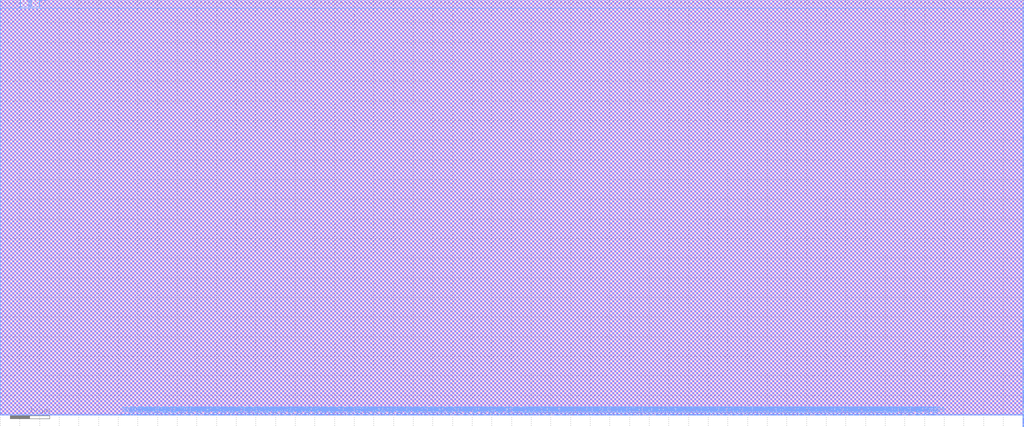
<source format=lef>
VERSION 5.5 ;
NAMESCASESENSITIVE ON ;
BUSBITCHARS "[]" ;
DIVIDERCHAR "/" ;

MACRO sram6t512x192
  CLASS BLOCK ;
  SOURCE USER ;
  ORIGIN 0 0 ;
  SIZE 260.224 BY 105.792 ;
  SYMMETRY X Y R90 ;

  PIN CE1
    DIRECTION INPUT ;
    USE SIGNAL ;
    PORT
      LAYER M2 ;
        RECT 237.120 0.000 237.272 0.152 ;
    END
    PORT
      LAYER M3 ;
        RECT 237.120 0.000 237.272 0.152 ;
    END
    PORT
      LAYER M4 ;
        RECT 237.120 0.000 237.272 0.152 ;
    END
    PORT
      LAYER M5 ;
        RECT 237.120 0.000 237.272 0.152 ;
    END
  END CE1

  PIN CSB1
    DIRECTION INPUT ;
    USE SIGNAL ;
    PORT
      LAYER M2 ;
        RECT 235.904 0.000 236.056 0.152 ;
    END
    PORT
      LAYER M3 ;
        RECT 235.904 0.000 236.056 0.152 ;
    END
    PORT
      LAYER M4 ;
        RECT 235.904 0.000 236.056 0.152 ;
    END
    PORT
      LAYER M5 ;
        RECT 235.904 0.000 236.056 0.152 ;
    END
  END CSB1

  PIN OEB1
    DIRECTION INPUT ;
    USE SIGNAL ;
    PORT
      LAYER M2 ;
        RECT 234.688 0.000 234.840 0.152 ;
    END
    PORT
      LAYER M3 ;
        RECT 234.688 0.000 234.840 0.152 ;
    END
    PORT
      LAYER M4 ;
        RECT 234.688 0.000 234.840 0.152 ;
    END
    PORT
      LAYER M5 ;
        RECT 234.688 0.000 234.840 0.152 ;
    END
  END OEB1

  PIN O1[3]
    DIRECTION OUTPUT ;
    USE SIGNAL ;
    PORT
      LAYER M2 ;
        RECT 233.472 0.000 233.624 0.152 ;
    END
    PORT
      LAYER M3 ;
        RECT 233.472 0.000 233.624 0.152 ;
    END
    PORT
      LAYER M4 ;
        RECT 233.472 0.000 233.624 0.152 ;
    END
    PORT
      LAYER M5 ;
        RECT 233.472 0.000 233.624 0.152 ;
    END
  END O1[3]

  PIN O1[2]
    DIRECTION OUTPUT ;
    USE SIGNAL ;
    PORT
      LAYER M2 ;
        RECT 233.168 0.000 233.320 0.152 ;
    END
    PORT
      LAYER M3 ;
        RECT 233.168 0.000 233.320 0.152 ;
    END
    PORT
      LAYER M4 ;
        RECT 233.168 0.000 233.320 0.152 ;
    END
    PORT
      LAYER M5 ;
        RECT 233.168 0.000 233.320 0.152 ;
    END
  END O1[2]

  PIN O1[1]
    DIRECTION OUTPUT ;
    USE SIGNAL ;
    PORT
      LAYER M2 ;
        RECT 232.864 0.000 233.016 0.152 ;
    END
    PORT
      LAYER M3 ;
        RECT 232.864 0.000 233.016 0.152 ;
    END
    PORT
      LAYER M4 ;
        RECT 232.864 0.000 233.016 0.152 ;
    END
    PORT
      LAYER M5 ;
        RECT 232.864 0.000 233.016 0.152 ;
    END
  END O1[1]

  PIN O1[0]
    DIRECTION OUTPUT ;
    USE SIGNAL ;
    PORT
      LAYER M2 ;
        RECT 232.560 0.000 232.712 0.152 ;
    END
    PORT
      LAYER M3 ;
        RECT 232.560 0.000 232.712 0.152 ;
    END
    PORT
      LAYER M4 ;
        RECT 232.560 0.000 232.712 0.152 ;
    END
    PORT
      LAYER M5 ;
        RECT 232.560 0.000 232.712 0.152 ;
    END
  END O1[0]

  PIN I1[0]
    DIRECTION INPUT ;
    USE SIGNAL ;
    PORT
      LAYER M2 ;
        RECT 231.344 0.000 231.496 0.152 ;
    END
    PORT
      LAYER M3 ;
        RECT 231.344 0.000 231.496 0.152 ;
    END
    PORT
      LAYER M4 ;
        RECT 231.344 0.000 231.496 0.152 ;
    END
    PORT
      LAYER M5 ;
        RECT 231.344 0.000 231.496 0.152 ;
    END
  END I1[0]

  PIN I1[1]
    DIRECTION INPUT ;
    USE SIGNAL ;
    PORT
      LAYER M2 ;
        RECT 231.040 0.000 231.192 0.152 ;
    END
    PORT
      LAYER M3 ;
        RECT 231.040 0.000 231.192 0.152 ;
    END
    PORT
      LAYER M4 ;
        RECT 231.040 0.000 231.192 0.152 ;
    END
    PORT
      LAYER M5 ;
        RECT 231.040 0.000 231.192 0.152 ;
    END
  END I1[1]

  PIN I1[2]
    DIRECTION INPUT ;
    USE SIGNAL ;
    PORT
      LAYER M2 ;
        RECT 230.736 0.000 230.888 0.152 ;
    END
    PORT
      LAYER M3 ;
        RECT 230.736 0.000 230.888 0.152 ;
    END
    PORT
      LAYER M4 ;
        RECT 230.736 0.000 230.888 0.152 ;
    END
    PORT
      LAYER M5 ;
        RECT 230.736 0.000 230.888 0.152 ;
    END
  END I1[2]

  PIN I1[3]
    DIRECTION INPUT ;
    USE SIGNAL ;
    PORT
      LAYER M2 ;
        RECT 230.432 0.000 230.584 0.152 ;
    END
    PORT
      LAYER M3 ;
        RECT 230.432 0.000 230.584 0.152 ;
    END
    PORT
      LAYER M4 ;
        RECT 230.432 0.000 230.584 0.152 ;
    END
    PORT
      LAYER M5 ;
        RECT 230.432 0.000 230.584 0.152 ;
    END
  END I1[3]

  PIN O1[7]
    DIRECTION OUTPUT ;
    USE SIGNAL ;
    PORT
      LAYER M2 ;
        RECT 229.216 0.000 229.368 0.152 ;
    END
    PORT
      LAYER M3 ;
        RECT 229.216 0.000 229.368 0.152 ;
    END
    PORT
      LAYER M4 ;
        RECT 229.216 0.000 229.368 0.152 ;
    END
    PORT
      LAYER M5 ;
        RECT 229.216 0.000 229.368 0.152 ;
    END
  END O1[7]

  PIN O1[6]
    DIRECTION OUTPUT ;
    USE SIGNAL ;
    PORT
      LAYER M2 ;
        RECT 228.912 0.000 229.064 0.152 ;
    END
    PORT
      LAYER M3 ;
        RECT 228.912 0.000 229.064 0.152 ;
    END
    PORT
      LAYER M4 ;
        RECT 228.912 0.000 229.064 0.152 ;
    END
    PORT
      LAYER M5 ;
        RECT 228.912 0.000 229.064 0.152 ;
    END
  END O1[6]

  PIN O1[5]
    DIRECTION OUTPUT ;
    USE SIGNAL ;
    PORT
      LAYER M2 ;
        RECT 228.608 0.000 228.760 0.152 ;
    END
    PORT
      LAYER M3 ;
        RECT 228.608 0.000 228.760 0.152 ;
    END
    PORT
      LAYER M4 ;
        RECT 228.608 0.000 228.760 0.152 ;
    END
    PORT
      LAYER M5 ;
        RECT 228.608 0.000 228.760 0.152 ;
    END
  END O1[5]

  PIN O1[4]
    DIRECTION OUTPUT ;
    USE SIGNAL ;
    PORT
      LAYER M2 ;
        RECT 228.304 0.000 228.456 0.152 ;
    END
    PORT
      LAYER M3 ;
        RECT 228.304 0.000 228.456 0.152 ;
    END
    PORT
      LAYER M4 ;
        RECT 228.304 0.000 228.456 0.152 ;
    END
    PORT
      LAYER M5 ;
        RECT 228.304 0.000 228.456 0.152 ;
    END
  END O1[4]

  PIN I1[4]
    DIRECTION INPUT ;
    USE SIGNAL ;
    PORT
      LAYER M2 ;
        RECT 227.088 0.000 227.240 0.152 ;
    END
    PORT
      LAYER M3 ;
        RECT 227.088 0.000 227.240 0.152 ;
    END
    PORT
      LAYER M4 ;
        RECT 227.088 0.000 227.240 0.152 ;
    END
    PORT
      LAYER M5 ;
        RECT 227.088 0.000 227.240 0.152 ;
    END
  END I1[4]

  PIN I1[5]
    DIRECTION INPUT ;
    USE SIGNAL ;
    PORT
      LAYER M2 ;
        RECT 226.784 0.000 226.936 0.152 ;
    END
    PORT
      LAYER M3 ;
        RECT 226.784 0.000 226.936 0.152 ;
    END
    PORT
      LAYER M4 ;
        RECT 226.784 0.000 226.936 0.152 ;
    END
    PORT
      LAYER M5 ;
        RECT 226.784 0.000 226.936 0.152 ;
    END
  END I1[5]

  PIN I1[6]
    DIRECTION INPUT ;
    USE SIGNAL ;
    PORT
      LAYER M2 ;
        RECT 226.480 0.000 226.632 0.152 ;
    END
    PORT
      LAYER M3 ;
        RECT 226.480 0.000 226.632 0.152 ;
    END
    PORT
      LAYER M4 ;
        RECT 226.480 0.000 226.632 0.152 ;
    END
    PORT
      LAYER M5 ;
        RECT 226.480 0.000 226.632 0.152 ;
    END
  END I1[6]

  PIN I1[7]
    DIRECTION INPUT ;
    USE SIGNAL ;
    PORT
      LAYER M2 ;
        RECT 226.176 0.000 226.328 0.152 ;
    END
    PORT
      LAYER M3 ;
        RECT 226.176 0.000 226.328 0.152 ;
    END
    PORT
      LAYER M4 ;
        RECT 226.176 0.000 226.328 0.152 ;
    END
    PORT
      LAYER M5 ;
        RECT 226.176 0.000 226.328 0.152 ;
    END
  END I1[7]

  PIN O1[11]
    DIRECTION OUTPUT ;
    USE SIGNAL ;
    PORT
      LAYER M2 ;
        RECT 224.960 0.000 225.112 0.152 ;
    END
    PORT
      LAYER M3 ;
        RECT 224.960 0.000 225.112 0.152 ;
    END
    PORT
      LAYER M4 ;
        RECT 224.960 0.000 225.112 0.152 ;
    END
    PORT
      LAYER M5 ;
        RECT 224.960 0.000 225.112 0.152 ;
    END
  END O1[11]

  PIN O1[10]
    DIRECTION OUTPUT ;
    USE SIGNAL ;
    PORT
      LAYER M2 ;
        RECT 224.656 0.000 224.808 0.152 ;
    END
    PORT
      LAYER M3 ;
        RECT 224.656 0.000 224.808 0.152 ;
    END
    PORT
      LAYER M4 ;
        RECT 224.656 0.000 224.808 0.152 ;
    END
    PORT
      LAYER M5 ;
        RECT 224.656 0.000 224.808 0.152 ;
    END
  END O1[10]

  PIN O1[9]
    DIRECTION OUTPUT ;
    USE SIGNAL ;
    PORT
      LAYER M2 ;
        RECT 224.352 0.000 224.504 0.152 ;
    END
    PORT
      LAYER M3 ;
        RECT 224.352 0.000 224.504 0.152 ;
    END
    PORT
      LAYER M4 ;
        RECT 224.352 0.000 224.504 0.152 ;
    END
    PORT
      LAYER M5 ;
        RECT 224.352 0.000 224.504 0.152 ;
    END
  END O1[9]

  PIN O1[8]
    DIRECTION OUTPUT ;
    USE SIGNAL ;
    PORT
      LAYER M2 ;
        RECT 224.048 0.000 224.200 0.152 ;
    END
    PORT
      LAYER M3 ;
        RECT 224.048 0.000 224.200 0.152 ;
    END
    PORT
      LAYER M4 ;
        RECT 224.048 0.000 224.200 0.152 ;
    END
    PORT
      LAYER M5 ;
        RECT 224.048 0.000 224.200 0.152 ;
    END
  END O1[8]

  PIN I1[8]
    DIRECTION INPUT ;
    USE SIGNAL ;
    PORT
      LAYER M2 ;
        RECT 222.832 0.000 222.984 0.152 ;
    END
    PORT
      LAYER M3 ;
        RECT 222.832 0.000 222.984 0.152 ;
    END
    PORT
      LAYER M4 ;
        RECT 222.832 0.000 222.984 0.152 ;
    END
    PORT
      LAYER M5 ;
        RECT 222.832 0.000 222.984 0.152 ;
    END
  END I1[8]

  PIN I1[9]
    DIRECTION INPUT ;
    USE SIGNAL ;
    PORT
      LAYER M2 ;
        RECT 222.528 0.000 222.680 0.152 ;
    END
    PORT
      LAYER M3 ;
        RECT 222.528 0.000 222.680 0.152 ;
    END
    PORT
      LAYER M4 ;
        RECT 222.528 0.000 222.680 0.152 ;
    END
    PORT
      LAYER M5 ;
        RECT 222.528 0.000 222.680 0.152 ;
    END
  END I1[9]

  PIN I1[10]
    DIRECTION INPUT ;
    USE SIGNAL ;
    PORT
      LAYER M2 ;
        RECT 222.224 0.000 222.376 0.152 ;
    END
    PORT
      LAYER M3 ;
        RECT 222.224 0.000 222.376 0.152 ;
    END
    PORT
      LAYER M4 ;
        RECT 222.224 0.000 222.376 0.152 ;
    END
    PORT
      LAYER M5 ;
        RECT 222.224 0.000 222.376 0.152 ;
    END
  END I1[10]

  PIN I1[11]
    DIRECTION INPUT ;
    USE SIGNAL ;
    PORT
      LAYER M2 ;
        RECT 221.920 0.000 222.072 0.152 ;
    END
    PORT
      LAYER M3 ;
        RECT 221.920 0.000 222.072 0.152 ;
    END
    PORT
      LAYER M4 ;
        RECT 221.920 0.000 222.072 0.152 ;
    END
    PORT
      LAYER M5 ;
        RECT 221.920 0.000 222.072 0.152 ;
    END
  END I1[11]

  PIN O1[15]
    DIRECTION OUTPUT ;
    USE SIGNAL ;
    PORT
      LAYER M2 ;
        RECT 220.704 0.000 220.856 0.152 ;
    END
    PORT
      LAYER M3 ;
        RECT 220.704 0.000 220.856 0.152 ;
    END
    PORT
      LAYER M4 ;
        RECT 220.704 0.000 220.856 0.152 ;
    END
    PORT
      LAYER M5 ;
        RECT 220.704 0.000 220.856 0.152 ;
    END
  END O1[15]

  PIN O1[14]
    DIRECTION OUTPUT ;
    USE SIGNAL ;
    PORT
      LAYER M2 ;
        RECT 220.400 0.000 220.552 0.152 ;
    END
    PORT
      LAYER M3 ;
        RECT 220.400 0.000 220.552 0.152 ;
    END
    PORT
      LAYER M4 ;
        RECT 220.400 0.000 220.552 0.152 ;
    END
    PORT
      LAYER M5 ;
        RECT 220.400 0.000 220.552 0.152 ;
    END
  END O1[14]

  PIN O1[13]
    DIRECTION OUTPUT ;
    USE SIGNAL ;
    PORT
      LAYER M2 ;
        RECT 220.096 0.000 220.248 0.152 ;
    END
    PORT
      LAYER M3 ;
        RECT 220.096 0.000 220.248 0.152 ;
    END
    PORT
      LAYER M4 ;
        RECT 220.096 0.000 220.248 0.152 ;
    END
    PORT
      LAYER M5 ;
        RECT 220.096 0.000 220.248 0.152 ;
    END
  END O1[13]

  PIN O1[12]
    DIRECTION OUTPUT ;
    USE SIGNAL ;
    PORT
      LAYER M2 ;
        RECT 219.792 0.000 219.944 0.152 ;
    END
    PORT
      LAYER M3 ;
        RECT 219.792 0.000 219.944 0.152 ;
    END
    PORT
      LAYER M4 ;
        RECT 219.792 0.000 219.944 0.152 ;
    END
    PORT
      LAYER M5 ;
        RECT 219.792 0.000 219.944 0.152 ;
    END
  END O1[12]

  PIN I1[12]
    DIRECTION INPUT ;
    USE SIGNAL ;
    PORT
      LAYER M2 ;
        RECT 218.576 0.000 218.728 0.152 ;
    END
    PORT
      LAYER M3 ;
        RECT 218.576 0.000 218.728 0.152 ;
    END
    PORT
      LAYER M4 ;
        RECT 218.576 0.000 218.728 0.152 ;
    END
    PORT
      LAYER M5 ;
        RECT 218.576 0.000 218.728 0.152 ;
    END
  END I1[12]

  PIN I1[13]
    DIRECTION INPUT ;
    USE SIGNAL ;
    PORT
      LAYER M2 ;
        RECT 218.272 0.000 218.424 0.152 ;
    END
    PORT
      LAYER M3 ;
        RECT 218.272 0.000 218.424 0.152 ;
    END
    PORT
      LAYER M4 ;
        RECT 218.272 0.000 218.424 0.152 ;
    END
    PORT
      LAYER M5 ;
        RECT 218.272 0.000 218.424 0.152 ;
    END
  END I1[13]

  PIN I1[14]
    DIRECTION INPUT ;
    USE SIGNAL ;
    PORT
      LAYER M2 ;
        RECT 217.968 0.000 218.120 0.152 ;
    END
    PORT
      LAYER M3 ;
        RECT 217.968 0.000 218.120 0.152 ;
    END
    PORT
      LAYER M4 ;
        RECT 217.968 0.000 218.120 0.152 ;
    END
    PORT
      LAYER M5 ;
        RECT 217.968 0.000 218.120 0.152 ;
    END
  END I1[14]

  PIN I1[15]
    DIRECTION INPUT ;
    USE SIGNAL ;
    PORT
      LAYER M2 ;
        RECT 217.664 0.000 217.816 0.152 ;
    END
    PORT
      LAYER M3 ;
        RECT 217.664 0.000 217.816 0.152 ;
    END
    PORT
      LAYER M4 ;
        RECT 217.664 0.000 217.816 0.152 ;
    END
    PORT
      LAYER M5 ;
        RECT 217.664 0.000 217.816 0.152 ;
    END
  END I1[15]

  PIN O1[19]
    DIRECTION OUTPUT ;
    USE SIGNAL ;
    PORT
      LAYER M2 ;
        RECT 216.448 0.000 216.600 0.152 ;
    END
    PORT
      LAYER M3 ;
        RECT 216.448 0.000 216.600 0.152 ;
    END
    PORT
      LAYER M4 ;
        RECT 216.448 0.000 216.600 0.152 ;
    END
    PORT
      LAYER M5 ;
        RECT 216.448 0.000 216.600 0.152 ;
    END
  END O1[19]

  PIN O1[18]
    DIRECTION OUTPUT ;
    USE SIGNAL ;
    PORT
      LAYER M2 ;
        RECT 216.144 0.000 216.296 0.152 ;
    END
    PORT
      LAYER M3 ;
        RECT 216.144 0.000 216.296 0.152 ;
    END
    PORT
      LAYER M4 ;
        RECT 216.144 0.000 216.296 0.152 ;
    END
    PORT
      LAYER M5 ;
        RECT 216.144 0.000 216.296 0.152 ;
    END
  END O1[18]

  PIN O1[17]
    DIRECTION OUTPUT ;
    USE SIGNAL ;
    PORT
      LAYER M2 ;
        RECT 215.840 0.000 215.992 0.152 ;
    END
    PORT
      LAYER M3 ;
        RECT 215.840 0.000 215.992 0.152 ;
    END
    PORT
      LAYER M4 ;
        RECT 215.840 0.000 215.992 0.152 ;
    END
    PORT
      LAYER M5 ;
        RECT 215.840 0.000 215.992 0.152 ;
    END
  END O1[17]

  PIN O1[16]
    DIRECTION OUTPUT ;
    USE SIGNAL ;
    PORT
      LAYER M2 ;
        RECT 215.536 0.000 215.688 0.152 ;
    END
    PORT
      LAYER M3 ;
        RECT 215.536 0.000 215.688 0.152 ;
    END
    PORT
      LAYER M4 ;
        RECT 215.536 0.000 215.688 0.152 ;
    END
    PORT
      LAYER M5 ;
        RECT 215.536 0.000 215.688 0.152 ;
    END
  END O1[16]

  PIN I1[16]
    DIRECTION INPUT ;
    USE SIGNAL ;
    PORT
      LAYER M2 ;
        RECT 214.320 0.000 214.472 0.152 ;
    END
    PORT
      LAYER M3 ;
        RECT 214.320 0.000 214.472 0.152 ;
    END
    PORT
      LAYER M4 ;
        RECT 214.320 0.000 214.472 0.152 ;
    END
    PORT
      LAYER M5 ;
        RECT 214.320 0.000 214.472 0.152 ;
    END
  END I1[16]

  PIN I1[17]
    DIRECTION INPUT ;
    USE SIGNAL ;
    PORT
      LAYER M2 ;
        RECT 214.016 0.000 214.168 0.152 ;
    END
    PORT
      LAYER M3 ;
        RECT 214.016 0.000 214.168 0.152 ;
    END
    PORT
      LAYER M4 ;
        RECT 214.016 0.000 214.168 0.152 ;
    END
    PORT
      LAYER M5 ;
        RECT 214.016 0.000 214.168 0.152 ;
    END
  END I1[17]

  PIN I1[18]
    DIRECTION INPUT ;
    USE SIGNAL ;
    PORT
      LAYER M2 ;
        RECT 213.712 0.000 213.864 0.152 ;
    END
    PORT
      LAYER M3 ;
        RECT 213.712 0.000 213.864 0.152 ;
    END
    PORT
      LAYER M4 ;
        RECT 213.712 0.000 213.864 0.152 ;
    END
    PORT
      LAYER M5 ;
        RECT 213.712 0.000 213.864 0.152 ;
    END
  END I1[18]

  PIN I1[19]
    DIRECTION INPUT ;
    USE SIGNAL ;
    PORT
      LAYER M2 ;
        RECT 213.408 0.000 213.560 0.152 ;
    END
    PORT
      LAYER M3 ;
        RECT 213.408 0.000 213.560 0.152 ;
    END
    PORT
      LAYER M4 ;
        RECT 213.408 0.000 213.560 0.152 ;
    END
    PORT
      LAYER M5 ;
        RECT 213.408 0.000 213.560 0.152 ;
    END
  END I1[19]

  PIN O1[23]
    DIRECTION OUTPUT ;
    USE SIGNAL ;
    PORT
      LAYER M2 ;
        RECT 212.192 0.000 212.344 0.152 ;
    END
    PORT
      LAYER M3 ;
        RECT 212.192 0.000 212.344 0.152 ;
    END
    PORT
      LAYER M4 ;
        RECT 212.192 0.000 212.344 0.152 ;
    END
    PORT
      LAYER M5 ;
        RECT 212.192 0.000 212.344 0.152 ;
    END
  END O1[23]

  PIN O1[22]
    DIRECTION OUTPUT ;
    USE SIGNAL ;
    PORT
      LAYER M2 ;
        RECT 211.888 0.000 212.040 0.152 ;
    END
    PORT
      LAYER M3 ;
        RECT 211.888 0.000 212.040 0.152 ;
    END
    PORT
      LAYER M4 ;
        RECT 211.888 0.000 212.040 0.152 ;
    END
    PORT
      LAYER M5 ;
        RECT 211.888 0.000 212.040 0.152 ;
    END
  END O1[22]

  PIN O1[21]
    DIRECTION OUTPUT ;
    USE SIGNAL ;
    PORT
      LAYER M2 ;
        RECT 211.584 0.000 211.736 0.152 ;
    END
    PORT
      LAYER M3 ;
        RECT 211.584 0.000 211.736 0.152 ;
    END
    PORT
      LAYER M4 ;
        RECT 211.584 0.000 211.736 0.152 ;
    END
    PORT
      LAYER M5 ;
        RECT 211.584 0.000 211.736 0.152 ;
    END
  END O1[21]

  PIN O1[20]
    DIRECTION OUTPUT ;
    USE SIGNAL ;
    PORT
      LAYER M2 ;
        RECT 211.280 0.000 211.432 0.152 ;
    END
    PORT
      LAYER M3 ;
        RECT 211.280 0.000 211.432 0.152 ;
    END
    PORT
      LAYER M4 ;
        RECT 211.280 0.000 211.432 0.152 ;
    END
    PORT
      LAYER M5 ;
        RECT 211.280 0.000 211.432 0.152 ;
    END
  END O1[20]

  PIN I1[20]
    DIRECTION INPUT ;
    USE SIGNAL ;
    PORT
      LAYER M2 ;
        RECT 210.064 0.000 210.216 0.152 ;
    END
    PORT
      LAYER M3 ;
        RECT 210.064 0.000 210.216 0.152 ;
    END
    PORT
      LAYER M4 ;
        RECT 210.064 0.000 210.216 0.152 ;
    END
    PORT
      LAYER M5 ;
        RECT 210.064 0.000 210.216 0.152 ;
    END
  END I1[20]

  PIN I1[21]
    DIRECTION INPUT ;
    USE SIGNAL ;
    PORT
      LAYER M2 ;
        RECT 209.760 0.000 209.912 0.152 ;
    END
    PORT
      LAYER M3 ;
        RECT 209.760 0.000 209.912 0.152 ;
    END
    PORT
      LAYER M4 ;
        RECT 209.760 0.000 209.912 0.152 ;
    END
    PORT
      LAYER M5 ;
        RECT 209.760 0.000 209.912 0.152 ;
    END
  END I1[21]

  PIN I1[22]
    DIRECTION INPUT ;
    USE SIGNAL ;
    PORT
      LAYER M2 ;
        RECT 209.456 0.000 209.608 0.152 ;
    END
    PORT
      LAYER M3 ;
        RECT 209.456 0.000 209.608 0.152 ;
    END
    PORT
      LAYER M4 ;
        RECT 209.456 0.000 209.608 0.152 ;
    END
    PORT
      LAYER M5 ;
        RECT 209.456 0.000 209.608 0.152 ;
    END
  END I1[22]

  PIN I1[23]
    DIRECTION INPUT ;
    USE SIGNAL ;
    PORT
      LAYER M2 ;
        RECT 209.152 0.000 209.304 0.152 ;
    END
    PORT
      LAYER M3 ;
        RECT 209.152 0.000 209.304 0.152 ;
    END
    PORT
      LAYER M4 ;
        RECT 209.152 0.000 209.304 0.152 ;
    END
    PORT
      LAYER M5 ;
        RECT 209.152 0.000 209.304 0.152 ;
    END
  END I1[23]

  PIN O1[27]
    DIRECTION OUTPUT ;
    USE SIGNAL ;
    PORT
      LAYER M2 ;
        RECT 207.936 0.000 208.088 0.152 ;
    END
    PORT
      LAYER M3 ;
        RECT 207.936 0.000 208.088 0.152 ;
    END
    PORT
      LAYER M4 ;
        RECT 207.936 0.000 208.088 0.152 ;
    END
    PORT
      LAYER M5 ;
        RECT 207.936 0.000 208.088 0.152 ;
    END
  END O1[27]

  PIN O1[26]
    DIRECTION OUTPUT ;
    USE SIGNAL ;
    PORT
      LAYER M2 ;
        RECT 207.632 0.000 207.784 0.152 ;
    END
    PORT
      LAYER M3 ;
        RECT 207.632 0.000 207.784 0.152 ;
    END
    PORT
      LAYER M4 ;
        RECT 207.632 0.000 207.784 0.152 ;
    END
    PORT
      LAYER M5 ;
        RECT 207.632 0.000 207.784 0.152 ;
    END
  END O1[26]

  PIN O1[25]
    DIRECTION OUTPUT ;
    USE SIGNAL ;
    PORT
      LAYER M2 ;
        RECT 207.328 0.000 207.480 0.152 ;
    END
    PORT
      LAYER M3 ;
        RECT 207.328 0.000 207.480 0.152 ;
    END
    PORT
      LAYER M4 ;
        RECT 207.328 0.000 207.480 0.152 ;
    END
    PORT
      LAYER M5 ;
        RECT 207.328 0.000 207.480 0.152 ;
    END
  END O1[25]

  PIN O1[24]
    DIRECTION OUTPUT ;
    USE SIGNAL ;
    PORT
      LAYER M2 ;
        RECT 207.024 0.000 207.176 0.152 ;
    END
    PORT
      LAYER M3 ;
        RECT 207.024 0.000 207.176 0.152 ;
    END
    PORT
      LAYER M4 ;
        RECT 207.024 0.000 207.176 0.152 ;
    END
    PORT
      LAYER M5 ;
        RECT 207.024 0.000 207.176 0.152 ;
    END
  END O1[24]

  PIN I1[24]
    DIRECTION INPUT ;
    USE SIGNAL ;
    PORT
      LAYER M2 ;
        RECT 205.808 0.000 205.960 0.152 ;
    END
    PORT
      LAYER M3 ;
        RECT 205.808 0.000 205.960 0.152 ;
    END
    PORT
      LAYER M4 ;
        RECT 205.808 0.000 205.960 0.152 ;
    END
    PORT
      LAYER M5 ;
        RECT 205.808 0.000 205.960 0.152 ;
    END
  END I1[24]

  PIN I1[25]
    DIRECTION INPUT ;
    USE SIGNAL ;
    PORT
      LAYER M2 ;
        RECT 205.504 0.000 205.656 0.152 ;
    END
    PORT
      LAYER M3 ;
        RECT 205.504 0.000 205.656 0.152 ;
    END
    PORT
      LAYER M4 ;
        RECT 205.504 0.000 205.656 0.152 ;
    END
    PORT
      LAYER M5 ;
        RECT 205.504 0.000 205.656 0.152 ;
    END
  END I1[25]

  PIN I1[26]
    DIRECTION INPUT ;
    USE SIGNAL ;
    PORT
      LAYER M2 ;
        RECT 205.200 0.000 205.352 0.152 ;
    END
    PORT
      LAYER M3 ;
        RECT 205.200 0.000 205.352 0.152 ;
    END
    PORT
      LAYER M4 ;
        RECT 205.200 0.000 205.352 0.152 ;
    END
    PORT
      LAYER M5 ;
        RECT 205.200 0.000 205.352 0.152 ;
    END
  END I1[26]

  PIN I1[27]
    DIRECTION INPUT ;
    USE SIGNAL ;
    PORT
      LAYER M2 ;
        RECT 204.896 0.000 205.048 0.152 ;
    END
    PORT
      LAYER M3 ;
        RECT 204.896 0.000 205.048 0.152 ;
    END
    PORT
      LAYER M4 ;
        RECT 204.896 0.000 205.048 0.152 ;
    END
    PORT
      LAYER M5 ;
        RECT 204.896 0.000 205.048 0.152 ;
    END
  END I1[27]

  PIN O1[31]
    DIRECTION OUTPUT ;
    USE SIGNAL ;
    PORT
      LAYER M2 ;
        RECT 203.680 0.000 203.832 0.152 ;
    END
    PORT
      LAYER M3 ;
        RECT 203.680 0.000 203.832 0.152 ;
    END
    PORT
      LAYER M4 ;
        RECT 203.680 0.000 203.832 0.152 ;
    END
    PORT
      LAYER M5 ;
        RECT 203.680 0.000 203.832 0.152 ;
    END
  END O1[31]

  PIN O1[30]
    DIRECTION OUTPUT ;
    USE SIGNAL ;
    PORT
      LAYER M2 ;
        RECT 203.376 0.000 203.528 0.152 ;
    END
    PORT
      LAYER M3 ;
        RECT 203.376 0.000 203.528 0.152 ;
    END
    PORT
      LAYER M4 ;
        RECT 203.376 0.000 203.528 0.152 ;
    END
    PORT
      LAYER M5 ;
        RECT 203.376 0.000 203.528 0.152 ;
    END
  END O1[30]

  PIN O1[29]
    DIRECTION OUTPUT ;
    USE SIGNAL ;
    PORT
      LAYER M2 ;
        RECT 203.072 0.000 203.224 0.152 ;
    END
    PORT
      LAYER M3 ;
        RECT 203.072 0.000 203.224 0.152 ;
    END
    PORT
      LAYER M4 ;
        RECT 203.072 0.000 203.224 0.152 ;
    END
    PORT
      LAYER M5 ;
        RECT 203.072 0.000 203.224 0.152 ;
    END
  END O1[29]

  PIN O1[28]
    DIRECTION OUTPUT ;
    USE SIGNAL ;
    PORT
      LAYER M2 ;
        RECT 202.768 0.000 202.920 0.152 ;
    END
    PORT
      LAYER M3 ;
        RECT 202.768 0.000 202.920 0.152 ;
    END
    PORT
      LAYER M4 ;
        RECT 202.768 0.000 202.920 0.152 ;
    END
    PORT
      LAYER M5 ;
        RECT 202.768 0.000 202.920 0.152 ;
    END
  END O1[28]

  PIN I1[28]
    DIRECTION INPUT ;
    USE SIGNAL ;
    PORT
      LAYER M2 ;
        RECT 201.552 0.000 201.704 0.152 ;
    END
    PORT
      LAYER M3 ;
        RECT 201.552 0.000 201.704 0.152 ;
    END
    PORT
      LAYER M4 ;
        RECT 201.552 0.000 201.704 0.152 ;
    END
    PORT
      LAYER M5 ;
        RECT 201.552 0.000 201.704 0.152 ;
    END
  END I1[28]

  PIN I1[29]
    DIRECTION INPUT ;
    USE SIGNAL ;
    PORT
      LAYER M2 ;
        RECT 201.248 0.000 201.400 0.152 ;
    END
    PORT
      LAYER M3 ;
        RECT 201.248 0.000 201.400 0.152 ;
    END
    PORT
      LAYER M4 ;
        RECT 201.248 0.000 201.400 0.152 ;
    END
    PORT
      LAYER M5 ;
        RECT 201.248 0.000 201.400 0.152 ;
    END
  END I1[29]

  PIN I1[30]
    DIRECTION INPUT ;
    USE SIGNAL ;
    PORT
      LAYER M2 ;
        RECT 200.944 0.000 201.096 0.152 ;
    END
    PORT
      LAYER M3 ;
        RECT 200.944 0.000 201.096 0.152 ;
    END
    PORT
      LAYER M4 ;
        RECT 200.944 0.000 201.096 0.152 ;
    END
    PORT
      LAYER M5 ;
        RECT 200.944 0.000 201.096 0.152 ;
    END
  END I1[30]

  PIN I1[31]
    DIRECTION INPUT ;
    USE SIGNAL ;
    PORT
      LAYER M2 ;
        RECT 200.640 0.000 200.792 0.152 ;
    END
    PORT
      LAYER M3 ;
        RECT 200.640 0.000 200.792 0.152 ;
    END
    PORT
      LAYER M4 ;
        RECT 200.640 0.000 200.792 0.152 ;
    END
    PORT
      LAYER M5 ;
        RECT 200.640 0.000 200.792 0.152 ;
    END
  END I1[31]

  PIN O1[35]
    DIRECTION OUTPUT ;
    USE SIGNAL ;
    PORT
      LAYER M2 ;
        RECT 199.424 0.000 199.576 0.152 ;
    END
    PORT
      LAYER M3 ;
        RECT 199.424 0.000 199.576 0.152 ;
    END
    PORT
      LAYER M4 ;
        RECT 199.424 0.000 199.576 0.152 ;
    END
    PORT
      LAYER M5 ;
        RECT 199.424 0.000 199.576 0.152 ;
    END
  END O1[35]

  PIN O1[34]
    DIRECTION OUTPUT ;
    USE SIGNAL ;
    PORT
      LAYER M2 ;
        RECT 199.120 0.000 199.272 0.152 ;
    END
    PORT
      LAYER M3 ;
        RECT 199.120 0.000 199.272 0.152 ;
    END
    PORT
      LAYER M4 ;
        RECT 199.120 0.000 199.272 0.152 ;
    END
    PORT
      LAYER M5 ;
        RECT 199.120 0.000 199.272 0.152 ;
    END
  END O1[34]

  PIN O1[33]
    DIRECTION OUTPUT ;
    USE SIGNAL ;
    PORT
      LAYER M2 ;
        RECT 198.816 0.000 198.968 0.152 ;
    END
    PORT
      LAYER M3 ;
        RECT 198.816 0.000 198.968 0.152 ;
    END
    PORT
      LAYER M4 ;
        RECT 198.816 0.000 198.968 0.152 ;
    END
    PORT
      LAYER M5 ;
        RECT 198.816 0.000 198.968 0.152 ;
    END
  END O1[33]

  PIN O1[32]
    DIRECTION OUTPUT ;
    USE SIGNAL ;
    PORT
      LAYER M2 ;
        RECT 198.512 0.000 198.664 0.152 ;
    END
    PORT
      LAYER M3 ;
        RECT 198.512 0.000 198.664 0.152 ;
    END
    PORT
      LAYER M4 ;
        RECT 198.512 0.000 198.664 0.152 ;
    END
    PORT
      LAYER M5 ;
        RECT 198.512 0.000 198.664 0.152 ;
    END
  END O1[32]

  PIN I1[32]
    DIRECTION INPUT ;
    USE SIGNAL ;
    PORT
      LAYER M2 ;
        RECT 197.296 0.000 197.448 0.152 ;
    END
    PORT
      LAYER M3 ;
        RECT 197.296 0.000 197.448 0.152 ;
    END
    PORT
      LAYER M4 ;
        RECT 197.296 0.000 197.448 0.152 ;
    END
    PORT
      LAYER M5 ;
        RECT 197.296 0.000 197.448 0.152 ;
    END
  END I1[32]

  PIN I1[33]
    DIRECTION INPUT ;
    USE SIGNAL ;
    PORT
      LAYER M2 ;
        RECT 196.992 0.000 197.144 0.152 ;
    END
    PORT
      LAYER M3 ;
        RECT 196.992 0.000 197.144 0.152 ;
    END
    PORT
      LAYER M4 ;
        RECT 196.992 0.000 197.144 0.152 ;
    END
    PORT
      LAYER M5 ;
        RECT 196.992 0.000 197.144 0.152 ;
    END
  END I1[33]

  PIN I1[34]
    DIRECTION INPUT ;
    USE SIGNAL ;
    PORT
      LAYER M2 ;
        RECT 196.688 0.000 196.840 0.152 ;
    END
    PORT
      LAYER M3 ;
        RECT 196.688 0.000 196.840 0.152 ;
    END
    PORT
      LAYER M4 ;
        RECT 196.688 0.000 196.840 0.152 ;
    END
    PORT
      LAYER M5 ;
        RECT 196.688 0.000 196.840 0.152 ;
    END
  END I1[34]

  PIN I1[35]
    DIRECTION INPUT ;
    USE SIGNAL ;
    PORT
      LAYER M2 ;
        RECT 196.384 0.000 196.536 0.152 ;
    END
    PORT
      LAYER M3 ;
        RECT 196.384 0.000 196.536 0.152 ;
    END
    PORT
      LAYER M4 ;
        RECT 196.384 0.000 196.536 0.152 ;
    END
    PORT
      LAYER M5 ;
        RECT 196.384 0.000 196.536 0.152 ;
    END
  END I1[35]

  PIN O1[39]
    DIRECTION OUTPUT ;
    USE SIGNAL ;
    PORT
      LAYER M2 ;
        RECT 195.168 0.000 195.320 0.152 ;
    END
    PORT
      LAYER M3 ;
        RECT 195.168 0.000 195.320 0.152 ;
    END
    PORT
      LAYER M4 ;
        RECT 195.168 0.000 195.320 0.152 ;
    END
    PORT
      LAYER M5 ;
        RECT 195.168 0.000 195.320 0.152 ;
    END
  END O1[39]

  PIN O1[38]
    DIRECTION OUTPUT ;
    USE SIGNAL ;
    PORT
      LAYER M2 ;
        RECT 194.864 0.000 195.016 0.152 ;
    END
    PORT
      LAYER M3 ;
        RECT 194.864 0.000 195.016 0.152 ;
    END
    PORT
      LAYER M4 ;
        RECT 194.864 0.000 195.016 0.152 ;
    END
    PORT
      LAYER M5 ;
        RECT 194.864 0.000 195.016 0.152 ;
    END
  END O1[38]

  PIN O1[37]
    DIRECTION OUTPUT ;
    USE SIGNAL ;
    PORT
      LAYER M2 ;
        RECT 194.560 0.000 194.712 0.152 ;
    END
    PORT
      LAYER M3 ;
        RECT 194.560 0.000 194.712 0.152 ;
    END
    PORT
      LAYER M4 ;
        RECT 194.560 0.000 194.712 0.152 ;
    END
    PORT
      LAYER M5 ;
        RECT 194.560 0.000 194.712 0.152 ;
    END
  END O1[37]

  PIN O1[36]
    DIRECTION OUTPUT ;
    USE SIGNAL ;
    PORT
      LAYER M2 ;
        RECT 194.256 0.000 194.408 0.152 ;
    END
    PORT
      LAYER M3 ;
        RECT 194.256 0.000 194.408 0.152 ;
    END
    PORT
      LAYER M4 ;
        RECT 194.256 0.000 194.408 0.152 ;
    END
    PORT
      LAYER M5 ;
        RECT 194.256 0.000 194.408 0.152 ;
    END
  END O1[36]

  PIN I1[36]
    DIRECTION INPUT ;
    USE SIGNAL ;
    PORT
      LAYER M2 ;
        RECT 193.040 0.000 193.192 0.152 ;
    END
    PORT
      LAYER M3 ;
        RECT 193.040 0.000 193.192 0.152 ;
    END
    PORT
      LAYER M4 ;
        RECT 193.040 0.000 193.192 0.152 ;
    END
    PORT
      LAYER M5 ;
        RECT 193.040 0.000 193.192 0.152 ;
    END
  END I1[36]

  PIN I1[37]
    DIRECTION INPUT ;
    USE SIGNAL ;
    PORT
      LAYER M2 ;
        RECT 192.736 0.000 192.888 0.152 ;
    END
    PORT
      LAYER M3 ;
        RECT 192.736 0.000 192.888 0.152 ;
    END
    PORT
      LAYER M4 ;
        RECT 192.736 0.000 192.888 0.152 ;
    END
    PORT
      LAYER M5 ;
        RECT 192.736 0.000 192.888 0.152 ;
    END
  END I1[37]

  PIN I1[38]
    DIRECTION INPUT ;
    USE SIGNAL ;
    PORT
      LAYER M2 ;
        RECT 192.432 0.000 192.584 0.152 ;
    END
    PORT
      LAYER M3 ;
        RECT 192.432 0.000 192.584 0.152 ;
    END
    PORT
      LAYER M4 ;
        RECT 192.432 0.000 192.584 0.152 ;
    END
    PORT
      LAYER M5 ;
        RECT 192.432 0.000 192.584 0.152 ;
    END
  END I1[38]

  PIN I1[39]
    DIRECTION INPUT ;
    USE SIGNAL ;
    PORT
      LAYER M2 ;
        RECT 192.128 0.000 192.280 0.152 ;
    END
    PORT
      LAYER M3 ;
        RECT 192.128 0.000 192.280 0.152 ;
    END
    PORT
      LAYER M4 ;
        RECT 192.128 0.000 192.280 0.152 ;
    END
    PORT
      LAYER M5 ;
        RECT 192.128 0.000 192.280 0.152 ;
    END
  END I1[39]

  PIN O1[43]
    DIRECTION OUTPUT ;
    USE SIGNAL ;
    PORT
      LAYER M2 ;
        RECT 190.912 0.000 191.064 0.152 ;
    END
    PORT
      LAYER M3 ;
        RECT 190.912 0.000 191.064 0.152 ;
    END
    PORT
      LAYER M4 ;
        RECT 190.912 0.000 191.064 0.152 ;
    END
    PORT
      LAYER M5 ;
        RECT 190.912 0.000 191.064 0.152 ;
    END
  END O1[43]

  PIN O1[42]
    DIRECTION OUTPUT ;
    USE SIGNAL ;
    PORT
      LAYER M2 ;
        RECT 190.608 0.000 190.760 0.152 ;
    END
    PORT
      LAYER M3 ;
        RECT 190.608 0.000 190.760 0.152 ;
    END
    PORT
      LAYER M4 ;
        RECT 190.608 0.000 190.760 0.152 ;
    END
    PORT
      LAYER M5 ;
        RECT 190.608 0.000 190.760 0.152 ;
    END
  END O1[42]

  PIN O1[41]
    DIRECTION OUTPUT ;
    USE SIGNAL ;
    PORT
      LAYER M2 ;
        RECT 190.304 0.000 190.456 0.152 ;
    END
    PORT
      LAYER M3 ;
        RECT 190.304 0.000 190.456 0.152 ;
    END
    PORT
      LAYER M4 ;
        RECT 190.304 0.000 190.456 0.152 ;
    END
    PORT
      LAYER M5 ;
        RECT 190.304 0.000 190.456 0.152 ;
    END
  END O1[41]

  PIN O1[40]
    DIRECTION OUTPUT ;
    USE SIGNAL ;
    PORT
      LAYER M2 ;
        RECT 190.000 0.000 190.152 0.152 ;
    END
    PORT
      LAYER M3 ;
        RECT 190.000 0.000 190.152 0.152 ;
    END
    PORT
      LAYER M4 ;
        RECT 190.000 0.000 190.152 0.152 ;
    END
    PORT
      LAYER M5 ;
        RECT 190.000 0.000 190.152 0.152 ;
    END
  END O1[40]

  PIN I1[40]
    DIRECTION INPUT ;
    USE SIGNAL ;
    PORT
      LAYER M2 ;
        RECT 188.784 0.000 188.936 0.152 ;
    END
    PORT
      LAYER M3 ;
        RECT 188.784 0.000 188.936 0.152 ;
    END
    PORT
      LAYER M4 ;
        RECT 188.784 0.000 188.936 0.152 ;
    END
    PORT
      LAYER M5 ;
        RECT 188.784 0.000 188.936 0.152 ;
    END
  END I1[40]

  PIN I1[41]
    DIRECTION INPUT ;
    USE SIGNAL ;
    PORT
      LAYER M2 ;
        RECT 188.480 0.000 188.632 0.152 ;
    END
    PORT
      LAYER M3 ;
        RECT 188.480 0.000 188.632 0.152 ;
    END
    PORT
      LAYER M4 ;
        RECT 188.480 0.000 188.632 0.152 ;
    END
    PORT
      LAYER M5 ;
        RECT 188.480 0.000 188.632 0.152 ;
    END
  END I1[41]

  PIN I1[42]
    DIRECTION INPUT ;
    USE SIGNAL ;
    PORT
      LAYER M2 ;
        RECT 188.176 0.000 188.328 0.152 ;
    END
    PORT
      LAYER M3 ;
        RECT 188.176 0.000 188.328 0.152 ;
    END
    PORT
      LAYER M4 ;
        RECT 188.176 0.000 188.328 0.152 ;
    END
    PORT
      LAYER M5 ;
        RECT 188.176 0.000 188.328 0.152 ;
    END
  END I1[42]

  PIN I1[43]
    DIRECTION INPUT ;
    USE SIGNAL ;
    PORT
      LAYER M2 ;
        RECT 187.872 0.000 188.024 0.152 ;
    END
    PORT
      LAYER M3 ;
        RECT 187.872 0.000 188.024 0.152 ;
    END
    PORT
      LAYER M4 ;
        RECT 187.872 0.000 188.024 0.152 ;
    END
    PORT
      LAYER M5 ;
        RECT 187.872 0.000 188.024 0.152 ;
    END
  END I1[43]

  PIN O1[47]
    DIRECTION OUTPUT ;
    USE SIGNAL ;
    PORT
      LAYER M2 ;
        RECT 186.656 0.000 186.808 0.152 ;
    END
    PORT
      LAYER M3 ;
        RECT 186.656 0.000 186.808 0.152 ;
    END
    PORT
      LAYER M4 ;
        RECT 186.656 0.000 186.808 0.152 ;
    END
    PORT
      LAYER M5 ;
        RECT 186.656 0.000 186.808 0.152 ;
    END
  END O1[47]

  PIN O1[46]
    DIRECTION OUTPUT ;
    USE SIGNAL ;
    PORT
      LAYER M2 ;
        RECT 186.352 0.000 186.504 0.152 ;
    END
    PORT
      LAYER M3 ;
        RECT 186.352 0.000 186.504 0.152 ;
    END
    PORT
      LAYER M4 ;
        RECT 186.352 0.000 186.504 0.152 ;
    END
    PORT
      LAYER M5 ;
        RECT 186.352 0.000 186.504 0.152 ;
    END
  END O1[46]

  PIN O1[45]
    DIRECTION OUTPUT ;
    USE SIGNAL ;
    PORT
      LAYER M2 ;
        RECT 186.048 0.000 186.200 0.152 ;
    END
    PORT
      LAYER M3 ;
        RECT 186.048 0.000 186.200 0.152 ;
    END
    PORT
      LAYER M4 ;
        RECT 186.048 0.000 186.200 0.152 ;
    END
    PORT
      LAYER M5 ;
        RECT 186.048 0.000 186.200 0.152 ;
    END
  END O1[45]

  PIN O1[44]
    DIRECTION OUTPUT ;
    USE SIGNAL ;
    PORT
      LAYER M2 ;
        RECT 185.744 0.000 185.896 0.152 ;
    END
    PORT
      LAYER M3 ;
        RECT 185.744 0.000 185.896 0.152 ;
    END
    PORT
      LAYER M4 ;
        RECT 185.744 0.000 185.896 0.152 ;
    END
    PORT
      LAYER M5 ;
        RECT 185.744 0.000 185.896 0.152 ;
    END
  END O1[44]

  PIN I1[44]
    DIRECTION INPUT ;
    USE SIGNAL ;
    PORT
      LAYER M2 ;
        RECT 184.528 0.000 184.680 0.152 ;
    END
    PORT
      LAYER M3 ;
        RECT 184.528 0.000 184.680 0.152 ;
    END
    PORT
      LAYER M4 ;
        RECT 184.528 0.000 184.680 0.152 ;
    END
    PORT
      LAYER M5 ;
        RECT 184.528 0.000 184.680 0.152 ;
    END
  END I1[44]

  PIN I1[45]
    DIRECTION INPUT ;
    USE SIGNAL ;
    PORT
      LAYER M2 ;
        RECT 184.224 0.000 184.376 0.152 ;
    END
    PORT
      LAYER M3 ;
        RECT 184.224 0.000 184.376 0.152 ;
    END
    PORT
      LAYER M4 ;
        RECT 184.224 0.000 184.376 0.152 ;
    END
    PORT
      LAYER M5 ;
        RECT 184.224 0.000 184.376 0.152 ;
    END
  END I1[45]

  PIN I1[46]
    DIRECTION INPUT ;
    USE SIGNAL ;
    PORT
      LAYER M2 ;
        RECT 183.920 0.000 184.072 0.152 ;
    END
    PORT
      LAYER M3 ;
        RECT 183.920 0.000 184.072 0.152 ;
    END
    PORT
      LAYER M4 ;
        RECT 183.920 0.000 184.072 0.152 ;
    END
    PORT
      LAYER M5 ;
        RECT 183.920 0.000 184.072 0.152 ;
    END
  END I1[46]

  PIN I1[47]
    DIRECTION INPUT ;
    USE SIGNAL ;
    PORT
      LAYER M2 ;
        RECT 183.616 0.000 183.768 0.152 ;
    END
    PORT
      LAYER M3 ;
        RECT 183.616 0.000 183.768 0.152 ;
    END
    PORT
      LAYER M4 ;
        RECT 183.616 0.000 183.768 0.152 ;
    END
    PORT
      LAYER M5 ;
        RECT 183.616 0.000 183.768 0.152 ;
    END
  END I1[47]

  PIN O1[51]
    DIRECTION OUTPUT ;
    USE SIGNAL ;
    PORT
      LAYER M2 ;
        RECT 182.400 0.000 182.552 0.152 ;
    END
    PORT
      LAYER M3 ;
        RECT 182.400 0.000 182.552 0.152 ;
    END
    PORT
      LAYER M4 ;
        RECT 182.400 0.000 182.552 0.152 ;
    END
    PORT
      LAYER M5 ;
        RECT 182.400 0.000 182.552 0.152 ;
    END
  END O1[51]

  PIN O1[50]
    DIRECTION OUTPUT ;
    USE SIGNAL ;
    PORT
      LAYER M2 ;
        RECT 182.096 0.000 182.248 0.152 ;
    END
    PORT
      LAYER M3 ;
        RECT 182.096 0.000 182.248 0.152 ;
    END
    PORT
      LAYER M4 ;
        RECT 182.096 0.000 182.248 0.152 ;
    END
    PORT
      LAYER M5 ;
        RECT 182.096 0.000 182.248 0.152 ;
    END
  END O1[50]

  PIN O1[49]
    DIRECTION OUTPUT ;
    USE SIGNAL ;
    PORT
      LAYER M2 ;
        RECT 181.792 0.000 181.944 0.152 ;
    END
    PORT
      LAYER M3 ;
        RECT 181.792 0.000 181.944 0.152 ;
    END
    PORT
      LAYER M4 ;
        RECT 181.792 0.000 181.944 0.152 ;
    END
    PORT
      LAYER M5 ;
        RECT 181.792 0.000 181.944 0.152 ;
    END
  END O1[49]

  PIN O1[48]
    DIRECTION OUTPUT ;
    USE SIGNAL ;
    PORT
      LAYER M2 ;
        RECT 181.488 0.000 181.640 0.152 ;
    END
    PORT
      LAYER M3 ;
        RECT 181.488 0.000 181.640 0.152 ;
    END
    PORT
      LAYER M4 ;
        RECT 181.488 0.000 181.640 0.152 ;
    END
    PORT
      LAYER M5 ;
        RECT 181.488 0.000 181.640 0.152 ;
    END
  END O1[48]

  PIN I1[48]
    DIRECTION INPUT ;
    USE SIGNAL ;
    PORT
      LAYER M2 ;
        RECT 180.272 0.000 180.424 0.152 ;
    END
    PORT
      LAYER M3 ;
        RECT 180.272 0.000 180.424 0.152 ;
    END
    PORT
      LAYER M4 ;
        RECT 180.272 0.000 180.424 0.152 ;
    END
    PORT
      LAYER M5 ;
        RECT 180.272 0.000 180.424 0.152 ;
    END
  END I1[48]

  PIN I1[49]
    DIRECTION INPUT ;
    USE SIGNAL ;
    PORT
      LAYER M2 ;
        RECT 179.968 0.000 180.120 0.152 ;
    END
    PORT
      LAYER M3 ;
        RECT 179.968 0.000 180.120 0.152 ;
    END
    PORT
      LAYER M4 ;
        RECT 179.968 0.000 180.120 0.152 ;
    END
    PORT
      LAYER M5 ;
        RECT 179.968 0.000 180.120 0.152 ;
    END
  END I1[49]

  PIN I1[50]
    DIRECTION INPUT ;
    USE SIGNAL ;
    PORT
      LAYER M2 ;
        RECT 179.664 0.000 179.816 0.152 ;
    END
    PORT
      LAYER M3 ;
        RECT 179.664 0.000 179.816 0.152 ;
    END
    PORT
      LAYER M4 ;
        RECT 179.664 0.000 179.816 0.152 ;
    END
    PORT
      LAYER M5 ;
        RECT 179.664 0.000 179.816 0.152 ;
    END
  END I1[50]

  PIN I1[51]
    DIRECTION INPUT ;
    USE SIGNAL ;
    PORT
      LAYER M2 ;
        RECT 179.360 0.000 179.512 0.152 ;
    END
    PORT
      LAYER M3 ;
        RECT 179.360 0.000 179.512 0.152 ;
    END
    PORT
      LAYER M4 ;
        RECT 179.360 0.000 179.512 0.152 ;
    END
    PORT
      LAYER M5 ;
        RECT 179.360 0.000 179.512 0.152 ;
    END
  END I1[51]

  PIN O1[55]
    DIRECTION OUTPUT ;
    USE SIGNAL ;
    PORT
      LAYER M2 ;
        RECT 178.144 0.000 178.296 0.152 ;
    END
    PORT
      LAYER M3 ;
        RECT 178.144 0.000 178.296 0.152 ;
    END
    PORT
      LAYER M4 ;
        RECT 178.144 0.000 178.296 0.152 ;
    END
    PORT
      LAYER M5 ;
        RECT 178.144 0.000 178.296 0.152 ;
    END
  END O1[55]

  PIN O1[54]
    DIRECTION OUTPUT ;
    USE SIGNAL ;
    PORT
      LAYER M2 ;
        RECT 177.840 0.000 177.992 0.152 ;
    END
    PORT
      LAYER M3 ;
        RECT 177.840 0.000 177.992 0.152 ;
    END
    PORT
      LAYER M4 ;
        RECT 177.840 0.000 177.992 0.152 ;
    END
    PORT
      LAYER M5 ;
        RECT 177.840 0.000 177.992 0.152 ;
    END
  END O1[54]

  PIN O1[53]
    DIRECTION OUTPUT ;
    USE SIGNAL ;
    PORT
      LAYER M2 ;
        RECT 177.536 0.000 177.688 0.152 ;
    END
    PORT
      LAYER M3 ;
        RECT 177.536 0.000 177.688 0.152 ;
    END
    PORT
      LAYER M4 ;
        RECT 177.536 0.000 177.688 0.152 ;
    END
    PORT
      LAYER M5 ;
        RECT 177.536 0.000 177.688 0.152 ;
    END
  END O1[53]

  PIN O1[52]
    DIRECTION OUTPUT ;
    USE SIGNAL ;
    PORT
      LAYER M2 ;
        RECT 177.232 0.000 177.384 0.152 ;
    END
    PORT
      LAYER M3 ;
        RECT 177.232 0.000 177.384 0.152 ;
    END
    PORT
      LAYER M4 ;
        RECT 177.232 0.000 177.384 0.152 ;
    END
    PORT
      LAYER M5 ;
        RECT 177.232 0.000 177.384 0.152 ;
    END
  END O1[52]

  PIN I1[52]
    DIRECTION INPUT ;
    USE SIGNAL ;
    PORT
      LAYER M2 ;
        RECT 176.016 0.000 176.168 0.152 ;
    END
    PORT
      LAYER M3 ;
        RECT 176.016 0.000 176.168 0.152 ;
    END
    PORT
      LAYER M4 ;
        RECT 176.016 0.000 176.168 0.152 ;
    END
    PORT
      LAYER M5 ;
        RECT 176.016 0.000 176.168 0.152 ;
    END
  END I1[52]

  PIN I1[53]
    DIRECTION INPUT ;
    USE SIGNAL ;
    PORT
      LAYER M2 ;
        RECT 175.712 0.000 175.864 0.152 ;
    END
    PORT
      LAYER M3 ;
        RECT 175.712 0.000 175.864 0.152 ;
    END
    PORT
      LAYER M4 ;
        RECT 175.712 0.000 175.864 0.152 ;
    END
    PORT
      LAYER M5 ;
        RECT 175.712 0.000 175.864 0.152 ;
    END
  END I1[53]

  PIN I1[54]
    DIRECTION INPUT ;
    USE SIGNAL ;
    PORT
      LAYER M2 ;
        RECT 175.408 0.000 175.560 0.152 ;
    END
    PORT
      LAYER M3 ;
        RECT 175.408 0.000 175.560 0.152 ;
    END
    PORT
      LAYER M4 ;
        RECT 175.408 0.000 175.560 0.152 ;
    END
    PORT
      LAYER M5 ;
        RECT 175.408 0.000 175.560 0.152 ;
    END
  END I1[54]

  PIN I1[55]
    DIRECTION INPUT ;
    USE SIGNAL ;
    PORT
      LAYER M2 ;
        RECT 175.104 0.000 175.256 0.152 ;
    END
    PORT
      LAYER M3 ;
        RECT 175.104 0.000 175.256 0.152 ;
    END
    PORT
      LAYER M4 ;
        RECT 175.104 0.000 175.256 0.152 ;
    END
    PORT
      LAYER M5 ;
        RECT 175.104 0.000 175.256 0.152 ;
    END
  END I1[55]

  PIN O1[59]
    DIRECTION OUTPUT ;
    USE SIGNAL ;
    PORT
      LAYER M2 ;
        RECT 173.888 0.000 174.040 0.152 ;
    END
    PORT
      LAYER M3 ;
        RECT 173.888 0.000 174.040 0.152 ;
    END
    PORT
      LAYER M4 ;
        RECT 173.888 0.000 174.040 0.152 ;
    END
    PORT
      LAYER M5 ;
        RECT 173.888 0.000 174.040 0.152 ;
    END
  END O1[59]

  PIN O1[58]
    DIRECTION OUTPUT ;
    USE SIGNAL ;
    PORT
      LAYER M2 ;
        RECT 173.584 0.000 173.736 0.152 ;
    END
    PORT
      LAYER M3 ;
        RECT 173.584 0.000 173.736 0.152 ;
    END
    PORT
      LAYER M4 ;
        RECT 173.584 0.000 173.736 0.152 ;
    END
    PORT
      LAYER M5 ;
        RECT 173.584 0.000 173.736 0.152 ;
    END
  END O1[58]

  PIN O1[57]
    DIRECTION OUTPUT ;
    USE SIGNAL ;
    PORT
      LAYER M2 ;
        RECT 173.280 0.000 173.432 0.152 ;
    END
    PORT
      LAYER M3 ;
        RECT 173.280 0.000 173.432 0.152 ;
    END
    PORT
      LAYER M4 ;
        RECT 173.280 0.000 173.432 0.152 ;
    END
    PORT
      LAYER M5 ;
        RECT 173.280 0.000 173.432 0.152 ;
    END
  END O1[57]

  PIN O1[56]
    DIRECTION OUTPUT ;
    USE SIGNAL ;
    PORT
      LAYER M2 ;
        RECT 172.976 0.000 173.128 0.152 ;
    END
    PORT
      LAYER M3 ;
        RECT 172.976 0.000 173.128 0.152 ;
    END
    PORT
      LAYER M4 ;
        RECT 172.976 0.000 173.128 0.152 ;
    END
    PORT
      LAYER M5 ;
        RECT 172.976 0.000 173.128 0.152 ;
    END
  END O1[56]

  PIN I1[56]
    DIRECTION INPUT ;
    USE SIGNAL ;
    PORT
      LAYER M2 ;
        RECT 171.760 0.000 171.912 0.152 ;
    END
    PORT
      LAYER M3 ;
        RECT 171.760 0.000 171.912 0.152 ;
    END
    PORT
      LAYER M4 ;
        RECT 171.760 0.000 171.912 0.152 ;
    END
    PORT
      LAYER M5 ;
        RECT 171.760 0.000 171.912 0.152 ;
    END
  END I1[56]

  PIN I1[57]
    DIRECTION INPUT ;
    USE SIGNAL ;
    PORT
      LAYER M2 ;
        RECT 171.456 0.000 171.608 0.152 ;
    END
    PORT
      LAYER M3 ;
        RECT 171.456 0.000 171.608 0.152 ;
    END
    PORT
      LAYER M4 ;
        RECT 171.456 0.000 171.608 0.152 ;
    END
    PORT
      LAYER M5 ;
        RECT 171.456 0.000 171.608 0.152 ;
    END
  END I1[57]

  PIN I1[58]
    DIRECTION INPUT ;
    USE SIGNAL ;
    PORT
      LAYER M2 ;
        RECT 171.152 0.000 171.304 0.152 ;
    END
    PORT
      LAYER M3 ;
        RECT 171.152 0.000 171.304 0.152 ;
    END
    PORT
      LAYER M4 ;
        RECT 171.152 0.000 171.304 0.152 ;
    END
    PORT
      LAYER M5 ;
        RECT 171.152 0.000 171.304 0.152 ;
    END
  END I1[58]

  PIN I1[59]
    DIRECTION INPUT ;
    USE SIGNAL ;
    PORT
      LAYER M2 ;
        RECT 170.848 0.000 171.000 0.152 ;
    END
    PORT
      LAYER M3 ;
        RECT 170.848 0.000 171.000 0.152 ;
    END
    PORT
      LAYER M4 ;
        RECT 170.848 0.000 171.000 0.152 ;
    END
    PORT
      LAYER M5 ;
        RECT 170.848 0.000 171.000 0.152 ;
    END
  END I1[59]

  PIN O1[63]
    DIRECTION OUTPUT ;
    USE SIGNAL ;
    PORT
      LAYER M2 ;
        RECT 169.632 0.000 169.784 0.152 ;
    END
    PORT
      LAYER M3 ;
        RECT 169.632 0.000 169.784 0.152 ;
    END
    PORT
      LAYER M4 ;
        RECT 169.632 0.000 169.784 0.152 ;
    END
    PORT
      LAYER M5 ;
        RECT 169.632 0.000 169.784 0.152 ;
    END
  END O1[63]

  PIN O1[62]
    DIRECTION OUTPUT ;
    USE SIGNAL ;
    PORT
      LAYER M2 ;
        RECT 169.328 0.000 169.480 0.152 ;
    END
    PORT
      LAYER M3 ;
        RECT 169.328 0.000 169.480 0.152 ;
    END
    PORT
      LAYER M4 ;
        RECT 169.328 0.000 169.480 0.152 ;
    END
    PORT
      LAYER M5 ;
        RECT 169.328 0.000 169.480 0.152 ;
    END
  END O1[62]

  PIN O1[61]
    DIRECTION OUTPUT ;
    USE SIGNAL ;
    PORT
      LAYER M2 ;
        RECT 169.024 0.000 169.176 0.152 ;
    END
    PORT
      LAYER M3 ;
        RECT 169.024 0.000 169.176 0.152 ;
    END
    PORT
      LAYER M4 ;
        RECT 169.024 0.000 169.176 0.152 ;
    END
    PORT
      LAYER M5 ;
        RECT 169.024 0.000 169.176 0.152 ;
    END
  END O1[61]

  PIN O1[60]
    DIRECTION OUTPUT ;
    USE SIGNAL ;
    PORT
      LAYER M2 ;
        RECT 168.720 0.000 168.872 0.152 ;
    END
    PORT
      LAYER M3 ;
        RECT 168.720 0.000 168.872 0.152 ;
    END
    PORT
      LAYER M4 ;
        RECT 168.720 0.000 168.872 0.152 ;
    END
    PORT
      LAYER M5 ;
        RECT 168.720 0.000 168.872 0.152 ;
    END
  END O1[60]

  PIN I1[60]
    DIRECTION INPUT ;
    USE SIGNAL ;
    PORT
      LAYER M2 ;
        RECT 167.504 0.000 167.656 0.152 ;
    END
    PORT
      LAYER M3 ;
        RECT 167.504 0.000 167.656 0.152 ;
    END
    PORT
      LAYER M4 ;
        RECT 167.504 0.000 167.656 0.152 ;
    END
    PORT
      LAYER M5 ;
        RECT 167.504 0.000 167.656 0.152 ;
    END
  END I1[60]

  PIN I1[61]
    DIRECTION INPUT ;
    USE SIGNAL ;
    PORT
      LAYER M2 ;
        RECT 167.200 0.000 167.352 0.152 ;
    END
    PORT
      LAYER M3 ;
        RECT 167.200 0.000 167.352 0.152 ;
    END
    PORT
      LAYER M4 ;
        RECT 167.200 0.000 167.352 0.152 ;
    END
    PORT
      LAYER M5 ;
        RECT 167.200 0.000 167.352 0.152 ;
    END
  END I1[61]

  PIN I1[62]
    DIRECTION INPUT ;
    USE SIGNAL ;
    PORT
      LAYER M2 ;
        RECT 166.896 0.000 167.048 0.152 ;
    END
    PORT
      LAYER M3 ;
        RECT 166.896 0.000 167.048 0.152 ;
    END
    PORT
      LAYER M4 ;
        RECT 166.896 0.000 167.048 0.152 ;
    END
    PORT
      LAYER M5 ;
        RECT 166.896 0.000 167.048 0.152 ;
    END
  END I1[62]

  PIN I1[63]
    DIRECTION INPUT ;
    USE SIGNAL ;
    PORT
      LAYER M2 ;
        RECT 166.592 0.000 166.744 0.152 ;
    END
    PORT
      LAYER M3 ;
        RECT 166.592 0.000 166.744 0.152 ;
    END
    PORT
      LAYER M4 ;
        RECT 166.592 0.000 166.744 0.152 ;
    END
    PORT
      LAYER M5 ;
        RECT 166.592 0.000 166.744 0.152 ;
    END
  END I1[63]

  PIN O1[67]
    DIRECTION OUTPUT ;
    USE SIGNAL ;
    PORT
      LAYER M2 ;
        RECT 165.376 0.000 165.528 0.152 ;
    END
    PORT
      LAYER M3 ;
        RECT 165.376 0.000 165.528 0.152 ;
    END
    PORT
      LAYER M4 ;
        RECT 165.376 0.000 165.528 0.152 ;
    END
    PORT
      LAYER M5 ;
        RECT 165.376 0.000 165.528 0.152 ;
    END
  END O1[67]

  PIN O1[66]
    DIRECTION OUTPUT ;
    USE SIGNAL ;
    PORT
      LAYER M2 ;
        RECT 165.072 0.000 165.224 0.152 ;
    END
    PORT
      LAYER M3 ;
        RECT 165.072 0.000 165.224 0.152 ;
    END
    PORT
      LAYER M4 ;
        RECT 165.072 0.000 165.224 0.152 ;
    END
    PORT
      LAYER M5 ;
        RECT 165.072 0.000 165.224 0.152 ;
    END
  END O1[66]

  PIN O1[65]
    DIRECTION OUTPUT ;
    USE SIGNAL ;
    PORT
      LAYER M2 ;
        RECT 164.768 0.000 164.920 0.152 ;
    END
    PORT
      LAYER M3 ;
        RECT 164.768 0.000 164.920 0.152 ;
    END
    PORT
      LAYER M4 ;
        RECT 164.768 0.000 164.920 0.152 ;
    END
    PORT
      LAYER M5 ;
        RECT 164.768 0.000 164.920 0.152 ;
    END
  END O1[65]

  PIN O1[64]
    DIRECTION OUTPUT ;
    USE SIGNAL ;
    PORT
      LAYER M2 ;
        RECT 164.464 0.000 164.616 0.152 ;
    END
    PORT
      LAYER M3 ;
        RECT 164.464 0.000 164.616 0.152 ;
    END
    PORT
      LAYER M4 ;
        RECT 164.464 0.000 164.616 0.152 ;
    END
    PORT
      LAYER M5 ;
        RECT 164.464 0.000 164.616 0.152 ;
    END
  END O1[64]

  PIN I1[64]
    DIRECTION INPUT ;
    USE SIGNAL ;
    PORT
      LAYER M2 ;
        RECT 163.248 0.000 163.400 0.152 ;
    END
    PORT
      LAYER M3 ;
        RECT 163.248 0.000 163.400 0.152 ;
    END
    PORT
      LAYER M4 ;
        RECT 163.248 0.000 163.400 0.152 ;
    END
    PORT
      LAYER M5 ;
        RECT 163.248 0.000 163.400 0.152 ;
    END
  END I1[64]

  PIN I1[65]
    DIRECTION INPUT ;
    USE SIGNAL ;
    PORT
      LAYER M2 ;
        RECT 162.944 0.000 163.096 0.152 ;
    END
    PORT
      LAYER M3 ;
        RECT 162.944 0.000 163.096 0.152 ;
    END
    PORT
      LAYER M4 ;
        RECT 162.944 0.000 163.096 0.152 ;
    END
    PORT
      LAYER M5 ;
        RECT 162.944 0.000 163.096 0.152 ;
    END
  END I1[65]

  PIN I1[66]
    DIRECTION INPUT ;
    USE SIGNAL ;
    PORT
      LAYER M2 ;
        RECT 162.640 0.000 162.792 0.152 ;
    END
    PORT
      LAYER M3 ;
        RECT 162.640 0.000 162.792 0.152 ;
    END
    PORT
      LAYER M4 ;
        RECT 162.640 0.000 162.792 0.152 ;
    END
    PORT
      LAYER M5 ;
        RECT 162.640 0.000 162.792 0.152 ;
    END
  END I1[66]

  PIN I1[67]
    DIRECTION INPUT ;
    USE SIGNAL ;
    PORT
      LAYER M2 ;
        RECT 162.336 0.000 162.488 0.152 ;
    END
    PORT
      LAYER M3 ;
        RECT 162.336 0.000 162.488 0.152 ;
    END
    PORT
      LAYER M4 ;
        RECT 162.336 0.000 162.488 0.152 ;
    END
    PORT
      LAYER M5 ;
        RECT 162.336 0.000 162.488 0.152 ;
    END
  END I1[67]

  PIN O1[71]
    DIRECTION OUTPUT ;
    USE SIGNAL ;
    PORT
      LAYER M2 ;
        RECT 161.120 0.000 161.272 0.152 ;
    END
    PORT
      LAYER M3 ;
        RECT 161.120 0.000 161.272 0.152 ;
    END
    PORT
      LAYER M4 ;
        RECT 161.120 0.000 161.272 0.152 ;
    END
    PORT
      LAYER M5 ;
        RECT 161.120 0.000 161.272 0.152 ;
    END
  END O1[71]

  PIN O1[70]
    DIRECTION OUTPUT ;
    USE SIGNAL ;
    PORT
      LAYER M2 ;
        RECT 160.816 0.000 160.968 0.152 ;
    END
    PORT
      LAYER M3 ;
        RECT 160.816 0.000 160.968 0.152 ;
    END
    PORT
      LAYER M4 ;
        RECT 160.816 0.000 160.968 0.152 ;
    END
    PORT
      LAYER M5 ;
        RECT 160.816 0.000 160.968 0.152 ;
    END
  END O1[70]

  PIN O1[69]
    DIRECTION OUTPUT ;
    USE SIGNAL ;
    PORT
      LAYER M2 ;
        RECT 160.512 0.000 160.664 0.152 ;
    END
    PORT
      LAYER M3 ;
        RECT 160.512 0.000 160.664 0.152 ;
    END
    PORT
      LAYER M4 ;
        RECT 160.512 0.000 160.664 0.152 ;
    END
    PORT
      LAYER M5 ;
        RECT 160.512 0.000 160.664 0.152 ;
    END
  END O1[69]

  PIN O1[68]
    DIRECTION OUTPUT ;
    USE SIGNAL ;
    PORT
      LAYER M2 ;
        RECT 160.208 0.000 160.360 0.152 ;
    END
    PORT
      LAYER M3 ;
        RECT 160.208 0.000 160.360 0.152 ;
    END
    PORT
      LAYER M4 ;
        RECT 160.208 0.000 160.360 0.152 ;
    END
    PORT
      LAYER M5 ;
        RECT 160.208 0.000 160.360 0.152 ;
    END
  END O1[68]

  PIN I1[68]
    DIRECTION INPUT ;
    USE SIGNAL ;
    PORT
      LAYER M2 ;
        RECT 158.992 0.000 159.144 0.152 ;
    END
    PORT
      LAYER M3 ;
        RECT 158.992 0.000 159.144 0.152 ;
    END
    PORT
      LAYER M4 ;
        RECT 158.992 0.000 159.144 0.152 ;
    END
    PORT
      LAYER M5 ;
        RECT 158.992 0.000 159.144 0.152 ;
    END
  END I1[68]

  PIN I1[69]
    DIRECTION INPUT ;
    USE SIGNAL ;
    PORT
      LAYER M2 ;
        RECT 158.688 0.000 158.840 0.152 ;
    END
    PORT
      LAYER M3 ;
        RECT 158.688 0.000 158.840 0.152 ;
    END
    PORT
      LAYER M4 ;
        RECT 158.688 0.000 158.840 0.152 ;
    END
    PORT
      LAYER M5 ;
        RECT 158.688 0.000 158.840 0.152 ;
    END
  END I1[69]

  PIN I1[70]
    DIRECTION INPUT ;
    USE SIGNAL ;
    PORT
      LAYER M2 ;
        RECT 158.384 0.000 158.536 0.152 ;
    END
    PORT
      LAYER M3 ;
        RECT 158.384 0.000 158.536 0.152 ;
    END
    PORT
      LAYER M4 ;
        RECT 158.384 0.000 158.536 0.152 ;
    END
    PORT
      LAYER M5 ;
        RECT 158.384 0.000 158.536 0.152 ;
    END
  END I1[70]

  PIN I1[71]
    DIRECTION INPUT ;
    USE SIGNAL ;
    PORT
      LAYER M2 ;
        RECT 158.080 0.000 158.232 0.152 ;
    END
    PORT
      LAYER M3 ;
        RECT 158.080 0.000 158.232 0.152 ;
    END
    PORT
      LAYER M4 ;
        RECT 158.080 0.000 158.232 0.152 ;
    END
    PORT
      LAYER M5 ;
        RECT 158.080 0.000 158.232 0.152 ;
    END
  END I1[71]

  PIN O1[75]
    DIRECTION OUTPUT ;
    USE SIGNAL ;
    PORT
      LAYER M2 ;
        RECT 156.864 0.000 157.016 0.152 ;
    END
    PORT
      LAYER M3 ;
        RECT 156.864 0.000 157.016 0.152 ;
    END
    PORT
      LAYER M4 ;
        RECT 156.864 0.000 157.016 0.152 ;
    END
    PORT
      LAYER M5 ;
        RECT 156.864 0.000 157.016 0.152 ;
    END
  END O1[75]

  PIN O1[74]
    DIRECTION OUTPUT ;
    USE SIGNAL ;
    PORT
      LAYER M2 ;
        RECT 156.560 0.000 156.712 0.152 ;
    END
    PORT
      LAYER M3 ;
        RECT 156.560 0.000 156.712 0.152 ;
    END
    PORT
      LAYER M4 ;
        RECT 156.560 0.000 156.712 0.152 ;
    END
    PORT
      LAYER M5 ;
        RECT 156.560 0.000 156.712 0.152 ;
    END
  END O1[74]

  PIN O1[73]
    DIRECTION OUTPUT ;
    USE SIGNAL ;
    PORT
      LAYER M2 ;
        RECT 156.256 0.000 156.408 0.152 ;
    END
    PORT
      LAYER M3 ;
        RECT 156.256 0.000 156.408 0.152 ;
    END
    PORT
      LAYER M4 ;
        RECT 156.256 0.000 156.408 0.152 ;
    END
    PORT
      LAYER M5 ;
        RECT 156.256 0.000 156.408 0.152 ;
    END
  END O1[73]

  PIN O1[72]
    DIRECTION OUTPUT ;
    USE SIGNAL ;
    PORT
      LAYER M2 ;
        RECT 155.952 0.000 156.104 0.152 ;
    END
    PORT
      LAYER M3 ;
        RECT 155.952 0.000 156.104 0.152 ;
    END
    PORT
      LAYER M4 ;
        RECT 155.952 0.000 156.104 0.152 ;
    END
    PORT
      LAYER M5 ;
        RECT 155.952 0.000 156.104 0.152 ;
    END
  END O1[72]

  PIN I1[72]
    DIRECTION INPUT ;
    USE SIGNAL ;
    PORT
      LAYER M2 ;
        RECT 154.736 0.000 154.888 0.152 ;
    END
    PORT
      LAYER M3 ;
        RECT 154.736 0.000 154.888 0.152 ;
    END
    PORT
      LAYER M4 ;
        RECT 154.736 0.000 154.888 0.152 ;
    END
    PORT
      LAYER M5 ;
        RECT 154.736 0.000 154.888 0.152 ;
    END
  END I1[72]

  PIN I1[73]
    DIRECTION INPUT ;
    USE SIGNAL ;
    PORT
      LAYER M2 ;
        RECT 154.432 0.000 154.584 0.152 ;
    END
    PORT
      LAYER M3 ;
        RECT 154.432 0.000 154.584 0.152 ;
    END
    PORT
      LAYER M4 ;
        RECT 154.432 0.000 154.584 0.152 ;
    END
    PORT
      LAYER M5 ;
        RECT 154.432 0.000 154.584 0.152 ;
    END
  END I1[73]

  PIN I1[74]
    DIRECTION INPUT ;
    USE SIGNAL ;
    PORT
      LAYER M2 ;
        RECT 154.128 0.000 154.280 0.152 ;
    END
    PORT
      LAYER M3 ;
        RECT 154.128 0.000 154.280 0.152 ;
    END
    PORT
      LAYER M4 ;
        RECT 154.128 0.000 154.280 0.152 ;
    END
    PORT
      LAYER M5 ;
        RECT 154.128 0.000 154.280 0.152 ;
    END
  END I1[74]

  PIN I1[75]
    DIRECTION INPUT ;
    USE SIGNAL ;
    PORT
      LAYER M2 ;
        RECT 153.824 0.000 153.976 0.152 ;
    END
    PORT
      LAYER M3 ;
        RECT 153.824 0.000 153.976 0.152 ;
    END
    PORT
      LAYER M4 ;
        RECT 153.824 0.000 153.976 0.152 ;
    END
    PORT
      LAYER M5 ;
        RECT 153.824 0.000 153.976 0.152 ;
    END
  END I1[75]

  PIN O1[79]
    DIRECTION OUTPUT ;
    USE SIGNAL ;
    PORT
      LAYER M2 ;
        RECT 152.608 0.000 152.760 0.152 ;
    END
    PORT
      LAYER M3 ;
        RECT 152.608 0.000 152.760 0.152 ;
    END
    PORT
      LAYER M4 ;
        RECT 152.608 0.000 152.760 0.152 ;
    END
    PORT
      LAYER M5 ;
        RECT 152.608 0.000 152.760 0.152 ;
    END
  END O1[79]

  PIN O1[78]
    DIRECTION OUTPUT ;
    USE SIGNAL ;
    PORT
      LAYER M2 ;
        RECT 152.304 0.000 152.456 0.152 ;
    END
    PORT
      LAYER M3 ;
        RECT 152.304 0.000 152.456 0.152 ;
    END
    PORT
      LAYER M4 ;
        RECT 152.304 0.000 152.456 0.152 ;
    END
    PORT
      LAYER M5 ;
        RECT 152.304 0.000 152.456 0.152 ;
    END
  END O1[78]

  PIN O1[77]
    DIRECTION OUTPUT ;
    USE SIGNAL ;
    PORT
      LAYER M2 ;
        RECT 152.000 0.000 152.152 0.152 ;
    END
    PORT
      LAYER M3 ;
        RECT 152.000 0.000 152.152 0.152 ;
    END
    PORT
      LAYER M4 ;
        RECT 152.000 0.000 152.152 0.152 ;
    END
    PORT
      LAYER M5 ;
        RECT 152.000 0.000 152.152 0.152 ;
    END
  END O1[77]

  PIN O1[76]
    DIRECTION OUTPUT ;
    USE SIGNAL ;
    PORT
      LAYER M2 ;
        RECT 151.696 0.000 151.848 0.152 ;
    END
    PORT
      LAYER M3 ;
        RECT 151.696 0.000 151.848 0.152 ;
    END
    PORT
      LAYER M4 ;
        RECT 151.696 0.000 151.848 0.152 ;
    END
    PORT
      LAYER M5 ;
        RECT 151.696 0.000 151.848 0.152 ;
    END
  END O1[76]

  PIN I1[76]
    DIRECTION INPUT ;
    USE SIGNAL ;
    PORT
      LAYER M2 ;
        RECT 150.480 0.000 150.632 0.152 ;
    END
    PORT
      LAYER M3 ;
        RECT 150.480 0.000 150.632 0.152 ;
    END
    PORT
      LAYER M4 ;
        RECT 150.480 0.000 150.632 0.152 ;
    END
    PORT
      LAYER M5 ;
        RECT 150.480 0.000 150.632 0.152 ;
    END
  END I1[76]

  PIN I1[77]
    DIRECTION INPUT ;
    USE SIGNAL ;
    PORT
      LAYER M2 ;
        RECT 150.176 0.000 150.328 0.152 ;
    END
    PORT
      LAYER M3 ;
        RECT 150.176 0.000 150.328 0.152 ;
    END
    PORT
      LAYER M4 ;
        RECT 150.176 0.000 150.328 0.152 ;
    END
    PORT
      LAYER M5 ;
        RECT 150.176 0.000 150.328 0.152 ;
    END
  END I1[77]

  PIN I1[78]
    DIRECTION INPUT ;
    USE SIGNAL ;
    PORT
      LAYER M2 ;
        RECT 149.872 0.000 150.024 0.152 ;
    END
    PORT
      LAYER M3 ;
        RECT 149.872 0.000 150.024 0.152 ;
    END
    PORT
      LAYER M4 ;
        RECT 149.872 0.000 150.024 0.152 ;
    END
    PORT
      LAYER M5 ;
        RECT 149.872 0.000 150.024 0.152 ;
    END
  END I1[78]

  PIN I1[79]
    DIRECTION INPUT ;
    USE SIGNAL ;
    PORT
      LAYER M2 ;
        RECT 149.568 0.000 149.720 0.152 ;
    END
    PORT
      LAYER M3 ;
        RECT 149.568 0.000 149.720 0.152 ;
    END
    PORT
      LAYER M4 ;
        RECT 149.568 0.000 149.720 0.152 ;
    END
    PORT
      LAYER M5 ;
        RECT 149.568 0.000 149.720 0.152 ;
    END
  END I1[79]

  PIN O1[83]
    DIRECTION OUTPUT ;
    USE SIGNAL ;
    PORT
      LAYER M2 ;
        RECT 148.352 0.000 148.504 0.152 ;
    END
    PORT
      LAYER M3 ;
        RECT 148.352 0.000 148.504 0.152 ;
    END
    PORT
      LAYER M4 ;
        RECT 148.352 0.000 148.504 0.152 ;
    END
    PORT
      LAYER M5 ;
        RECT 148.352 0.000 148.504 0.152 ;
    END
  END O1[83]

  PIN O1[82]
    DIRECTION OUTPUT ;
    USE SIGNAL ;
    PORT
      LAYER M2 ;
        RECT 148.048 0.000 148.200 0.152 ;
    END
    PORT
      LAYER M3 ;
        RECT 148.048 0.000 148.200 0.152 ;
    END
    PORT
      LAYER M4 ;
        RECT 148.048 0.000 148.200 0.152 ;
    END
    PORT
      LAYER M5 ;
        RECT 148.048 0.000 148.200 0.152 ;
    END
  END O1[82]

  PIN O1[81]
    DIRECTION OUTPUT ;
    USE SIGNAL ;
    PORT
      LAYER M2 ;
        RECT 147.744 0.000 147.896 0.152 ;
    END
    PORT
      LAYER M3 ;
        RECT 147.744 0.000 147.896 0.152 ;
    END
    PORT
      LAYER M4 ;
        RECT 147.744 0.000 147.896 0.152 ;
    END
    PORT
      LAYER M5 ;
        RECT 147.744 0.000 147.896 0.152 ;
    END
  END O1[81]

  PIN O1[80]
    DIRECTION OUTPUT ;
    USE SIGNAL ;
    PORT
      LAYER M2 ;
        RECT 147.440 0.000 147.592 0.152 ;
    END
    PORT
      LAYER M3 ;
        RECT 147.440 0.000 147.592 0.152 ;
    END
    PORT
      LAYER M4 ;
        RECT 147.440 0.000 147.592 0.152 ;
    END
    PORT
      LAYER M5 ;
        RECT 147.440 0.000 147.592 0.152 ;
    END
  END O1[80]

  PIN I1[80]
    DIRECTION INPUT ;
    USE SIGNAL ;
    PORT
      LAYER M2 ;
        RECT 146.224 0.000 146.376 0.152 ;
    END
    PORT
      LAYER M3 ;
        RECT 146.224 0.000 146.376 0.152 ;
    END
    PORT
      LAYER M4 ;
        RECT 146.224 0.000 146.376 0.152 ;
    END
    PORT
      LAYER M5 ;
        RECT 146.224 0.000 146.376 0.152 ;
    END
  END I1[80]

  PIN I1[81]
    DIRECTION INPUT ;
    USE SIGNAL ;
    PORT
      LAYER M2 ;
        RECT 145.920 0.000 146.072 0.152 ;
    END
    PORT
      LAYER M3 ;
        RECT 145.920 0.000 146.072 0.152 ;
    END
    PORT
      LAYER M4 ;
        RECT 145.920 0.000 146.072 0.152 ;
    END
    PORT
      LAYER M5 ;
        RECT 145.920 0.000 146.072 0.152 ;
    END
  END I1[81]

  PIN I1[82]
    DIRECTION INPUT ;
    USE SIGNAL ;
    PORT
      LAYER M2 ;
        RECT 145.616 0.000 145.768 0.152 ;
    END
    PORT
      LAYER M3 ;
        RECT 145.616 0.000 145.768 0.152 ;
    END
    PORT
      LAYER M4 ;
        RECT 145.616 0.000 145.768 0.152 ;
    END
    PORT
      LAYER M5 ;
        RECT 145.616 0.000 145.768 0.152 ;
    END
  END I1[82]

  PIN I1[83]
    DIRECTION INPUT ;
    USE SIGNAL ;
    PORT
      LAYER M2 ;
        RECT 145.312 0.000 145.464 0.152 ;
    END
    PORT
      LAYER M3 ;
        RECT 145.312 0.000 145.464 0.152 ;
    END
    PORT
      LAYER M4 ;
        RECT 145.312 0.000 145.464 0.152 ;
    END
    PORT
      LAYER M5 ;
        RECT 145.312 0.000 145.464 0.152 ;
    END
  END I1[83]

  PIN O1[87]
    DIRECTION OUTPUT ;
    USE SIGNAL ;
    PORT
      LAYER M2 ;
        RECT 144.096 0.000 144.248 0.152 ;
    END
    PORT
      LAYER M3 ;
        RECT 144.096 0.000 144.248 0.152 ;
    END
    PORT
      LAYER M4 ;
        RECT 144.096 0.000 144.248 0.152 ;
    END
    PORT
      LAYER M5 ;
        RECT 144.096 0.000 144.248 0.152 ;
    END
  END O1[87]

  PIN O1[86]
    DIRECTION OUTPUT ;
    USE SIGNAL ;
    PORT
      LAYER M2 ;
        RECT 143.792 0.000 143.944 0.152 ;
    END
    PORT
      LAYER M3 ;
        RECT 143.792 0.000 143.944 0.152 ;
    END
    PORT
      LAYER M4 ;
        RECT 143.792 0.000 143.944 0.152 ;
    END
    PORT
      LAYER M5 ;
        RECT 143.792 0.000 143.944 0.152 ;
    END
  END O1[86]

  PIN O1[85]
    DIRECTION OUTPUT ;
    USE SIGNAL ;
    PORT
      LAYER M2 ;
        RECT 143.488 0.000 143.640 0.152 ;
    END
    PORT
      LAYER M3 ;
        RECT 143.488 0.000 143.640 0.152 ;
    END
    PORT
      LAYER M4 ;
        RECT 143.488 0.000 143.640 0.152 ;
    END
    PORT
      LAYER M5 ;
        RECT 143.488 0.000 143.640 0.152 ;
    END
  END O1[85]

  PIN O1[84]
    DIRECTION OUTPUT ;
    USE SIGNAL ;
    PORT
      LAYER M2 ;
        RECT 143.184 0.000 143.336 0.152 ;
    END
    PORT
      LAYER M3 ;
        RECT 143.184 0.000 143.336 0.152 ;
    END
    PORT
      LAYER M4 ;
        RECT 143.184 0.000 143.336 0.152 ;
    END
    PORT
      LAYER M5 ;
        RECT 143.184 0.000 143.336 0.152 ;
    END
  END O1[84]

  PIN I1[84]
    DIRECTION INPUT ;
    USE SIGNAL ;
    PORT
      LAYER M2 ;
        RECT 141.968 0.000 142.120 0.152 ;
    END
    PORT
      LAYER M3 ;
        RECT 141.968 0.000 142.120 0.152 ;
    END
    PORT
      LAYER M4 ;
        RECT 141.968 0.000 142.120 0.152 ;
    END
    PORT
      LAYER M5 ;
        RECT 141.968 0.000 142.120 0.152 ;
    END
  END I1[84]

  PIN I1[85]
    DIRECTION INPUT ;
    USE SIGNAL ;
    PORT
      LAYER M2 ;
        RECT 141.664 0.000 141.816 0.152 ;
    END
    PORT
      LAYER M3 ;
        RECT 141.664 0.000 141.816 0.152 ;
    END
    PORT
      LAYER M4 ;
        RECT 141.664 0.000 141.816 0.152 ;
    END
    PORT
      LAYER M5 ;
        RECT 141.664 0.000 141.816 0.152 ;
    END
  END I1[85]

  PIN I1[86]
    DIRECTION INPUT ;
    USE SIGNAL ;
    PORT
      LAYER M2 ;
        RECT 141.360 0.000 141.512 0.152 ;
    END
    PORT
      LAYER M3 ;
        RECT 141.360 0.000 141.512 0.152 ;
    END
    PORT
      LAYER M4 ;
        RECT 141.360 0.000 141.512 0.152 ;
    END
    PORT
      LAYER M5 ;
        RECT 141.360 0.000 141.512 0.152 ;
    END
  END I1[86]

  PIN I1[87]
    DIRECTION INPUT ;
    USE SIGNAL ;
    PORT
      LAYER M2 ;
        RECT 141.056 0.000 141.208 0.152 ;
    END
    PORT
      LAYER M3 ;
        RECT 141.056 0.000 141.208 0.152 ;
    END
    PORT
      LAYER M4 ;
        RECT 141.056 0.000 141.208 0.152 ;
    END
    PORT
      LAYER M5 ;
        RECT 141.056 0.000 141.208 0.152 ;
    END
  END I1[87]

  PIN O1[91]
    DIRECTION OUTPUT ;
    USE SIGNAL ;
    PORT
      LAYER M2 ;
        RECT 139.840 0.000 139.992 0.152 ;
    END
    PORT
      LAYER M3 ;
        RECT 139.840 0.000 139.992 0.152 ;
    END
    PORT
      LAYER M4 ;
        RECT 139.840 0.000 139.992 0.152 ;
    END
    PORT
      LAYER M5 ;
        RECT 139.840 0.000 139.992 0.152 ;
    END
  END O1[91]

  PIN O1[90]
    DIRECTION OUTPUT ;
    USE SIGNAL ;
    PORT
      LAYER M2 ;
        RECT 139.536 0.000 139.688 0.152 ;
    END
    PORT
      LAYER M3 ;
        RECT 139.536 0.000 139.688 0.152 ;
    END
    PORT
      LAYER M4 ;
        RECT 139.536 0.000 139.688 0.152 ;
    END
    PORT
      LAYER M5 ;
        RECT 139.536 0.000 139.688 0.152 ;
    END
  END O1[90]

  PIN O1[89]
    DIRECTION OUTPUT ;
    USE SIGNAL ;
    PORT
      LAYER M2 ;
        RECT 139.232 0.000 139.384 0.152 ;
    END
    PORT
      LAYER M3 ;
        RECT 139.232 0.000 139.384 0.152 ;
    END
    PORT
      LAYER M4 ;
        RECT 139.232 0.000 139.384 0.152 ;
    END
    PORT
      LAYER M5 ;
        RECT 139.232 0.000 139.384 0.152 ;
    END
  END O1[89]

  PIN O1[88]
    DIRECTION OUTPUT ;
    USE SIGNAL ;
    PORT
      LAYER M2 ;
        RECT 138.928 0.000 139.080 0.152 ;
    END
    PORT
      LAYER M3 ;
        RECT 138.928 0.000 139.080 0.152 ;
    END
    PORT
      LAYER M4 ;
        RECT 138.928 0.000 139.080 0.152 ;
    END
    PORT
      LAYER M5 ;
        RECT 138.928 0.000 139.080 0.152 ;
    END
  END O1[88]

  PIN I1[88]
    DIRECTION INPUT ;
    USE SIGNAL ;
    PORT
      LAYER M2 ;
        RECT 137.712 0.000 137.864 0.152 ;
    END
    PORT
      LAYER M3 ;
        RECT 137.712 0.000 137.864 0.152 ;
    END
    PORT
      LAYER M4 ;
        RECT 137.712 0.000 137.864 0.152 ;
    END
    PORT
      LAYER M5 ;
        RECT 137.712 0.000 137.864 0.152 ;
    END
  END I1[88]

  PIN I1[89]
    DIRECTION INPUT ;
    USE SIGNAL ;
    PORT
      LAYER M2 ;
        RECT 137.408 0.000 137.560 0.152 ;
    END
    PORT
      LAYER M3 ;
        RECT 137.408 0.000 137.560 0.152 ;
    END
    PORT
      LAYER M4 ;
        RECT 137.408 0.000 137.560 0.152 ;
    END
    PORT
      LAYER M5 ;
        RECT 137.408 0.000 137.560 0.152 ;
    END
  END I1[89]

  PIN I1[90]
    DIRECTION INPUT ;
    USE SIGNAL ;
    PORT
      LAYER M2 ;
        RECT 137.104 0.000 137.256 0.152 ;
    END
    PORT
      LAYER M3 ;
        RECT 137.104 0.000 137.256 0.152 ;
    END
    PORT
      LAYER M4 ;
        RECT 137.104 0.000 137.256 0.152 ;
    END
    PORT
      LAYER M5 ;
        RECT 137.104 0.000 137.256 0.152 ;
    END
  END I1[90]

  PIN I1[91]
    DIRECTION INPUT ;
    USE SIGNAL ;
    PORT
      LAYER M2 ;
        RECT 136.800 0.000 136.952 0.152 ;
    END
    PORT
      LAYER M3 ;
        RECT 136.800 0.000 136.952 0.152 ;
    END
    PORT
      LAYER M4 ;
        RECT 136.800 0.000 136.952 0.152 ;
    END
    PORT
      LAYER M5 ;
        RECT 136.800 0.000 136.952 0.152 ;
    END
  END I1[91]

  PIN O1[95]
    DIRECTION OUTPUT ;
    USE SIGNAL ;
    PORT
      LAYER M2 ;
        RECT 135.584 0.000 135.736 0.152 ;
    END
    PORT
      LAYER M3 ;
        RECT 135.584 0.000 135.736 0.152 ;
    END
    PORT
      LAYER M4 ;
        RECT 135.584 0.000 135.736 0.152 ;
    END
    PORT
      LAYER M5 ;
        RECT 135.584 0.000 135.736 0.152 ;
    END
  END O1[95]

  PIN O1[94]
    DIRECTION OUTPUT ;
    USE SIGNAL ;
    PORT
      LAYER M2 ;
        RECT 135.280 0.000 135.432 0.152 ;
    END
    PORT
      LAYER M3 ;
        RECT 135.280 0.000 135.432 0.152 ;
    END
    PORT
      LAYER M4 ;
        RECT 135.280 0.000 135.432 0.152 ;
    END
    PORT
      LAYER M5 ;
        RECT 135.280 0.000 135.432 0.152 ;
    END
  END O1[94]

  PIN O1[93]
    DIRECTION OUTPUT ;
    USE SIGNAL ;
    PORT
      LAYER M2 ;
        RECT 134.976 0.000 135.128 0.152 ;
    END
    PORT
      LAYER M3 ;
        RECT 134.976 0.000 135.128 0.152 ;
    END
    PORT
      LAYER M4 ;
        RECT 134.976 0.000 135.128 0.152 ;
    END
    PORT
      LAYER M5 ;
        RECT 134.976 0.000 135.128 0.152 ;
    END
  END O1[93]

  PIN O1[92]
    DIRECTION OUTPUT ;
    USE SIGNAL ;
    PORT
      LAYER M2 ;
        RECT 134.672 0.000 134.824 0.152 ;
    END
    PORT
      LAYER M3 ;
        RECT 134.672 0.000 134.824 0.152 ;
    END
    PORT
      LAYER M4 ;
        RECT 134.672 0.000 134.824 0.152 ;
    END
    PORT
      LAYER M5 ;
        RECT 134.672 0.000 134.824 0.152 ;
    END
  END O1[92]

  PIN I1[92]
    DIRECTION INPUT ;
    USE SIGNAL ;
    PORT
      LAYER M2 ;
        RECT 133.456 0.000 133.608 0.152 ;
    END
    PORT
      LAYER M3 ;
        RECT 133.456 0.000 133.608 0.152 ;
    END
    PORT
      LAYER M4 ;
        RECT 133.456 0.000 133.608 0.152 ;
    END
    PORT
      LAYER M5 ;
        RECT 133.456 0.000 133.608 0.152 ;
    END
  END I1[92]

  PIN I1[93]
    DIRECTION INPUT ;
    USE SIGNAL ;
    PORT
      LAYER M2 ;
        RECT 133.152 0.000 133.304 0.152 ;
    END
    PORT
      LAYER M3 ;
        RECT 133.152 0.000 133.304 0.152 ;
    END
    PORT
      LAYER M4 ;
        RECT 133.152 0.000 133.304 0.152 ;
    END
    PORT
      LAYER M5 ;
        RECT 133.152 0.000 133.304 0.152 ;
    END
  END I1[93]

  PIN I1[94]
    DIRECTION INPUT ;
    USE SIGNAL ;
    PORT
      LAYER M2 ;
        RECT 132.848 0.000 133.000 0.152 ;
    END
    PORT
      LAYER M3 ;
        RECT 132.848 0.000 133.000 0.152 ;
    END
    PORT
      LAYER M4 ;
        RECT 132.848 0.000 133.000 0.152 ;
    END
    PORT
      LAYER M5 ;
        RECT 132.848 0.000 133.000 0.152 ;
    END
  END I1[94]

  PIN I1[95]
    DIRECTION INPUT ;
    USE SIGNAL ;
    PORT
      LAYER M2 ;
        RECT 132.544 0.000 132.696 0.152 ;
    END
    PORT
      LAYER M3 ;
        RECT 132.544 0.000 132.696 0.152 ;
    END
    PORT
      LAYER M4 ;
        RECT 132.544 0.000 132.696 0.152 ;
    END
    PORT
      LAYER M5 ;
        RECT 132.544 0.000 132.696 0.152 ;
    END
  END I1[95]

  PIN O1[99]
    DIRECTION OUTPUT ;
    USE SIGNAL ;
    PORT
      LAYER M2 ;
        RECT 131.328 0.000 131.480 0.152 ;
    END
    PORT
      LAYER M3 ;
        RECT 131.328 0.000 131.480 0.152 ;
    END
    PORT
      LAYER M4 ;
        RECT 131.328 0.000 131.480 0.152 ;
    END
    PORT
      LAYER M5 ;
        RECT 131.328 0.000 131.480 0.152 ;
    END
  END O1[99]

  PIN O1[98]
    DIRECTION OUTPUT ;
    USE SIGNAL ;
    PORT
      LAYER M2 ;
        RECT 131.024 0.000 131.176 0.152 ;
    END
    PORT
      LAYER M3 ;
        RECT 131.024 0.000 131.176 0.152 ;
    END
    PORT
      LAYER M4 ;
        RECT 131.024 0.000 131.176 0.152 ;
    END
    PORT
      LAYER M5 ;
        RECT 131.024 0.000 131.176 0.152 ;
    END
  END O1[98]

  PIN O1[97]
    DIRECTION OUTPUT ;
    USE SIGNAL ;
    PORT
      LAYER M2 ;
        RECT 130.720 0.000 130.872 0.152 ;
    END
    PORT
      LAYER M3 ;
        RECT 130.720 0.000 130.872 0.152 ;
    END
    PORT
      LAYER M4 ;
        RECT 130.720 0.000 130.872 0.152 ;
    END
    PORT
      LAYER M5 ;
        RECT 130.720 0.000 130.872 0.152 ;
    END
  END O1[97]

  PIN O1[96]
    DIRECTION OUTPUT ;
    USE SIGNAL ;
    PORT
      LAYER M2 ;
        RECT 130.416 0.000 130.568 0.152 ;
    END
    PORT
      LAYER M3 ;
        RECT 130.416 0.000 130.568 0.152 ;
    END
    PORT
      LAYER M4 ;
        RECT 130.416 0.000 130.568 0.152 ;
    END
    PORT
      LAYER M5 ;
        RECT 130.416 0.000 130.568 0.152 ;
    END
  END O1[96]

  PIN I1[96]
    DIRECTION INPUT ;
    USE SIGNAL ;
    PORT
      LAYER M2 ;
        RECT 129.200 0.000 129.352 0.152 ;
    END
    PORT
      LAYER M3 ;
        RECT 129.200 0.000 129.352 0.152 ;
    END
    PORT
      LAYER M4 ;
        RECT 129.200 0.000 129.352 0.152 ;
    END
    PORT
      LAYER M5 ;
        RECT 129.200 0.000 129.352 0.152 ;
    END
  END I1[96]

  PIN I1[97]
    DIRECTION INPUT ;
    USE SIGNAL ;
    PORT
      LAYER M2 ;
        RECT 128.896 0.000 129.048 0.152 ;
    END
    PORT
      LAYER M3 ;
        RECT 128.896 0.000 129.048 0.152 ;
    END
    PORT
      LAYER M4 ;
        RECT 128.896 0.000 129.048 0.152 ;
    END
    PORT
      LAYER M5 ;
        RECT 128.896 0.000 129.048 0.152 ;
    END
  END I1[97]

  PIN I1[98]
    DIRECTION INPUT ;
    USE SIGNAL ;
    PORT
      LAYER M2 ;
        RECT 128.592 0.000 128.744 0.152 ;
    END
    PORT
      LAYER M3 ;
        RECT 128.592 0.000 128.744 0.152 ;
    END
    PORT
      LAYER M4 ;
        RECT 128.592 0.000 128.744 0.152 ;
    END
    PORT
      LAYER M5 ;
        RECT 128.592 0.000 128.744 0.152 ;
    END
  END I1[98]

  PIN I1[99]
    DIRECTION INPUT ;
    USE SIGNAL ;
    PORT
      LAYER M2 ;
        RECT 128.288 0.000 128.440 0.152 ;
    END
    PORT
      LAYER M3 ;
        RECT 128.288 0.000 128.440 0.152 ;
    END
    PORT
      LAYER M4 ;
        RECT 128.288 0.000 128.440 0.152 ;
    END
    PORT
      LAYER M5 ;
        RECT 128.288 0.000 128.440 0.152 ;
    END
  END I1[99]

  PIN O1[103]
    DIRECTION OUTPUT ;
    USE SIGNAL ;
    PORT
      LAYER M2 ;
        RECT 127.072 0.000 127.224 0.152 ;
    END
    PORT
      LAYER M3 ;
        RECT 127.072 0.000 127.224 0.152 ;
    END
    PORT
      LAYER M4 ;
        RECT 127.072 0.000 127.224 0.152 ;
    END
    PORT
      LAYER M5 ;
        RECT 127.072 0.000 127.224 0.152 ;
    END
  END O1[103]

  PIN O1[102]
    DIRECTION OUTPUT ;
    USE SIGNAL ;
    PORT
      LAYER M2 ;
        RECT 126.768 0.000 126.920 0.152 ;
    END
    PORT
      LAYER M3 ;
        RECT 126.768 0.000 126.920 0.152 ;
    END
    PORT
      LAYER M4 ;
        RECT 126.768 0.000 126.920 0.152 ;
    END
    PORT
      LAYER M5 ;
        RECT 126.768 0.000 126.920 0.152 ;
    END
  END O1[102]

  PIN O1[101]
    DIRECTION OUTPUT ;
    USE SIGNAL ;
    PORT
      LAYER M2 ;
        RECT 126.464 0.000 126.616 0.152 ;
    END
    PORT
      LAYER M3 ;
        RECT 126.464 0.000 126.616 0.152 ;
    END
    PORT
      LAYER M4 ;
        RECT 126.464 0.000 126.616 0.152 ;
    END
    PORT
      LAYER M5 ;
        RECT 126.464 0.000 126.616 0.152 ;
    END
  END O1[101]

  PIN O1[100]
    DIRECTION OUTPUT ;
    USE SIGNAL ;
    PORT
      LAYER M2 ;
        RECT 126.160 0.000 126.312 0.152 ;
    END
    PORT
      LAYER M3 ;
        RECT 126.160 0.000 126.312 0.152 ;
    END
    PORT
      LAYER M4 ;
        RECT 126.160 0.000 126.312 0.152 ;
    END
    PORT
      LAYER M5 ;
        RECT 126.160 0.000 126.312 0.152 ;
    END
  END O1[100]

  PIN I1[100]
    DIRECTION INPUT ;
    USE SIGNAL ;
    PORT
      LAYER M2 ;
        RECT 124.944 0.000 125.096 0.152 ;
    END
    PORT
      LAYER M3 ;
        RECT 124.944 0.000 125.096 0.152 ;
    END
    PORT
      LAYER M4 ;
        RECT 124.944 0.000 125.096 0.152 ;
    END
    PORT
      LAYER M5 ;
        RECT 124.944 0.000 125.096 0.152 ;
    END
  END I1[100]

  PIN I1[101]
    DIRECTION INPUT ;
    USE SIGNAL ;
    PORT
      LAYER M2 ;
        RECT 124.640 0.000 124.792 0.152 ;
    END
    PORT
      LAYER M3 ;
        RECT 124.640 0.000 124.792 0.152 ;
    END
    PORT
      LAYER M4 ;
        RECT 124.640 0.000 124.792 0.152 ;
    END
    PORT
      LAYER M5 ;
        RECT 124.640 0.000 124.792 0.152 ;
    END
  END I1[101]

  PIN I1[102]
    DIRECTION INPUT ;
    USE SIGNAL ;
    PORT
      LAYER M2 ;
        RECT 124.336 0.000 124.488 0.152 ;
    END
    PORT
      LAYER M3 ;
        RECT 124.336 0.000 124.488 0.152 ;
    END
    PORT
      LAYER M4 ;
        RECT 124.336 0.000 124.488 0.152 ;
    END
    PORT
      LAYER M5 ;
        RECT 124.336 0.000 124.488 0.152 ;
    END
  END I1[102]

  PIN I1[103]
    DIRECTION INPUT ;
    USE SIGNAL ;
    PORT
      LAYER M2 ;
        RECT 124.032 0.000 124.184 0.152 ;
    END
    PORT
      LAYER M3 ;
        RECT 124.032 0.000 124.184 0.152 ;
    END
    PORT
      LAYER M4 ;
        RECT 124.032 0.000 124.184 0.152 ;
    END
    PORT
      LAYER M5 ;
        RECT 124.032 0.000 124.184 0.152 ;
    END
  END I1[103]

  PIN O1[107]
    DIRECTION OUTPUT ;
    USE SIGNAL ;
    PORT
      LAYER M2 ;
        RECT 122.816 0.000 122.968 0.152 ;
    END
    PORT
      LAYER M3 ;
        RECT 122.816 0.000 122.968 0.152 ;
    END
    PORT
      LAYER M4 ;
        RECT 122.816 0.000 122.968 0.152 ;
    END
    PORT
      LAYER M5 ;
        RECT 122.816 0.000 122.968 0.152 ;
    END
  END O1[107]

  PIN O1[106]
    DIRECTION OUTPUT ;
    USE SIGNAL ;
    PORT
      LAYER M2 ;
        RECT 122.512 0.000 122.664 0.152 ;
    END
    PORT
      LAYER M3 ;
        RECT 122.512 0.000 122.664 0.152 ;
    END
    PORT
      LAYER M4 ;
        RECT 122.512 0.000 122.664 0.152 ;
    END
    PORT
      LAYER M5 ;
        RECT 122.512 0.000 122.664 0.152 ;
    END
  END O1[106]

  PIN O1[105]
    DIRECTION OUTPUT ;
    USE SIGNAL ;
    PORT
      LAYER M2 ;
        RECT 122.208 0.000 122.360 0.152 ;
    END
    PORT
      LAYER M3 ;
        RECT 122.208 0.000 122.360 0.152 ;
    END
    PORT
      LAYER M4 ;
        RECT 122.208 0.000 122.360 0.152 ;
    END
    PORT
      LAYER M5 ;
        RECT 122.208 0.000 122.360 0.152 ;
    END
  END O1[105]

  PIN O1[104]
    DIRECTION OUTPUT ;
    USE SIGNAL ;
    PORT
      LAYER M2 ;
        RECT 121.904 0.000 122.056 0.152 ;
    END
    PORT
      LAYER M3 ;
        RECT 121.904 0.000 122.056 0.152 ;
    END
    PORT
      LAYER M4 ;
        RECT 121.904 0.000 122.056 0.152 ;
    END
    PORT
      LAYER M5 ;
        RECT 121.904 0.000 122.056 0.152 ;
    END
  END O1[104]

  PIN I1[104]
    DIRECTION INPUT ;
    USE SIGNAL ;
    PORT
      LAYER M2 ;
        RECT 120.688 0.000 120.840 0.152 ;
    END
    PORT
      LAYER M3 ;
        RECT 120.688 0.000 120.840 0.152 ;
    END
    PORT
      LAYER M4 ;
        RECT 120.688 0.000 120.840 0.152 ;
    END
    PORT
      LAYER M5 ;
        RECT 120.688 0.000 120.840 0.152 ;
    END
  END I1[104]

  PIN I1[105]
    DIRECTION INPUT ;
    USE SIGNAL ;
    PORT
      LAYER M2 ;
        RECT 120.384 0.000 120.536 0.152 ;
    END
    PORT
      LAYER M3 ;
        RECT 120.384 0.000 120.536 0.152 ;
    END
    PORT
      LAYER M4 ;
        RECT 120.384 0.000 120.536 0.152 ;
    END
    PORT
      LAYER M5 ;
        RECT 120.384 0.000 120.536 0.152 ;
    END
  END I1[105]

  PIN I1[106]
    DIRECTION INPUT ;
    USE SIGNAL ;
    PORT
      LAYER M2 ;
        RECT 120.080 0.000 120.232 0.152 ;
    END
    PORT
      LAYER M3 ;
        RECT 120.080 0.000 120.232 0.152 ;
    END
    PORT
      LAYER M4 ;
        RECT 120.080 0.000 120.232 0.152 ;
    END
    PORT
      LAYER M5 ;
        RECT 120.080 0.000 120.232 0.152 ;
    END
  END I1[106]

  PIN I1[107]
    DIRECTION INPUT ;
    USE SIGNAL ;
    PORT
      LAYER M2 ;
        RECT 119.776 0.000 119.928 0.152 ;
    END
    PORT
      LAYER M3 ;
        RECT 119.776 0.000 119.928 0.152 ;
    END
    PORT
      LAYER M4 ;
        RECT 119.776 0.000 119.928 0.152 ;
    END
    PORT
      LAYER M5 ;
        RECT 119.776 0.000 119.928 0.152 ;
    END
  END I1[107]

  PIN O1[111]
    DIRECTION OUTPUT ;
    USE SIGNAL ;
    PORT
      LAYER M2 ;
        RECT 118.560 0.000 118.712 0.152 ;
    END
    PORT
      LAYER M3 ;
        RECT 118.560 0.000 118.712 0.152 ;
    END
    PORT
      LAYER M4 ;
        RECT 118.560 0.000 118.712 0.152 ;
    END
    PORT
      LAYER M5 ;
        RECT 118.560 0.000 118.712 0.152 ;
    END
  END O1[111]

  PIN O1[110]
    DIRECTION OUTPUT ;
    USE SIGNAL ;
    PORT
      LAYER M2 ;
        RECT 118.256 0.000 118.408 0.152 ;
    END
    PORT
      LAYER M3 ;
        RECT 118.256 0.000 118.408 0.152 ;
    END
    PORT
      LAYER M4 ;
        RECT 118.256 0.000 118.408 0.152 ;
    END
    PORT
      LAYER M5 ;
        RECT 118.256 0.000 118.408 0.152 ;
    END
  END O1[110]

  PIN O1[109]
    DIRECTION OUTPUT ;
    USE SIGNAL ;
    PORT
      LAYER M2 ;
        RECT 117.952 0.000 118.104 0.152 ;
    END
    PORT
      LAYER M3 ;
        RECT 117.952 0.000 118.104 0.152 ;
    END
    PORT
      LAYER M4 ;
        RECT 117.952 0.000 118.104 0.152 ;
    END
    PORT
      LAYER M5 ;
        RECT 117.952 0.000 118.104 0.152 ;
    END
  END O1[109]

  PIN O1[108]
    DIRECTION OUTPUT ;
    USE SIGNAL ;
    PORT
      LAYER M2 ;
        RECT 117.648 0.000 117.800 0.152 ;
    END
    PORT
      LAYER M3 ;
        RECT 117.648 0.000 117.800 0.152 ;
    END
    PORT
      LAYER M4 ;
        RECT 117.648 0.000 117.800 0.152 ;
    END
    PORT
      LAYER M5 ;
        RECT 117.648 0.000 117.800 0.152 ;
    END
  END O1[108]

  PIN I1[108]
    DIRECTION INPUT ;
    USE SIGNAL ;
    PORT
      LAYER M2 ;
        RECT 116.432 0.000 116.584 0.152 ;
    END
    PORT
      LAYER M3 ;
        RECT 116.432 0.000 116.584 0.152 ;
    END
    PORT
      LAYER M4 ;
        RECT 116.432 0.000 116.584 0.152 ;
    END
    PORT
      LAYER M5 ;
        RECT 116.432 0.000 116.584 0.152 ;
    END
  END I1[108]

  PIN I1[109]
    DIRECTION INPUT ;
    USE SIGNAL ;
    PORT
      LAYER M2 ;
        RECT 116.128 0.000 116.280 0.152 ;
    END
    PORT
      LAYER M3 ;
        RECT 116.128 0.000 116.280 0.152 ;
    END
    PORT
      LAYER M4 ;
        RECT 116.128 0.000 116.280 0.152 ;
    END
    PORT
      LAYER M5 ;
        RECT 116.128 0.000 116.280 0.152 ;
    END
  END I1[109]

  PIN I1[110]
    DIRECTION INPUT ;
    USE SIGNAL ;
    PORT
      LAYER M2 ;
        RECT 115.824 0.000 115.976 0.152 ;
    END
    PORT
      LAYER M3 ;
        RECT 115.824 0.000 115.976 0.152 ;
    END
    PORT
      LAYER M4 ;
        RECT 115.824 0.000 115.976 0.152 ;
    END
    PORT
      LAYER M5 ;
        RECT 115.824 0.000 115.976 0.152 ;
    END
  END I1[110]

  PIN I1[111]
    DIRECTION INPUT ;
    USE SIGNAL ;
    PORT
      LAYER M2 ;
        RECT 115.520 0.000 115.672 0.152 ;
    END
    PORT
      LAYER M3 ;
        RECT 115.520 0.000 115.672 0.152 ;
    END
    PORT
      LAYER M4 ;
        RECT 115.520 0.000 115.672 0.152 ;
    END
    PORT
      LAYER M5 ;
        RECT 115.520 0.000 115.672 0.152 ;
    END
  END I1[111]

  PIN O1[115]
    DIRECTION OUTPUT ;
    USE SIGNAL ;
    PORT
      LAYER M2 ;
        RECT 114.304 0.000 114.456 0.152 ;
    END
    PORT
      LAYER M3 ;
        RECT 114.304 0.000 114.456 0.152 ;
    END
    PORT
      LAYER M4 ;
        RECT 114.304 0.000 114.456 0.152 ;
    END
    PORT
      LAYER M5 ;
        RECT 114.304 0.000 114.456 0.152 ;
    END
  END O1[115]

  PIN O1[114]
    DIRECTION OUTPUT ;
    USE SIGNAL ;
    PORT
      LAYER M2 ;
        RECT 114.000 0.000 114.152 0.152 ;
    END
    PORT
      LAYER M3 ;
        RECT 114.000 0.000 114.152 0.152 ;
    END
    PORT
      LAYER M4 ;
        RECT 114.000 0.000 114.152 0.152 ;
    END
    PORT
      LAYER M5 ;
        RECT 114.000 0.000 114.152 0.152 ;
    END
  END O1[114]

  PIN O1[113]
    DIRECTION OUTPUT ;
    USE SIGNAL ;
    PORT
      LAYER M2 ;
        RECT 113.696 0.000 113.848 0.152 ;
    END
    PORT
      LAYER M3 ;
        RECT 113.696 0.000 113.848 0.152 ;
    END
    PORT
      LAYER M4 ;
        RECT 113.696 0.000 113.848 0.152 ;
    END
    PORT
      LAYER M5 ;
        RECT 113.696 0.000 113.848 0.152 ;
    END
  END O1[113]

  PIN O1[112]
    DIRECTION OUTPUT ;
    USE SIGNAL ;
    PORT
      LAYER M2 ;
        RECT 113.392 0.000 113.544 0.152 ;
    END
    PORT
      LAYER M3 ;
        RECT 113.392 0.000 113.544 0.152 ;
    END
    PORT
      LAYER M4 ;
        RECT 113.392 0.000 113.544 0.152 ;
    END
    PORT
      LAYER M5 ;
        RECT 113.392 0.000 113.544 0.152 ;
    END
  END O1[112]

  PIN I1[112]
    DIRECTION INPUT ;
    USE SIGNAL ;
    PORT
      LAYER M2 ;
        RECT 112.176 0.000 112.328 0.152 ;
    END
    PORT
      LAYER M3 ;
        RECT 112.176 0.000 112.328 0.152 ;
    END
    PORT
      LAYER M4 ;
        RECT 112.176 0.000 112.328 0.152 ;
    END
    PORT
      LAYER M5 ;
        RECT 112.176 0.000 112.328 0.152 ;
    END
  END I1[112]

  PIN I1[113]
    DIRECTION INPUT ;
    USE SIGNAL ;
    PORT
      LAYER M2 ;
        RECT 111.872 0.000 112.024 0.152 ;
    END
    PORT
      LAYER M3 ;
        RECT 111.872 0.000 112.024 0.152 ;
    END
    PORT
      LAYER M4 ;
        RECT 111.872 0.000 112.024 0.152 ;
    END
    PORT
      LAYER M5 ;
        RECT 111.872 0.000 112.024 0.152 ;
    END
  END I1[113]

  PIN I1[114]
    DIRECTION INPUT ;
    USE SIGNAL ;
    PORT
      LAYER M2 ;
        RECT 111.568 0.000 111.720 0.152 ;
    END
    PORT
      LAYER M3 ;
        RECT 111.568 0.000 111.720 0.152 ;
    END
    PORT
      LAYER M4 ;
        RECT 111.568 0.000 111.720 0.152 ;
    END
    PORT
      LAYER M5 ;
        RECT 111.568 0.000 111.720 0.152 ;
    END
  END I1[114]

  PIN I1[115]
    DIRECTION INPUT ;
    USE SIGNAL ;
    PORT
      LAYER M2 ;
        RECT 111.264 0.000 111.416 0.152 ;
    END
    PORT
      LAYER M3 ;
        RECT 111.264 0.000 111.416 0.152 ;
    END
    PORT
      LAYER M4 ;
        RECT 111.264 0.000 111.416 0.152 ;
    END
    PORT
      LAYER M5 ;
        RECT 111.264 0.000 111.416 0.152 ;
    END
  END I1[115]

  PIN O1[119]
    DIRECTION OUTPUT ;
    USE SIGNAL ;
    PORT
      LAYER M2 ;
        RECT 110.048 0.000 110.200 0.152 ;
    END
    PORT
      LAYER M3 ;
        RECT 110.048 0.000 110.200 0.152 ;
    END
    PORT
      LAYER M4 ;
        RECT 110.048 0.000 110.200 0.152 ;
    END
    PORT
      LAYER M5 ;
        RECT 110.048 0.000 110.200 0.152 ;
    END
  END O1[119]

  PIN O1[118]
    DIRECTION OUTPUT ;
    USE SIGNAL ;
    PORT
      LAYER M2 ;
        RECT 109.744 0.000 109.896 0.152 ;
    END
    PORT
      LAYER M3 ;
        RECT 109.744 0.000 109.896 0.152 ;
    END
    PORT
      LAYER M4 ;
        RECT 109.744 0.000 109.896 0.152 ;
    END
    PORT
      LAYER M5 ;
        RECT 109.744 0.000 109.896 0.152 ;
    END
  END O1[118]

  PIN O1[117]
    DIRECTION OUTPUT ;
    USE SIGNAL ;
    PORT
      LAYER M2 ;
        RECT 109.440 0.000 109.592 0.152 ;
    END
    PORT
      LAYER M3 ;
        RECT 109.440 0.000 109.592 0.152 ;
    END
    PORT
      LAYER M4 ;
        RECT 109.440 0.000 109.592 0.152 ;
    END
    PORT
      LAYER M5 ;
        RECT 109.440 0.000 109.592 0.152 ;
    END
  END O1[117]

  PIN O1[116]
    DIRECTION OUTPUT ;
    USE SIGNAL ;
    PORT
      LAYER M2 ;
        RECT 109.136 0.000 109.288 0.152 ;
    END
    PORT
      LAYER M3 ;
        RECT 109.136 0.000 109.288 0.152 ;
    END
    PORT
      LAYER M4 ;
        RECT 109.136 0.000 109.288 0.152 ;
    END
    PORT
      LAYER M5 ;
        RECT 109.136 0.000 109.288 0.152 ;
    END
  END O1[116]

  PIN I1[116]
    DIRECTION INPUT ;
    USE SIGNAL ;
    PORT
      LAYER M2 ;
        RECT 107.920 0.000 108.072 0.152 ;
    END
    PORT
      LAYER M3 ;
        RECT 107.920 0.000 108.072 0.152 ;
    END
    PORT
      LAYER M4 ;
        RECT 107.920 0.000 108.072 0.152 ;
    END
    PORT
      LAYER M5 ;
        RECT 107.920 0.000 108.072 0.152 ;
    END
  END I1[116]

  PIN I1[117]
    DIRECTION INPUT ;
    USE SIGNAL ;
    PORT
      LAYER M2 ;
        RECT 107.616 0.000 107.768 0.152 ;
    END
    PORT
      LAYER M3 ;
        RECT 107.616 0.000 107.768 0.152 ;
    END
    PORT
      LAYER M4 ;
        RECT 107.616 0.000 107.768 0.152 ;
    END
    PORT
      LAYER M5 ;
        RECT 107.616 0.000 107.768 0.152 ;
    END
  END I1[117]

  PIN I1[118]
    DIRECTION INPUT ;
    USE SIGNAL ;
    PORT
      LAYER M2 ;
        RECT 107.312 0.000 107.464 0.152 ;
    END
    PORT
      LAYER M3 ;
        RECT 107.312 0.000 107.464 0.152 ;
    END
    PORT
      LAYER M4 ;
        RECT 107.312 0.000 107.464 0.152 ;
    END
    PORT
      LAYER M5 ;
        RECT 107.312 0.000 107.464 0.152 ;
    END
  END I1[118]

  PIN I1[119]
    DIRECTION INPUT ;
    USE SIGNAL ;
    PORT
      LAYER M2 ;
        RECT 107.008 0.000 107.160 0.152 ;
    END
    PORT
      LAYER M3 ;
        RECT 107.008 0.000 107.160 0.152 ;
    END
    PORT
      LAYER M4 ;
        RECT 107.008 0.000 107.160 0.152 ;
    END
    PORT
      LAYER M5 ;
        RECT 107.008 0.000 107.160 0.152 ;
    END
  END I1[119]

  PIN O1[123]
    DIRECTION OUTPUT ;
    USE SIGNAL ;
    PORT
      LAYER M2 ;
        RECT 105.792 0.000 105.944 0.152 ;
    END
    PORT
      LAYER M3 ;
        RECT 105.792 0.000 105.944 0.152 ;
    END
    PORT
      LAYER M4 ;
        RECT 105.792 0.000 105.944 0.152 ;
    END
    PORT
      LAYER M5 ;
        RECT 105.792 0.000 105.944 0.152 ;
    END
  END O1[123]

  PIN O1[122]
    DIRECTION OUTPUT ;
    USE SIGNAL ;
    PORT
      LAYER M2 ;
        RECT 105.488 0.000 105.640 0.152 ;
    END
    PORT
      LAYER M3 ;
        RECT 105.488 0.000 105.640 0.152 ;
    END
    PORT
      LAYER M4 ;
        RECT 105.488 0.000 105.640 0.152 ;
    END
    PORT
      LAYER M5 ;
        RECT 105.488 0.000 105.640 0.152 ;
    END
  END O1[122]

  PIN O1[121]
    DIRECTION OUTPUT ;
    USE SIGNAL ;
    PORT
      LAYER M2 ;
        RECT 105.184 0.000 105.336 0.152 ;
    END
    PORT
      LAYER M3 ;
        RECT 105.184 0.000 105.336 0.152 ;
    END
    PORT
      LAYER M4 ;
        RECT 105.184 0.000 105.336 0.152 ;
    END
    PORT
      LAYER M5 ;
        RECT 105.184 0.000 105.336 0.152 ;
    END
  END O1[121]

  PIN O1[120]
    DIRECTION OUTPUT ;
    USE SIGNAL ;
    PORT
      LAYER M2 ;
        RECT 104.880 0.000 105.032 0.152 ;
    END
    PORT
      LAYER M3 ;
        RECT 104.880 0.000 105.032 0.152 ;
    END
    PORT
      LAYER M4 ;
        RECT 104.880 0.000 105.032 0.152 ;
    END
    PORT
      LAYER M5 ;
        RECT 104.880 0.000 105.032 0.152 ;
    END
  END O1[120]

  PIN I1[120]
    DIRECTION INPUT ;
    USE SIGNAL ;
    PORT
      LAYER M2 ;
        RECT 103.664 0.000 103.816 0.152 ;
    END
    PORT
      LAYER M3 ;
        RECT 103.664 0.000 103.816 0.152 ;
    END
    PORT
      LAYER M4 ;
        RECT 103.664 0.000 103.816 0.152 ;
    END
    PORT
      LAYER M5 ;
        RECT 103.664 0.000 103.816 0.152 ;
    END
  END I1[120]

  PIN I1[121]
    DIRECTION INPUT ;
    USE SIGNAL ;
    PORT
      LAYER M2 ;
        RECT 103.360 0.000 103.512 0.152 ;
    END
    PORT
      LAYER M3 ;
        RECT 103.360 0.000 103.512 0.152 ;
    END
    PORT
      LAYER M4 ;
        RECT 103.360 0.000 103.512 0.152 ;
    END
    PORT
      LAYER M5 ;
        RECT 103.360 0.000 103.512 0.152 ;
    END
  END I1[121]

  PIN I1[122]
    DIRECTION INPUT ;
    USE SIGNAL ;
    PORT
      LAYER M2 ;
        RECT 103.056 0.000 103.208 0.152 ;
    END
    PORT
      LAYER M3 ;
        RECT 103.056 0.000 103.208 0.152 ;
    END
    PORT
      LAYER M4 ;
        RECT 103.056 0.000 103.208 0.152 ;
    END
    PORT
      LAYER M5 ;
        RECT 103.056 0.000 103.208 0.152 ;
    END
  END I1[122]

  PIN I1[123]
    DIRECTION INPUT ;
    USE SIGNAL ;
    PORT
      LAYER M2 ;
        RECT 102.752 0.000 102.904 0.152 ;
    END
    PORT
      LAYER M3 ;
        RECT 102.752 0.000 102.904 0.152 ;
    END
    PORT
      LAYER M4 ;
        RECT 102.752 0.000 102.904 0.152 ;
    END
    PORT
      LAYER M5 ;
        RECT 102.752 0.000 102.904 0.152 ;
    END
  END I1[123]

  PIN O1[127]
    DIRECTION OUTPUT ;
    USE SIGNAL ;
    PORT
      LAYER M2 ;
        RECT 101.536 0.000 101.688 0.152 ;
    END
    PORT
      LAYER M3 ;
        RECT 101.536 0.000 101.688 0.152 ;
    END
    PORT
      LAYER M4 ;
        RECT 101.536 0.000 101.688 0.152 ;
    END
    PORT
      LAYER M5 ;
        RECT 101.536 0.000 101.688 0.152 ;
    END
  END O1[127]

  PIN O1[126]
    DIRECTION OUTPUT ;
    USE SIGNAL ;
    PORT
      LAYER M2 ;
        RECT 101.232 0.000 101.384 0.152 ;
    END
    PORT
      LAYER M3 ;
        RECT 101.232 0.000 101.384 0.152 ;
    END
    PORT
      LAYER M4 ;
        RECT 101.232 0.000 101.384 0.152 ;
    END
    PORT
      LAYER M5 ;
        RECT 101.232 0.000 101.384 0.152 ;
    END
  END O1[126]

  PIN O1[125]
    DIRECTION OUTPUT ;
    USE SIGNAL ;
    PORT
      LAYER M2 ;
        RECT 100.928 0.000 101.080 0.152 ;
    END
    PORT
      LAYER M3 ;
        RECT 100.928 0.000 101.080 0.152 ;
    END
    PORT
      LAYER M4 ;
        RECT 100.928 0.000 101.080 0.152 ;
    END
    PORT
      LAYER M5 ;
        RECT 100.928 0.000 101.080 0.152 ;
    END
  END O1[125]

  PIN O1[124]
    DIRECTION OUTPUT ;
    USE SIGNAL ;
    PORT
      LAYER M2 ;
        RECT 100.624 0.000 100.776 0.152 ;
    END
    PORT
      LAYER M3 ;
        RECT 100.624 0.000 100.776 0.152 ;
    END
    PORT
      LAYER M4 ;
        RECT 100.624 0.000 100.776 0.152 ;
    END
    PORT
      LAYER M5 ;
        RECT 100.624 0.000 100.776 0.152 ;
    END
  END O1[124]

  PIN I1[124]
    DIRECTION INPUT ;
    USE SIGNAL ;
    PORT
      LAYER M2 ;
        RECT 99.408 0.000 99.560 0.152 ;
    END
    PORT
      LAYER M3 ;
        RECT 99.408 0.000 99.560 0.152 ;
    END
    PORT
      LAYER M4 ;
        RECT 99.408 0.000 99.560 0.152 ;
    END
    PORT
      LAYER M5 ;
        RECT 99.408 0.000 99.560 0.152 ;
    END
  END I1[124]

  PIN I1[125]
    DIRECTION INPUT ;
    USE SIGNAL ;
    PORT
      LAYER M2 ;
        RECT 99.104 0.000 99.256 0.152 ;
    END
    PORT
      LAYER M3 ;
        RECT 99.104 0.000 99.256 0.152 ;
    END
    PORT
      LAYER M4 ;
        RECT 99.104 0.000 99.256 0.152 ;
    END
    PORT
      LAYER M5 ;
        RECT 99.104 0.000 99.256 0.152 ;
    END
  END I1[125]

  PIN I1[126]
    DIRECTION INPUT ;
    USE SIGNAL ;
    PORT
      LAYER M2 ;
        RECT 98.800 0.000 98.952 0.152 ;
    END
    PORT
      LAYER M3 ;
        RECT 98.800 0.000 98.952 0.152 ;
    END
    PORT
      LAYER M4 ;
        RECT 98.800 0.000 98.952 0.152 ;
    END
    PORT
      LAYER M5 ;
        RECT 98.800 0.000 98.952 0.152 ;
    END
  END I1[126]

  PIN I1[127]
    DIRECTION INPUT ;
    USE SIGNAL ;
    PORT
      LAYER M2 ;
        RECT 98.496 0.000 98.648 0.152 ;
    END
    PORT
      LAYER M3 ;
        RECT 98.496 0.000 98.648 0.152 ;
    END
    PORT
      LAYER M4 ;
        RECT 98.496 0.000 98.648 0.152 ;
    END
    PORT
      LAYER M5 ;
        RECT 98.496 0.000 98.648 0.152 ;
    END
  END I1[127]

  PIN O1[131]
    DIRECTION OUTPUT ;
    USE SIGNAL ;
    PORT
      LAYER M2 ;
        RECT 97.280 0.000 97.432 0.152 ;
    END
    PORT
      LAYER M3 ;
        RECT 97.280 0.000 97.432 0.152 ;
    END
    PORT
      LAYER M4 ;
        RECT 97.280 0.000 97.432 0.152 ;
    END
    PORT
      LAYER M5 ;
        RECT 97.280 0.000 97.432 0.152 ;
    END
  END O1[131]

  PIN O1[130]
    DIRECTION OUTPUT ;
    USE SIGNAL ;
    PORT
      LAYER M2 ;
        RECT 96.976 0.000 97.128 0.152 ;
    END
    PORT
      LAYER M3 ;
        RECT 96.976 0.000 97.128 0.152 ;
    END
    PORT
      LAYER M4 ;
        RECT 96.976 0.000 97.128 0.152 ;
    END
    PORT
      LAYER M5 ;
        RECT 96.976 0.000 97.128 0.152 ;
    END
  END O1[130]

  PIN O1[129]
    DIRECTION OUTPUT ;
    USE SIGNAL ;
    PORT
      LAYER M2 ;
        RECT 96.672 0.000 96.824 0.152 ;
    END
    PORT
      LAYER M3 ;
        RECT 96.672 0.000 96.824 0.152 ;
    END
    PORT
      LAYER M4 ;
        RECT 96.672 0.000 96.824 0.152 ;
    END
    PORT
      LAYER M5 ;
        RECT 96.672 0.000 96.824 0.152 ;
    END
  END O1[129]

  PIN O1[128]
    DIRECTION OUTPUT ;
    USE SIGNAL ;
    PORT
      LAYER M2 ;
        RECT 96.368 0.000 96.520 0.152 ;
    END
    PORT
      LAYER M3 ;
        RECT 96.368 0.000 96.520 0.152 ;
    END
    PORT
      LAYER M4 ;
        RECT 96.368 0.000 96.520 0.152 ;
    END
    PORT
      LAYER M5 ;
        RECT 96.368 0.000 96.520 0.152 ;
    END
  END O1[128]

  PIN I1[128]
    DIRECTION INPUT ;
    USE SIGNAL ;
    PORT
      LAYER M2 ;
        RECT 95.152 0.000 95.304 0.152 ;
    END
    PORT
      LAYER M3 ;
        RECT 95.152 0.000 95.304 0.152 ;
    END
    PORT
      LAYER M4 ;
        RECT 95.152 0.000 95.304 0.152 ;
    END
    PORT
      LAYER M5 ;
        RECT 95.152 0.000 95.304 0.152 ;
    END
  END I1[128]

  PIN I1[129]
    DIRECTION INPUT ;
    USE SIGNAL ;
    PORT
      LAYER M2 ;
        RECT 94.848 0.000 95.000 0.152 ;
    END
    PORT
      LAYER M3 ;
        RECT 94.848 0.000 95.000 0.152 ;
    END
    PORT
      LAYER M4 ;
        RECT 94.848 0.000 95.000 0.152 ;
    END
    PORT
      LAYER M5 ;
        RECT 94.848 0.000 95.000 0.152 ;
    END
  END I1[129]

  PIN I1[130]
    DIRECTION INPUT ;
    USE SIGNAL ;
    PORT
      LAYER M2 ;
        RECT 94.544 0.000 94.696 0.152 ;
    END
    PORT
      LAYER M3 ;
        RECT 94.544 0.000 94.696 0.152 ;
    END
    PORT
      LAYER M4 ;
        RECT 94.544 0.000 94.696 0.152 ;
    END
    PORT
      LAYER M5 ;
        RECT 94.544 0.000 94.696 0.152 ;
    END
  END I1[130]

  PIN I1[131]
    DIRECTION INPUT ;
    USE SIGNAL ;
    PORT
      LAYER M2 ;
        RECT 94.240 0.000 94.392 0.152 ;
    END
    PORT
      LAYER M3 ;
        RECT 94.240 0.000 94.392 0.152 ;
    END
    PORT
      LAYER M4 ;
        RECT 94.240 0.000 94.392 0.152 ;
    END
    PORT
      LAYER M5 ;
        RECT 94.240 0.000 94.392 0.152 ;
    END
  END I1[131]

  PIN O1[135]
    DIRECTION OUTPUT ;
    USE SIGNAL ;
    PORT
      LAYER M2 ;
        RECT 93.024 0.000 93.176 0.152 ;
    END
    PORT
      LAYER M3 ;
        RECT 93.024 0.000 93.176 0.152 ;
    END
    PORT
      LAYER M4 ;
        RECT 93.024 0.000 93.176 0.152 ;
    END
    PORT
      LAYER M5 ;
        RECT 93.024 0.000 93.176 0.152 ;
    END
  END O1[135]

  PIN O1[134]
    DIRECTION OUTPUT ;
    USE SIGNAL ;
    PORT
      LAYER M2 ;
        RECT 92.720 0.000 92.872 0.152 ;
    END
    PORT
      LAYER M3 ;
        RECT 92.720 0.000 92.872 0.152 ;
    END
    PORT
      LAYER M4 ;
        RECT 92.720 0.000 92.872 0.152 ;
    END
    PORT
      LAYER M5 ;
        RECT 92.720 0.000 92.872 0.152 ;
    END
  END O1[134]

  PIN O1[133]
    DIRECTION OUTPUT ;
    USE SIGNAL ;
    PORT
      LAYER M2 ;
        RECT 92.416 0.000 92.568 0.152 ;
    END
    PORT
      LAYER M3 ;
        RECT 92.416 0.000 92.568 0.152 ;
    END
    PORT
      LAYER M4 ;
        RECT 92.416 0.000 92.568 0.152 ;
    END
    PORT
      LAYER M5 ;
        RECT 92.416 0.000 92.568 0.152 ;
    END
  END O1[133]

  PIN O1[132]
    DIRECTION OUTPUT ;
    USE SIGNAL ;
    PORT
      LAYER M2 ;
        RECT 92.112 0.000 92.264 0.152 ;
    END
    PORT
      LAYER M3 ;
        RECT 92.112 0.000 92.264 0.152 ;
    END
    PORT
      LAYER M4 ;
        RECT 92.112 0.000 92.264 0.152 ;
    END
    PORT
      LAYER M5 ;
        RECT 92.112 0.000 92.264 0.152 ;
    END
  END O1[132]

  PIN I1[132]
    DIRECTION INPUT ;
    USE SIGNAL ;
    PORT
      LAYER M2 ;
        RECT 90.896 0.000 91.048 0.152 ;
    END
    PORT
      LAYER M3 ;
        RECT 90.896 0.000 91.048 0.152 ;
    END
    PORT
      LAYER M4 ;
        RECT 90.896 0.000 91.048 0.152 ;
    END
    PORT
      LAYER M5 ;
        RECT 90.896 0.000 91.048 0.152 ;
    END
  END I1[132]

  PIN I1[133]
    DIRECTION INPUT ;
    USE SIGNAL ;
    PORT
      LAYER M2 ;
        RECT 90.592 0.000 90.744 0.152 ;
    END
    PORT
      LAYER M3 ;
        RECT 90.592 0.000 90.744 0.152 ;
    END
    PORT
      LAYER M4 ;
        RECT 90.592 0.000 90.744 0.152 ;
    END
    PORT
      LAYER M5 ;
        RECT 90.592 0.000 90.744 0.152 ;
    END
  END I1[133]

  PIN I1[134]
    DIRECTION INPUT ;
    USE SIGNAL ;
    PORT
      LAYER M2 ;
        RECT 90.288 0.000 90.440 0.152 ;
    END
    PORT
      LAYER M3 ;
        RECT 90.288 0.000 90.440 0.152 ;
    END
    PORT
      LAYER M4 ;
        RECT 90.288 0.000 90.440 0.152 ;
    END
    PORT
      LAYER M5 ;
        RECT 90.288 0.000 90.440 0.152 ;
    END
  END I1[134]

  PIN I1[135]
    DIRECTION INPUT ;
    USE SIGNAL ;
    PORT
      LAYER M2 ;
        RECT 89.984 0.000 90.136 0.152 ;
    END
    PORT
      LAYER M3 ;
        RECT 89.984 0.000 90.136 0.152 ;
    END
    PORT
      LAYER M4 ;
        RECT 89.984 0.000 90.136 0.152 ;
    END
    PORT
      LAYER M5 ;
        RECT 89.984 0.000 90.136 0.152 ;
    END
  END I1[135]

  PIN O1[139]
    DIRECTION OUTPUT ;
    USE SIGNAL ;
    PORT
      LAYER M2 ;
        RECT 88.768 0.000 88.920 0.152 ;
    END
    PORT
      LAYER M3 ;
        RECT 88.768 0.000 88.920 0.152 ;
    END
    PORT
      LAYER M4 ;
        RECT 88.768 0.000 88.920 0.152 ;
    END
    PORT
      LAYER M5 ;
        RECT 88.768 0.000 88.920 0.152 ;
    END
  END O1[139]

  PIN O1[138]
    DIRECTION OUTPUT ;
    USE SIGNAL ;
    PORT
      LAYER M2 ;
        RECT 88.464 0.000 88.616 0.152 ;
    END
    PORT
      LAYER M3 ;
        RECT 88.464 0.000 88.616 0.152 ;
    END
    PORT
      LAYER M4 ;
        RECT 88.464 0.000 88.616 0.152 ;
    END
    PORT
      LAYER M5 ;
        RECT 88.464 0.000 88.616 0.152 ;
    END
  END O1[138]

  PIN O1[137]
    DIRECTION OUTPUT ;
    USE SIGNAL ;
    PORT
      LAYER M2 ;
        RECT 88.160 0.000 88.312 0.152 ;
    END
    PORT
      LAYER M3 ;
        RECT 88.160 0.000 88.312 0.152 ;
    END
    PORT
      LAYER M4 ;
        RECT 88.160 0.000 88.312 0.152 ;
    END
    PORT
      LAYER M5 ;
        RECT 88.160 0.000 88.312 0.152 ;
    END
  END O1[137]

  PIN O1[136]
    DIRECTION OUTPUT ;
    USE SIGNAL ;
    PORT
      LAYER M2 ;
        RECT 87.856 0.000 88.008 0.152 ;
    END
    PORT
      LAYER M3 ;
        RECT 87.856 0.000 88.008 0.152 ;
    END
    PORT
      LAYER M4 ;
        RECT 87.856 0.000 88.008 0.152 ;
    END
    PORT
      LAYER M5 ;
        RECT 87.856 0.000 88.008 0.152 ;
    END
  END O1[136]

  PIN I1[136]
    DIRECTION INPUT ;
    USE SIGNAL ;
    PORT
      LAYER M2 ;
        RECT 86.640 0.000 86.792 0.152 ;
    END
    PORT
      LAYER M3 ;
        RECT 86.640 0.000 86.792 0.152 ;
    END
    PORT
      LAYER M4 ;
        RECT 86.640 0.000 86.792 0.152 ;
    END
    PORT
      LAYER M5 ;
        RECT 86.640 0.000 86.792 0.152 ;
    END
  END I1[136]

  PIN I1[137]
    DIRECTION INPUT ;
    USE SIGNAL ;
    PORT
      LAYER M2 ;
        RECT 86.336 0.000 86.488 0.152 ;
    END
    PORT
      LAYER M3 ;
        RECT 86.336 0.000 86.488 0.152 ;
    END
    PORT
      LAYER M4 ;
        RECT 86.336 0.000 86.488 0.152 ;
    END
    PORT
      LAYER M5 ;
        RECT 86.336 0.000 86.488 0.152 ;
    END
  END I1[137]

  PIN I1[138]
    DIRECTION INPUT ;
    USE SIGNAL ;
    PORT
      LAYER M2 ;
        RECT 86.032 0.000 86.184 0.152 ;
    END
    PORT
      LAYER M3 ;
        RECT 86.032 0.000 86.184 0.152 ;
    END
    PORT
      LAYER M4 ;
        RECT 86.032 0.000 86.184 0.152 ;
    END
    PORT
      LAYER M5 ;
        RECT 86.032 0.000 86.184 0.152 ;
    END
  END I1[138]

  PIN I1[139]
    DIRECTION INPUT ;
    USE SIGNAL ;
    PORT
      LAYER M2 ;
        RECT 85.728 0.000 85.880 0.152 ;
    END
    PORT
      LAYER M3 ;
        RECT 85.728 0.000 85.880 0.152 ;
    END
    PORT
      LAYER M4 ;
        RECT 85.728 0.000 85.880 0.152 ;
    END
    PORT
      LAYER M5 ;
        RECT 85.728 0.000 85.880 0.152 ;
    END
  END I1[139]

  PIN O1[143]
    DIRECTION OUTPUT ;
    USE SIGNAL ;
    PORT
      LAYER M2 ;
        RECT 84.512 0.000 84.664 0.152 ;
    END
    PORT
      LAYER M3 ;
        RECT 84.512 0.000 84.664 0.152 ;
    END
    PORT
      LAYER M4 ;
        RECT 84.512 0.000 84.664 0.152 ;
    END
    PORT
      LAYER M5 ;
        RECT 84.512 0.000 84.664 0.152 ;
    END
  END O1[143]

  PIN O1[142]
    DIRECTION OUTPUT ;
    USE SIGNAL ;
    PORT
      LAYER M2 ;
        RECT 84.208 0.000 84.360 0.152 ;
    END
    PORT
      LAYER M3 ;
        RECT 84.208 0.000 84.360 0.152 ;
    END
    PORT
      LAYER M4 ;
        RECT 84.208 0.000 84.360 0.152 ;
    END
    PORT
      LAYER M5 ;
        RECT 84.208 0.000 84.360 0.152 ;
    END
  END O1[142]

  PIN O1[141]
    DIRECTION OUTPUT ;
    USE SIGNAL ;
    PORT
      LAYER M2 ;
        RECT 83.904 0.000 84.056 0.152 ;
    END
    PORT
      LAYER M3 ;
        RECT 83.904 0.000 84.056 0.152 ;
    END
    PORT
      LAYER M4 ;
        RECT 83.904 0.000 84.056 0.152 ;
    END
    PORT
      LAYER M5 ;
        RECT 83.904 0.000 84.056 0.152 ;
    END
  END O1[141]

  PIN O1[140]
    DIRECTION OUTPUT ;
    USE SIGNAL ;
    PORT
      LAYER M2 ;
        RECT 83.600 0.000 83.752 0.152 ;
    END
    PORT
      LAYER M3 ;
        RECT 83.600 0.000 83.752 0.152 ;
    END
    PORT
      LAYER M4 ;
        RECT 83.600 0.000 83.752 0.152 ;
    END
    PORT
      LAYER M5 ;
        RECT 83.600 0.000 83.752 0.152 ;
    END
  END O1[140]

  PIN I1[140]
    DIRECTION INPUT ;
    USE SIGNAL ;
    PORT
      LAYER M2 ;
        RECT 82.384 0.000 82.536 0.152 ;
    END
    PORT
      LAYER M3 ;
        RECT 82.384 0.000 82.536 0.152 ;
    END
    PORT
      LAYER M4 ;
        RECT 82.384 0.000 82.536 0.152 ;
    END
    PORT
      LAYER M5 ;
        RECT 82.384 0.000 82.536 0.152 ;
    END
  END I1[140]

  PIN I1[141]
    DIRECTION INPUT ;
    USE SIGNAL ;
    PORT
      LAYER M2 ;
        RECT 82.080 0.000 82.232 0.152 ;
    END
    PORT
      LAYER M3 ;
        RECT 82.080 0.000 82.232 0.152 ;
    END
    PORT
      LAYER M4 ;
        RECT 82.080 0.000 82.232 0.152 ;
    END
    PORT
      LAYER M5 ;
        RECT 82.080 0.000 82.232 0.152 ;
    END
  END I1[141]

  PIN I1[142]
    DIRECTION INPUT ;
    USE SIGNAL ;
    PORT
      LAYER M2 ;
        RECT 81.776 0.000 81.928 0.152 ;
    END
    PORT
      LAYER M3 ;
        RECT 81.776 0.000 81.928 0.152 ;
    END
    PORT
      LAYER M4 ;
        RECT 81.776 0.000 81.928 0.152 ;
    END
    PORT
      LAYER M5 ;
        RECT 81.776 0.000 81.928 0.152 ;
    END
  END I1[142]

  PIN I1[143]
    DIRECTION INPUT ;
    USE SIGNAL ;
    PORT
      LAYER M2 ;
        RECT 81.472 0.000 81.624 0.152 ;
    END
    PORT
      LAYER M3 ;
        RECT 81.472 0.000 81.624 0.152 ;
    END
    PORT
      LAYER M4 ;
        RECT 81.472 0.000 81.624 0.152 ;
    END
    PORT
      LAYER M5 ;
        RECT 81.472 0.000 81.624 0.152 ;
    END
  END I1[143]

  PIN O1[147]
    DIRECTION OUTPUT ;
    USE SIGNAL ;
    PORT
      LAYER M2 ;
        RECT 80.256 0.000 80.408 0.152 ;
    END
    PORT
      LAYER M3 ;
        RECT 80.256 0.000 80.408 0.152 ;
    END
    PORT
      LAYER M4 ;
        RECT 80.256 0.000 80.408 0.152 ;
    END
    PORT
      LAYER M5 ;
        RECT 80.256 0.000 80.408 0.152 ;
    END
  END O1[147]

  PIN O1[146]
    DIRECTION OUTPUT ;
    USE SIGNAL ;
    PORT
      LAYER M2 ;
        RECT 79.952 0.000 80.104 0.152 ;
    END
    PORT
      LAYER M3 ;
        RECT 79.952 0.000 80.104 0.152 ;
    END
    PORT
      LAYER M4 ;
        RECT 79.952 0.000 80.104 0.152 ;
    END
    PORT
      LAYER M5 ;
        RECT 79.952 0.000 80.104 0.152 ;
    END
  END O1[146]

  PIN O1[145]
    DIRECTION OUTPUT ;
    USE SIGNAL ;
    PORT
      LAYER M2 ;
        RECT 79.648 0.000 79.800 0.152 ;
    END
    PORT
      LAYER M3 ;
        RECT 79.648 0.000 79.800 0.152 ;
    END
    PORT
      LAYER M4 ;
        RECT 79.648 0.000 79.800 0.152 ;
    END
    PORT
      LAYER M5 ;
        RECT 79.648 0.000 79.800 0.152 ;
    END
  END O1[145]

  PIN O1[144]
    DIRECTION OUTPUT ;
    USE SIGNAL ;
    PORT
      LAYER M2 ;
        RECT 79.344 0.000 79.496 0.152 ;
    END
    PORT
      LAYER M3 ;
        RECT 79.344 0.000 79.496 0.152 ;
    END
    PORT
      LAYER M4 ;
        RECT 79.344 0.000 79.496 0.152 ;
    END
    PORT
      LAYER M5 ;
        RECT 79.344 0.000 79.496 0.152 ;
    END
  END O1[144]

  PIN I1[144]
    DIRECTION INPUT ;
    USE SIGNAL ;
    PORT
      LAYER M2 ;
        RECT 78.128 0.000 78.280 0.152 ;
    END
    PORT
      LAYER M3 ;
        RECT 78.128 0.000 78.280 0.152 ;
    END
    PORT
      LAYER M4 ;
        RECT 78.128 0.000 78.280 0.152 ;
    END
    PORT
      LAYER M5 ;
        RECT 78.128 0.000 78.280 0.152 ;
    END
  END I1[144]

  PIN I1[145]
    DIRECTION INPUT ;
    USE SIGNAL ;
    PORT
      LAYER M2 ;
        RECT 77.824 0.000 77.976 0.152 ;
    END
    PORT
      LAYER M3 ;
        RECT 77.824 0.000 77.976 0.152 ;
    END
    PORT
      LAYER M4 ;
        RECT 77.824 0.000 77.976 0.152 ;
    END
    PORT
      LAYER M5 ;
        RECT 77.824 0.000 77.976 0.152 ;
    END
  END I1[145]

  PIN I1[146]
    DIRECTION INPUT ;
    USE SIGNAL ;
    PORT
      LAYER M2 ;
        RECT 77.520 0.000 77.672 0.152 ;
    END
    PORT
      LAYER M3 ;
        RECT 77.520 0.000 77.672 0.152 ;
    END
    PORT
      LAYER M4 ;
        RECT 77.520 0.000 77.672 0.152 ;
    END
    PORT
      LAYER M5 ;
        RECT 77.520 0.000 77.672 0.152 ;
    END
  END I1[146]

  PIN I1[147]
    DIRECTION INPUT ;
    USE SIGNAL ;
    PORT
      LAYER M2 ;
        RECT 77.216 0.000 77.368 0.152 ;
    END
    PORT
      LAYER M3 ;
        RECT 77.216 0.000 77.368 0.152 ;
    END
    PORT
      LAYER M4 ;
        RECT 77.216 0.000 77.368 0.152 ;
    END
    PORT
      LAYER M5 ;
        RECT 77.216 0.000 77.368 0.152 ;
    END
  END I1[147]

  PIN O1[151]
    DIRECTION OUTPUT ;
    USE SIGNAL ;
    PORT
      LAYER M2 ;
        RECT 76.000 0.000 76.152 0.152 ;
    END
    PORT
      LAYER M3 ;
        RECT 76.000 0.000 76.152 0.152 ;
    END
    PORT
      LAYER M4 ;
        RECT 76.000 0.000 76.152 0.152 ;
    END
    PORT
      LAYER M5 ;
        RECT 76.000 0.000 76.152 0.152 ;
    END
  END O1[151]

  PIN O1[150]
    DIRECTION OUTPUT ;
    USE SIGNAL ;
    PORT
      LAYER M2 ;
        RECT 75.696 0.000 75.848 0.152 ;
    END
    PORT
      LAYER M3 ;
        RECT 75.696 0.000 75.848 0.152 ;
    END
    PORT
      LAYER M4 ;
        RECT 75.696 0.000 75.848 0.152 ;
    END
    PORT
      LAYER M5 ;
        RECT 75.696 0.000 75.848 0.152 ;
    END
  END O1[150]

  PIN O1[149]
    DIRECTION OUTPUT ;
    USE SIGNAL ;
    PORT
      LAYER M2 ;
        RECT 75.392 0.000 75.544 0.152 ;
    END
    PORT
      LAYER M3 ;
        RECT 75.392 0.000 75.544 0.152 ;
    END
    PORT
      LAYER M4 ;
        RECT 75.392 0.000 75.544 0.152 ;
    END
    PORT
      LAYER M5 ;
        RECT 75.392 0.000 75.544 0.152 ;
    END
  END O1[149]

  PIN O1[148]
    DIRECTION OUTPUT ;
    USE SIGNAL ;
    PORT
      LAYER M2 ;
        RECT 75.088 0.000 75.240 0.152 ;
    END
    PORT
      LAYER M3 ;
        RECT 75.088 0.000 75.240 0.152 ;
    END
    PORT
      LAYER M4 ;
        RECT 75.088 0.000 75.240 0.152 ;
    END
    PORT
      LAYER M5 ;
        RECT 75.088 0.000 75.240 0.152 ;
    END
  END O1[148]

  PIN I1[148]
    DIRECTION INPUT ;
    USE SIGNAL ;
    PORT
      LAYER M2 ;
        RECT 73.872 0.000 74.024 0.152 ;
    END
    PORT
      LAYER M3 ;
        RECT 73.872 0.000 74.024 0.152 ;
    END
    PORT
      LAYER M4 ;
        RECT 73.872 0.000 74.024 0.152 ;
    END
    PORT
      LAYER M5 ;
        RECT 73.872 0.000 74.024 0.152 ;
    END
  END I1[148]

  PIN I1[149]
    DIRECTION INPUT ;
    USE SIGNAL ;
    PORT
      LAYER M2 ;
        RECT 73.568 0.000 73.720 0.152 ;
    END
    PORT
      LAYER M3 ;
        RECT 73.568 0.000 73.720 0.152 ;
    END
    PORT
      LAYER M4 ;
        RECT 73.568 0.000 73.720 0.152 ;
    END
    PORT
      LAYER M5 ;
        RECT 73.568 0.000 73.720 0.152 ;
    END
  END I1[149]

  PIN I1[150]
    DIRECTION INPUT ;
    USE SIGNAL ;
    PORT
      LAYER M2 ;
        RECT 73.264 0.000 73.416 0.152 ;
    END
    PORT
      LAYER M3 ;
        RECT 73.264 0.000 73.416 0.152 ;
    END
    PORT
      LAYER M4 ;
        RECT 73.264 0.000 73.416 0.152 ;
    END
    PORT
      LAYER M5 ;
        RECT 73.264 0.000 73.416 0.152 ;
    END
  END I1[150]

  PIN I1[151]
    DIRECTION INPUT ;
    USE SIGNAL ;
    PORT
      LAYER M2 ;
        RECT 72.960 0.000 73.112 0.152 ;
    END
    PORT
      LAYER M3 ;
        RECT 72.960 0.000 73.112 0.152 ;
    END
    PORT
      LAYER M4 ;
        RECT 72.960 0.000 73.112 0.152 ;
    END
    PORT
      LAYER M5 ;
        RECT 72.960 0.000 73.112 0.152 ;
    END
  END I1[151]

  PIN O1[155]
    DIRECTION OUTPUT ;
    USE SIGNAL ;
    PORT
      LAYER M2 ;
        RECT 71.744 0.000 71.896 0.152 ;
    END
    PORT
      LAYER M3 ;
        RECT 71.744 0.000 71.896 0.152 ;
    END
    PORT
      LAYER M4 ;
        RECT 71.744 0.000 71.896 0.152 ;
    END
    PORT
      LAYER M5 ;
        RECT 71.744 0.000 71.896 0.152 ;
    END
  END O1[155]

  PIN O1[154]
    DIRECTION OUTPUT ;
    USE SIGNAL ;
    PORT
      LAYER M2 ;
        RECT 71.440 0.000 71.592 0.152 ;
    END
    PORT
      LAYER M3 ;
        RECT 71.440 0.000 71.592 0.152 ;
    END
    PORT
      LAYER M4 ;
        RECT 71.440 0.000 71.592 0.152 ;
    END
    PORT
      LAYER M5 ;
        RECT 71.440 0.000 71.592 0.152 ;
    END
  END O1[154]

  PIN O1[153]
    DIRECTION OUTPUT ;
    USE SIGNAL ;
    PORT
      LAYER M2 ;
        RECT 71.136 0.000 71.288 0.152 ;
    END
    PORT
      LAYER M3 ;
        RECT 71.136 0.000 71.288 0.152 ;
    END
    PORT
      LAYER M4 ;
        RECT 71.136 0.000 71.288 0.152 ;
    END
    PORT
      LAYER M5 ;
        RECT 71.136 0.000 71.288 0.152 ;
    END
  END O1[153]

  PIN O1[152]
    DIRECTION OUTPUT ;
    USE SIGNAL ;
    PORT
      LAYER M2 ;
        RECT 70.832 0.000 70.984 0.152 ;
    END
    PORT
      LAYER M3 ;
        RECT 70.832 0.000 70.984 0.152 ;
    END
    PORT
      LAYER M4 ;
        RECT 70.832 0.000 70.984 0.152 ;
    END
    PORT
      LAYER M5 ;
        RECT 70.832 0.000 70.984 0.152 ;
    END
  END O1[152]

  PIN I1[152]
    DIRECTION INPUT ;
    USE SIGNAL ;
    PORT
      LAYER M2 ;
        RECT 69.616 0.000 69.768 0.152 ;
    END
    PORT
      LAYER M3 ;
        RECT 69.616 0.000 69.768 0.152 ;
    END
    PORT
      LAYER M4 ;
        RECT 69.616 0.000 69.768 0.152 ;
    END
    PORT
      LAYER M5 ;
        RECT 69.616 0.000 69.768 0.152 ;
    END
  END I1[152]

  PIN I1[153]
    DIRECTION INPUT ;
    USE SIGNAL ;
    PORT
      LAYER M2 ;
        RECT 69.312 0.000 69.464 0.152 ;
    END
    PORT
      LAYER M3 ;
        RECT 69.312 0.000 69.464 0.152 ;
    END
    PORT
      LAYER M4 ;
        RECT 69.312 0.000 69.464 0.152 ;
    END
    PORT
      LAYER M5 ;
        RECT 69.312 0.000 69.464 0.152 ;
    END
  END I1[153]

  PIN I1[154]
    DIRECTION INPUT ;
    USE SIGNAL ;
    PORT
      LAYER M2 ;
        RECT 69.008 0.000 69.160 0.152 ;
    END
    PORT
      LAYER M3 ;
        RECT 69.008 0.000 69.160 0.152 ;
    END
    PORT
      LAYER M4 ;
        RECT 69.008 0.000 69.160 0.152 ;
    END
    PORT
      LAYER M5 ;
        RECT 69.008 0.000 69.160 0.152 ;
    END
  END I1[154]

  PIN I1[155]
    DIRECTION INPUT ;
    USE SIGNAL ;
    PORT
      LAYER M2 ;
        RECT 68.704 0.000 68.856 0.152 ;
    END
    PORT
      LAYER M3 ;
        RECT 68.704 0.000 68.856 0.152 ;
    END
    PORT
      LAYER M4 ;
        RECT 68.704 0.000 68.856 0.152 ;
    END
    PORT
      LAYER M5 ;
        RECT 68.704 0.000 68.856 0.152 ;
    END
  END I1[155]

  PIN O1[159]
    DIRECTION OUTPUT ;
    USE SIGNAL ;
    PORT
      LAYER M2 ;
        RECT 67.488 0.000 67.640 0.152 ;
    END
    PORT
      LAYER M3 ;
        RECT 67.488 0.000 67.640 0.152 ;
    END
    PORT
      LAYER M4 ;
        RECT 67.488 0.000 67.640 0.152 ;
    END
    PORT
      LAYER M5 ;
        RECT 67.488 0.000 67.640 0.152 ;
    END
  END O1[159]

  PIN O1[158]
    DIRECTION OUTPUT ;
    USE SIGNAL ;
    PORT
      LAYER M2 ;
        RECT 67.184 0.000 67.336 0.152 ;
    END
    PORT
      LAYER M3 ;
        RECT 67.184 0.000 67.336 0.152 ;
    END
    PORT
      LAYER M4 ;
        RECT 67.184 0.000 67.336 0.152 ;
    END
    PORT
      LAYER M5 ;
        RECT 67.184 0.000 67.336 0.152 ;
    END
  END O1[158]

  PIN O1[157]
    DIRECTION OUTPUT ;
    USE SIGNAL ;
    PORT
      LAYER M2 ;
        RECT 66.880 0.000 67.032 0.152 ;
    END
    PORT
      LAYER M3 ;
        RECT 66.880 0.000 67.032 0.152 ;
    END
    PORT
      LAYER M4 ;
        RECT 66.880 0.000 67.032 0.152 ;
    END
    PORT
      LAYER M5 ;
        RECT 66.880 0.000 67.032 0.152 ;
    END
  END O1[157]

  PIN O1[156]
    DIRECTION OUTPUT ;
    USE SIGNAL ;
    PORT
      LAYER M2 ;
        RECT 66.576 0.000 66.728 0.152 ;
    END
    PORT
      LAYER M3 ;
        RECT 66.576 0.000 66.728 0.152 ;
    END
    PORT
      LAYER M4 ;
        RECT 66.576 0.000 66.728 0.152 ;
    END
    PORT
      LAYER M5 ;
        RECT 66.576 0.000 66.728 0.152 ;
    END
  END O1[156]

  PIN I1[156]
    DIRECTION INPUT ;
    USE SIGNAL ;
    PORT
      LAYER M2 ;
        RECT 65.360 0.000 65.512 0.152 ;
    END
    PORT
      LAYER M3 ;
        RECT 65.360 0.000 65.512 0.152 ;
    END
    PORT
      LAYER M4 ;
        RECT 65.360 0.000 65.512 0.152 ;
    END
    PORT
      LAYER M5 ;
        RECT 65.360 0.000 65.512 0.152 ;
    END
  END I1[156]

  PIN I1[157]
    DIRECTION INPUT ;
    USE SIGNAL ;
    PORT
      LAYER M2 ;
        RECT 65.056 0.000 65.208 0.152 ;
    END
    PORT
      LAYER M3 ;
        RECT 65.056 0.000 65.208 0.152 ;
    END
    PORT
      LAYER M4 ;
        RECT 65.056 0.000 65.208 0.152 ;
    END
    PORT
      LAYER M5 ;
        RECT 65.056 0.000 65.208 0.152 ;
    END
  END I1[157]

  PIN I1[158]
    DIRECTION INPUT ;
    USE SIGNAL ;
    PORT
      LAYER M2 ;
        RECT 64.752 0.000 64.904 0.152 ;
    END
    PORT
      LAYER M3 ;
        RECT 64.752 0.000 64.904 0.152 ;
    END
    PORT
      LAYER M4 ;
        RECT 64.752 0.000 64.904 0.152 ;
    END
    PORT
      LAYER M5 ;
        RECT 64.752 0.000 64.904 0.152 ;
    END
  END I1[158]

  PIN I1[159]
    DIRECTION INPUT ;
    USE SIGNAL ;
    PORT
      LAYER M2 ;
        RECT 64.448 0.000 64.600 0.152 ;
    END
    PORT
      LAYER M3 ;
        RECT 64.448 0.000 64.600 0.152 ;
    END
    PORT
      LAYER M4 ;
        RECT 64.448 0.000 64.600 0.152 ;
    END
    PORT
      LAYER M5 ;
        RECT 64.448 0.000 64.600 0.152 ;
    END
  END I1[159]

  PIN O1[163]
    DIRECTION OUTPUT ;
    USE SIGNAL ;
    PORT
      LAYER M2 ;
        RECT 63.232 0.000 63.384 0.152 ;
    END
    PORT
      LAYER M3 ;
        RECT 63.232 0.000 63.384 0.152 ;
    END
    PORT
      LAYER M4 ;
        RECT 63.232 0.000 63.384 0.152 ;
    END
    PORT
      LAYER M5 ;
        RECT 63.232 0.000 63.384 0.152 ;
    END
  END O1[163]

  PIN O1[162]
    DIRECTION OUTPUT ;
    USE SIGNAL ;
    PORT
      LAYER M2 ;
        RECT 62.928 0.000 63.080 0.152 ;
    END
    PORT
      LAYER M3 ;
        RECT 62.928 0.000 63.080 0.152 ;
    END
    PORT
      LAYER M4 ;
        RECT 62.928 0.000 63.080 0.152 ;
    END
    PORT
      LAYER M5 ;
        RECT 62.928 0.000 63.080 0.152 ;
    END
  END O1[162]

  PIN O1[161]
    DIRECTION OUTPUT ;
    USE SIGNAL ;
    PORT
      LAYER M2 ;
        RECT 62.624 0.000 62.776 0.152 ;
    END
    PORT
      LAYER M3 ;
        RECT 62.624 0.000 62.776 0.152 ;
    END
    PORT
      LAYER M4 ;
        RECT 62.624 0.000 62.776 0.152 ;
    END
    PORT
      LAYER M5 ;
        RECT 62.624 0.000 62.776 0.152 ;
    END
  END O1[161]

  PIN O1[160]
    DIRECTION OUTPUT ;
    USE SIGNAL ;
    PORT
      LAYER M2 ;
        RECT 62.320 0.000 62.472 0.152 ;
    END
    PORT
      LAYER M3 ;
        RECT 62.320 0.000 62.472 0.152 ;
    END
    PORT
      LAYER M4 ;
        RECT 62.320 0.000 62.472 0.152 ;
    END
    PORT
      LAYER M5 ;
        RECT 62.320 0.000 62.472 0.152 ;
    END
  END O1[160]

  PIN I1[160]
    DIRECTION INPUT ;
    USE SIGNAL ;
    PORT
      LAYER M2 ;
        RECT 61.104 0.000 61.256 0.152 ;
    END
    PORT
      LAYER M3 ;
        RECT 61.104 0.000 61.256 0.152 ;
    END
    PORT
      LAYER M4 ;
        RECT 61.104 0.000 61.256 0.152 ;
    END
    PORT
      LAYER M5 ;
        RECT 61.104 0.000 61.256 0.152 ;
    END
  END I1[160]

  PIN I1[161]
    DIRECTION INPUT ;
    USE SIGNAL ;
    PORT
      LAYER M2 ;
        RECT 60.800 0.000 60.952 0.152 ;
    END
    PORT
      LAYER M3 ;
        RECT 60.800 0.000 60.952 0.152 ;
    END
    PORT
      LAYER M4 ;
        RECT 60.800 0.000 60.952 0.152 ;
    END
    PORT
      LAYER M5 ;
        RECT 60.800 0.000 60.952 0.152 ;
    END
  END I1[161]

  PIN I1[162]
    DIRECTION INPUT ;
    USE SIGNAL ;
    PORT
      LAYER M2 ;
        RECT 60.496 0.000 60.648 0.152 ;
    END
    PORT
      LAYER M3 ;
        RECT 60.496 0.000 60.648 0.152 ;
    END
    PORT
      LAYER M4 ;
        RECT 60.496 0.000 60.648 0.152 ;
    END
    PORT
      LAYER M5 ;
        RECT 60.496 0.000 60.648 0.152 ;
    END
  END I1[162]

  PIN I1[163]
    DIRECTION INPUT ;
    USE SIGNAL ;
    PORT
      LAYER M2 ;
        RECT 60.192 0.000 60.344 0.152 ;
    END
    PORT
      LAYER M3 ;
        RECT 60.192 0.000 60.344 0.152 ;
    END
    PORT
      LAYER M4 ;
        RECT 60.192 0.000 60.344 0.152 ;
    END
    PORT
      LAYER M5 ;
        RECT 60.192 0.000 60.344 0.152 ;
    END
  END I1[163]

  PIN O1[167]
    DIRECTION OUTPUT ;
    USE SIGNAL ;
    PORT
      LAYER M2 ;
        RECT 58.976 0.000 59.128 0.152 ;
    END
    PORT
      LAYER M3 ;
        RECT 58.976 0.000 59.128 0.152 ;
    END
    PORT
      LAYER M4 ;
        RECT 58.976 0.000 59.128 0.152 ;
    END
    PORT
      LAYER M5 ;
        RECT 58.976 0.000 59.128 0.152 ;
    END
  END O1[167]

  PIN O1[166]
    DIRECTION OUTPUT ;
    USE SIGNAL ;
    PORT
      LAYER M2 ;
        RECT 58.672 0.000 58.824 0.152 ;
    END
    PORT
      LAYER M3 ;
        RECT 58.672 0.000 58.824 0.152 ;
    END
    PORT
      LAYER M4 ;
        RECT 58.672 0.000 58.824 0.152 ;
    END
    PORT
      LAYER M5 ;
        RECT 58.672 0.000 58.824 0.152 ;
    END
  END O1[166]

  PIN O1[165]
    DIRECTION OUTPUT ;
    USE SIGNAL ;
    PORT
      LAYER M2 ;
        RECT 58.368 0.000 58.520 0.152 ;
    END
    PORT
      LAYER M3 ;
        RECT 58.368 0.000 58.520 0.152 ;
    END
    PORT
      LAYER M4 ;
        RECT 58.368 0.000 58.520 0.152 ;
    END
    PORT
      LAYER M5 ;
        RECT 58.368 0.000 58.520 0.152 ;
    END
  END O1[165]

  PIN O1[164]
    DIRECTION OUTPUT ;
    USE SIGNAL ;
    PORT
      LAYER M2 ;
        RECT 58.064 0.000 58.216 0.152 ;
    END
    PORT
      LAYER M3 ;
        RECT 58.064 0.000 58.216 0.152 ;
    END
    PORT
      LAYER M4 ;
        RECT 58.064 0.000 58.216 0.152 ;
    END
    PORT
      LAYER M5 ;
        RECT 58.064 0.000 58.216 0.152 ;
    END
  END O1[164]

  PIN I1[164]
    DIRECTION INPUT ;
    USE SIGNAL ;
    PORT
      LAYER M2 ;
        RECT 56.848 0.000 57.000 0.152 ;
    END
    PORT
      LAYER M3 ;
        RECT 56.848 0.000 57.000 0.152 ;
    END
    PORT
      LAYER M4 ;
        RECT 56.848 0.000 57.000 0.152 ;
    END
    PORT
      LAYER M5 ;
        RECT 56.848 0.000 57.000 0.152 ;
    END
  END I1[164]

  PIN I1[165]
    DIRECTION INPUT ;
    USE SIGNAL ;
    PORT
      LAYER M2 ;
        RECT 56.544 0.000 56.696 0.152 ;
    END
    PORT
      LAYER M3 ;
        RECT 56.544 0.000 56.696 0.152 ;
    END
    PORT
      LAYER M4 ;
        RECT 56.544 0.000 56.696 0.152 ;
    END
    PORT
      LAYER M5 ;
        RECT 56.544 0.000 56.696 0.152 ;
    END
  END I1[165]

  PIN I1[166]
    DIRECTION INPUT ;
    USE SIGNAL ;
    PORT
      LAYER M2 ;
        RECT 56.240 0.000 56.392 0.152 ;
    END
    PORT
      LAYER M3 ;
        RECT 56.240 0.000 56.392 0.152 ;
    END
    PORT
      LAYER M4 ;
        RECT 56.240 0.000 56.392 0.152 ;
    END
    PORT
      LAYER M5 ;
        RECT 56.240 0.000 56.392 0.152 ;
    END
  END I1[166]

  PIN I1[167]
    DIRECTION INPUT ;
    USE SIGNAL ;
    PORT
      LAYER M2 ;
        RECT 55.936 0.000 56.088 0.152 ;
    END
    PORT
      LAYER M3 ;
        RECT 55.936 0.000 56.088 0.152 ;
    END
    PORT
      LAYER M4 ;
        RECT 55.936 0.000 56.088 0.152 ;
    END
    PORT
      LAYER M5 ;
        RECT 55.936 0.000 56.088 0.152 ;
    END
  END I1[167]

  PIN O1[171]
    DIRECTION OUTPUT ;
    USE SIGNAL ;
    PORT
      LAYER M2 ;
        RECT 54.720 0.000 54.872 0.152 ;
    END
    PORT
      LAYER M3 ;
        RECT 54.720 0.000 54.872 0.152 ;
    END
    PORT
      LAYER M4 ;
        RECT 54.720 0.000 54.872 0.152 ;
    END
    PORT
      LAYER M5 ;
        RECT 54.720 0.000 54.872 0.152 ;
    END
  END O1[171]

  PIN O1[170]
    DIRECTION OUTPUT ;
    USE SIGNAL ;
    PORT
      LAYER M2 ;
        RECT 54.416 0.000 54.568 0.152 ;
    END
    PORT
      LAYER M3 ;
        RECT 54.416 0.000 54.568 0.152 ;
    END
    PORT
      LAYER M4 ;
        RECT 54.416 0.000 54.568 0.152 ;
    END
    PORT
      LAYER M5 ;
        RECT 54.416 0.000 54.568 0.152 ;
    END
  END O1[170]

  PIN O1[169]
    DIRECTION OUTPUT ;
    USE SIGNAL ;
    PORT
      LAYER M2 ;
        RECT 54.112 0.000 54.264 0.152 ;
    END
    PORT
      LAYER M3 ;
        RECT 54.112 0.000 54.264 0.152 ;
    END
    PORT
      LAYER M4 ;
        RECT 54.112 0.000 54.264 0.152 ;
    END
    PORT
      LAYER M5 ;
        RECT 54.112 0.000 54.264 0.152 ;
    END
  END O1[169]

  PIN O1[168]
    DIRECTION OUTPUT ;
    USE SIGNAL ;
    PORT
      LAYER M2 ;
        RECT 53.808 0.000 53.960 0.152 ;
    END
    PORT
      LAYER M3 ;
        RECT 53.808 0.000 53.960 0.152 ;
    END
    PORT
      LAYER M4 ;
        RECT 53.808 0.000 53.960 0.152 ;
    END
    PORT
      LAYER M5 ;
        RECT 53.808 0.000 53.960 0.152 ;
    END
  END O1[168]

  PIN I1[168]
    DIRECTION INPUT ;
    USE SIGNAL ;
    PORT
      LAYER M2 ;
        RECT 52.592 0.000 52.744 0.152 ;
    END
    PORT
      LAYER M3 ;
        RECT 52.592 0.000 52.744 0.152 ;
    END
    PORT
      LAYER M4 ;
        RECT 52.592 0.000 52.744 0.152 ;
    END
    PORT
      LAYER M5 ;
        RECT 52.592 0.000 52.744 0.152 ;
    END
  END I1[168]

  PIN I1[169]
    DIRECTION INPUT ;
    USE SIGNAL ;
    PORT
      LAYER M2 ;
        RECT 52.288 0.000 52.440 0.152 ;
    END
    PORT
      LAYER M3 ;
        RECT 52.288 0.000 52.440 0.152 ;
    END
    PORT
      LAYER M4 ;
        RECT 52.288 0.000 52.440 0.152 ;
    END
    PORT
      LAYER M5 ;
        RECT 52.288 0.000 52.440 0.152 ;
    END
  END I1[169]

  PIN I1[170]
    DIRECTION INPUT ;
    USE SIGNAL ;
    PORT
      LAYER M2 ;
        RECT 51.984 0.000 52.136 0.152 ;
    END
    PORT
      LAYER M3 ;
        RECT 51.984 0.000 52.136 0.152 ;
    END
    PORT
      LAYER M4 ;
        RECT 51.984 0.000 52.136 0.152 ;
    END
    PORT
      LAYER M5 ;
        RECT 51.984 0.000 52.136 0.152 ;
    END
  END I1[170]

  PIN I1[171]
    DIRECTION INPUT ;
    USE SIGNAL ;
    PORT
      LAYER M2 ;
        RECT 51.680 0.000 51.832 0.152 ;
    END
    PORT
      LAYER M3 ;
        RECT 51.680 0.000 51.832 0.152 ;
    END
    PORT
      LAYER M4 ;
        RECT 51.680 0.000 51.832 0.152 ;
    END
    PORT
      LAYER M5 ;
        RECT 51.680 0.000 51.832 0.152 ;
    END
  END I1[171]

  PIN O1[175]
    DIRECTION OUTPUT ;
    USE SIGNAL ;
    PORT
      LAYER M2 ;
        RECT 50.464 0.000 50.616 0.152 ;
    END
    PORT
      LAYER M3 ;
        RECT 50.464 0.000 50.616 0.152 ;
    END
    PORT
      LAYER M4 ;
        RECT 50.464 0.000 50.616 0.152 ;
    END
    PORT
      LAYER M5 ;
        RECT 50.464 0.000 50.616 0.152 ;
    END
  END O1[175]

  PIN O1[174]
    DIRECTION OUTPUT ;
    USE SIGNAL ;
    PORT
      LAYER M2 ;
        RECT 50.160 0.000 50.312 0.152 ;
    END
    PORT
      LAYER M3 ;
        RECT 50.160 0.000 50.312 0.152 ;
    END
    PORT
      LAYER M4 ;
        RECT 50.160 0.000 50.312 0.152 ;
    END
    PORT
      LAYER M5 ;
        RECT 50.160 0.000 50.312 0.152 ;
    END
  END O1[174]

  PIN O1[173]
    DIRECTION OUTPUT ;
    USE SIGNAL ;
    PORT
      LAYER M2 ;
        RECT 49.856 0.000 50.008 0.152 ;
    END
    PORT
      LAYER M3 ;
        RECT 49.856 0.000 50.008 0.152 ;
    END
    PORT
      LAYER M4 ;
        RECT 49.856 0.000 50.008 0.152 ;
    END
    PORT
      LAYER M5 ;
        RECT 49.856 0.000 50.008 0.152 ;
    END
  END O1[173]

  PIN O1[172]
    DIRECTION OUTPUT ;
    USE SIGNAL ;
    PORT
      LAYER M2 ;
        RECT 49.552 0.000 49.704 0.152 ;
    END
    PORT
      LAYER M3 ;
        RECT 49.552 0.000 49.704 0.152 ;
    END
    PORT
      LAYER M4 ;
        RECT 49.552 0.000 49.704 0.152 ;
    END
    PORT
      LAYER M5 ;
        RECT 49.552 0.000 49.704 0.152 ;
    END
  END O1[172]

  PIN I1[172]
    DIRECTION INPUT ;
    USE SIGNAL ;
    PORT
      LAYER M2 ;
        RECT 48.336 0.000 48.488 0.152 ;
    END
    PORT
      LAYER M3 ;
        RECT 48.336 0.000 48.488 0.152 ;
    END
    PORT
      LAYER M4 ;
        RECT 48.336 0.000 48.488 0.152 ;
    END
    PORT
      LAYER M5 ;
        RECT 48.336 0.000 48.488 0.152 ;
    END
  END I1[172]

  PIN I1[173]
    DIRECTION INPUT ;
    USE SIGNAL ;
    PORT
      LAYER M2 ;
        RECT 48.032 0.000 48.184 0.152 ;
    END
    PORT
      LAYER M3 ;
        RECT 48.032 0.000 48.184 0.152 ;
    END
    PORT
      LAYER M4 ;
        RECT 48.032 0.000 48.184 0.152 ;
    END
    PORT
      LAYER M5 ;
        RECT 48.032 0.000 48.184 0.152 ;
    END
  END I1[173]

  PIN I1[174]
    DIRECTION INPUT ;
    USE SIGNAL ;
    PORT
      LAYER M2 ;
        RECT 47.728 0.000 47.880 0.152 ;
    END
    PORT
      LAYER M3 ;
        RECT 47.728 0.000 47.880 0.152 ;
    END
    PORT
      LAYER M4 ;
        RECT 47.728 0.000 47.880 0.152 ;
    END
    PORT
      LAYER M5 ;
        RECT 47.728 0.000 47.880 0.152 ;
    END
  END I1[174]

  PIN I1[175]
    DIRECTION INPUT ;
    USE SIGNAL ;
    PORT
      LAYER M2 ;
        RECT 47.424 0.000 47.576 0.152 ;
    END
    PORT
      LAYER M3 ;
        RECT 47.424 0.000 47.576 0.152 ;
    END
    PORT
      LAYER M4 ;
        RECT 47.424 0.000 47.576 0.152 ;
    END
    PORT
      LAYER M5 ;
        RECT 47.424 0.000 47.576 0.152 ;
    END
  END I1[175]

  PIN O1[179]
    DIRECTION OUTPUT ;
    USE SIGNAL ;
    PORT
      LAYER M2 ;
        RECT 46.208 0.000 46.360 0.152 ;
    END
    PORT
      LAYER M3 ;
        RECT 46.208 0.000 46.360 0.152 ;
    END
    PORT
      LAYER M4 ;
        RECT 46.208 0.000 46.360 0.152 ;
    END
    PORT
      LAYER M5 ;
        RECT 46.208 0.000 46.360 0.152 ;
    END
  END O1[179]

  PIN O1[178]
    DIRECTION OUTPUT ;
    USE SIGNAL ;
    PORT
      LAYER M2 ;
        RECT 45.904 0.000 46.056 0.152 ;
    END
    PORT
      LAYER M3 ;
        RECT 45.904 0.000 46.056 0.152 ;
    END
    PORT
      LAYER M4 ;
        RECT 45.904 0.000 46.056 0.152 ;
    END
    PORT
      LAYER M5 ;
        RECT 45.904 0.000 46.056 0.152 ;
    END
  END O1[178]

  PIN O1[177]
    DIRECTION OUTPUT ;
    USE SIGNAL ;
    PORT
      LAYER M2 ;
        RECT 45.600 0.000 45.752 0.152 ;
    END
    PORT
      LAYER M3 ;
        RECT 45.600 0.000 45.752 0.152 ;
    END
    PORT
      LAYER M4 ;
        RECT 45.600 0.000 45.752 0.152 ;
    END
    PORT
      LAYER M5 ;
        RECT 45.600 0.000 45.752 0.152 ;
    END
  END O1[177]

  PIN O1[176]
    DIRECTION OUTPUT ;
    USE SIGNAL ;
    PORT
      LAYER M2 ;
        RECT 45.296 0.000 45.448 0.152 ;
    END
    PORT
      LAYER M3 ;
        RECT 45.296 0.000 45.448 0.152 ;
    END
    PORT
      LAYER M4 ;
        RECT 45.296 0.000 45.448 0.152 ;
    END
    PORT
      LAYER M5 ;
        RECT 45.296 0.000 45.448 0.152 ;
    END
  END O1[176]

  PIN I1[176]
    DIRECTION INPUT ;
    USE SIGNAL ;
    PORT
      LAYER M2 ;
        RECT 44.080 0.000 44.232 0.152 ;
    END
    PORT
      LAYER M3 ;
        RECT 44.080 0.000 44.232 0.152 ;
    END
    PORT
      LAYER M4 ;
        RECT 44.080 0.000 44.232 0.152 ;
    END
    PORT
      LAYER M5 ;
        RECT 44.080 0.000 44.232 0.152 ;
    END
  END I1[176]

  PIN I1[177]
    DIRECTION INPUT ;
    USE SIGNAL ;
    PORT
      LAYER M2 ;
        RECT 43.776 0.000 43.928 0.152 ;
    END
    PORT
      LAYER M3 ;
        RECT 43.776 0.000 43.928 0.152 ;
    END
    PORT
      LAYER M4 ;
        RECT 43.776 0.000 43.928 0.152 ;
    END
    PORT
      LAYER M5 ;
        RECT 43.776 0.000 43.928 0.152 ;
    END
  END I1[177]

  PIN I1[178]
    DIRECTION INPUT ;
    USE SIGNAL ;
    PORT
      LAYER M2 ;
        RECT 43.472 0.000 43.624 0.152 ;
    END
    PORT
      LAYER M3 ;
        RECT 43.472 0.000 43.624 0.152 ;
    END
    PORT
      LAYER M4 ;
        RECT 43.472 0.000 43.624 0.152 ;
    END
    PORT
      LAYER M5 ;
        RECT 43.472 0.000 43.624 0.152 ;
    END
  END I1[178]

  PIN I1[179]
    DIRECTION INPUT ;
    USE SIGNAL ;
    PORT
      LAYER M2 ;
        RECT 43.168 0.000 43.320 0.152 ;
    END
    PORT
      LAYER M3 ;
        RECT 43.168 0.000 43.320 0.152 ;
    END
    PORT
      LAYER M4 ;
        RECT 43.168 0.000 43.320 0.152 ;
    END
    PORT
      LAYER M5 ;
        RECT 43.168 0.000 43.320 0.152 ;
    END
  END I1[179]

  PIN O1[183]
    DIRECTION OUTPUT ;
    USE SIGNAL ;
    PORT
      LAYER M2 ;
        RECT 41.952 0.000 42.104 0.152 ;
    END
    PORT
      LAYER M3 ;
        RECT 41.952 0.000 42.104 0.152 ;
    END
    PORT
      LAYER M4 ;
        RECT 41.952 0.000 42.104 0.152 ;
    END
    PORT
      LAYER M5 ;
        RECT 41.952 0.000 42.104 0.152 ;
    END
  END O1[183]

  PIN O1[182]
    DIRECTION OUTPUT ;
    USE SIGNAL ;
    PORT
      LAYER M2 ;
        RECT 41.648 0.000 41.800 0.152 ;
    END
    PORT
      LAYER M3 ;
        RECT 41.648 0.000 41.800 0.152 ;
    END
    PORT
      LAYER M4 ;
        RECT 41.648 0.000 41.800 0.152 ;
    END
    PORT
      LAYER M5 ;
        RECT 41.648 0.000 41.800 0.152 ;
    END
  END O1[182]

  PIN O1[181]
    DIRECTION OUTPUT ;
    USE SIGNAL ;
    PORT
      LAYER M2 ;
        RECT 41.344 0.000 41.496 0.152 ;
    END
    PORT
      LAYER M3 ;
        RECT 41.344 0.000 41.496 0.152 ;
    END
    PORT
      LAYER M4 ;
        RECT 41.344 0.000 41.496 0.152 ;
    END
    PORT
      LAYER M5 ;
        RECT 41.344 0.000 41.496 0.152 ;
    END
  END O1[181]

  PIN O1[180]
    DIRECTION OUTPUT ;
    USE SIGNAL ;
    PORT
      LAYER M2 ;
        RECT 41.040 0.000 41.192 0.152 ;
    END
    PORT
      LAYER M3 ;
        RECT 41.040 0.000 41.192 0.152 ;
    END
    PORT
      LAYER M4 ;
        RECT 41.040 0.000 41.192 0.152 ;
    END
    PORT
      LAYER M5 ;
        RECT 41.040 0.000 41.192 0.152 ;
    END
  END O1[180]

  PIN I1[180]
    DIRECTION INPUT ;
    USE SIGNAL ;
    PORT
      LAYER M2 ;
        RECT 39.824 0.000 39.976 0.152 ;
    END
    PORT
      LAYER M3 ;
        RECT 39.824 0.000 39.976 0.152 ;
    END
    PORT
      LAYER M4 ;
        RECT 39.824 0.000 39.976 0.152 ;
    END
    PORT
      LAYER M5 ;
        RECT 39.824 0.000 39.976 0.152 ;
    END
  END I1[180]

  PIN I1[181]
    DIRECTION INPUT ;
    USE SIGNAL ;
    PORT
      LAYER M2 ;
        RECT 39.520 0.000 39.672 0.152 ;
    END
    PORT
      LAYER M3 ;
        RECT 39.520 0.000 39.672 0.152 ;
    END
    PORT
      LAYER M4 ;
        RECT 39.520 0.000 39.672 0.152 ;
    END
    PORT
      LAYER M5 ;
        RECT 39.520 0.000 39.672 0.152 ;
    END
  END I1[181]

  PIN I1[182]
    DIRECTION INPUT ;
    USE SIGNAL ;
    PORT
      LAYER M2 ;
        RECT 39.216 0.000 39.368 0.152 ;
    END
    PORT
      LAYER M3 ;
        RECT 39.216 0.000 39.368 0.152 ;
    END
    PORT
      LAYER M4 ;
        RECT 39.216 0.000 39.368 0.152 ;
    END
    PORT
      LAYER M5 ;
        RECT 39.216 0.000 39.368 0.152 ;
    END
  END I1[182]

  PIN I1[183]
    DIRECTION INPUT ;
    USE SIGNAL ;
    PORT
      LAYER M2 ;
        RECT 38.912 0.000 39.064 0.152 ;
    END
    PORT
      LAYER M3 ;
        RECT 38.912 0.000 39.064 0.152 ;
    END
    PORT
      LAYER M4 ;
        RECT 38.912 0.000 39.064 0.152 ;
    END
    PORT
      LAYER M5 ;
        RECT 38.912 0.000 39.064 0.152 ;
    END
  END I1[183]

  PIN O1[187]
    DIRECTION OUTPUT ;
    USE SIGNAL ;
    PORT
      LAYER M2 ;
        RECT 37.696 0.000 37.848 0.152 ;
    END
    PORT
      LAYER M3 ;
        RECT 37.696 0.000 37.848 0.152 ;
    END
    PORT
      LAYER M4 ;
        RECT 37.696 0.000 37.848 0.152 ;
    END
    PORT
      LAYER M5 ;
        RECT 37.696 0.000 37.848 0.152 ;
    END
  END O1[187]

  PIN O1[186]
    DIRECTION OUTPUT ;
    USE SIGNAL ;
    PORT
      LAYER M2 ;
        RECT 37.392 0.000 37.544 0.152 ;
    END
    PORT
      LAYER M3 ;
        RECT 37.392 0.000 37.544 0.152 ;
    END
    PORT
      LAYER M4 ;
        RECT 37.392 0.000 37.544 0.152 ;
    END
    PORT
      LAYER M5 ;
        RECT 37.392 0.000 37.544 0.152 ;
    END
  END O1[186]

  PIN O1[185]
    DIRECTION OUTPUT ;
    USE SIGNAL ;
    PORT
      LAYER M2 ;
        RECT 37.088 0.000 37.240 0.152 ;
    END
    PORT
      LAYER M3 ;
        RECT 37.088 0.000 37.240 0.152 ;
    END
    PORT
      LAYER M4 ;
        RECT 37.088 0.000 37.240 0.152 ;
    END
    PORT
      LAYER M5 ;
        RECT 37.088 0.000 37.240 0.152 ;
    END
  END O1[185]

  PIN O1[184]
    DIRECTION OUTPUT ;
    USE SIGNAL ;
    PORT
      LAYER M2 ;
        RECT 36.784 0.000 36.936 0.152 ;
    END
    PORT
      LAYER M3 ;
        RECT 36.784 0.000 36.936 0.152 ;
    END
    PORT
      LAYER M4 ;
        RECT 36.784 0.000 36.936 0.152 ;
    END
    PORT
      LAYER M5 ;
        RECT 36.784 0.000 36.936 0.152 ;
    END
  END O1[184]

  PIN I1[184]
    DIRECTION INPUT ;
    USE SIGNAL ;
    PORT
      LAYER M2 ;
        RECT 35.568 0.000 35.720 0.152 ;
    END
    PORT
      LAYER M3 ;
        RECT 35.568 0.000 35.720 0.152 ;
    END
    PORT
      LAYER M4 ;
        RECT 35.568 0.000 35.720 0.152 ;
    END
    PORT
      LAYER M5 ;
        RECT 35.568 0.000 35.720 0.152 ;
    END
  END I1[184]

  PIN I1[185]
    DIRECTION INPUT ;
    USE SIGNAL ;
    PORT
      LAYER M2 ;
        RECT 35.264 0.000 35.416 0.152 ;
    END
    PORT
      LAYER M3 ;
        RECT 35.264 0.000 35.416 0.152 ;
    END
    PORT
      LAYER M4 ;
        RECT 35.264 0.000 35.416 0.152 ;
    END
    PORT
      LAYER M5 ;
        RECT 35.264 0.000 35.416 0.152 ;
    END
  END I1[185]

  PIN I1[186]
    DIRECTION INPUT ;
    USE SIGNAL ;
    PORT
      LAYER M2 ;
        RECT 34.960 0.000 35.112 0.152 ;
    END
    PORT
      LAYER M3 ;
        RECT 34.960 0.000 35.112 0.152 ;
    END
    PORT
      LAYER M4 ;
        RECT 34.960 0.000 35.112 0.152 ;
    END
    PORT
      LAYER M5 ;
        RECT 34.960 0.000 35.112 0.152 ;
    END
  END I1[186]

  PIN I1[187]
    DIRECTION INPUT ;
    USE SIGNAL ;
    PORT
      LAYER M2 ;
        RECT 34.656 0.000 34.808 0.152 ;
    END
    PORT
      LAYER M3 ;
        RECT 34.656 0.000 34.808 0.152 ;
    END
    PORT
      LAYER M4 ;
        RECT 34.656 0.000 34.808 0.152 ;
    END
    PORT
      LAYER M5 ;
        RECT 34.656 0.000 34.808 0.152 ;
    END
  END I1[187]

  PIN O1[191]
    DIRECTION OUTPUT ;
    USE SIGNAL ;
    PORT
      LAYER M2 ;
        RECT 33.440 0.000 33.592 0.152 ;
    END
    PORT
      LAYER M3 ;
        RECT 33.440 0.000 33.592 0.152 ;
    END
    PORT
      LAYER M4 ;
        RECT 33.440 0.000 33.592 0.152 ;
    END
    PORT
      LAYER M5 ;
        RECT 33.440 0.000 33.592 0.152 ;
    END
  END O1[191]

  PIN O1[190]
    DIRECTION OUTPUT ;
    USE SIGNAL ;
    PORT
      LAYER M2 ;
        RECT 33.136 0.000 33.288 0.152 ;
    END
    PORT
      LAYER M3 ;
        RECT 33.136 0.000 33.288 0.152 ;
    END
    PORT
      LAYER M4 ;
        RECT 33.136 0.000 33.288 0.152 ;
    END
    PORT
      LAYER M5 ;
        RECT 33.136 0.000 33.288 0.152 ;
    END
  END O1[190]

  PIN O1[189]
    DIRECTION OUTPUT ;
    USE SIGNAL ;
    PORT
      LAYER M2 ;
        RECT 32.832 0.000 32.984 0.152 ;
    END
    PORT
      LAYER M3 ;
        RECT 32.832 0.000 32.984 0.152 ;
    END
    PORT
      LAYER M4 ;
        RECT 32.832 0.000 32.984 0.152 ;
    END
    PORT
      LAYER M5 ;
        RECT 32.832 0.000 32.984 0.152 ;
    END
  END O1[189]

  PIN O1[188]
    DIRECTION OUTPUT ;
    USE SIGNAL ;
    PORT
      LAYER M2 ;
        RECT 32.528 0.000 32.680 0.152 ;
    END
    PORT
      LAYER M3 ;
        RECT 32.528 0.000 32.680 0.152 ;
    END
    PORT
      LAYER M4 ;
        RECT 32.528 0.000 32.680 0.152 ;
    END
    PORT
      LAYER M5 ;
        RECT 32.528 0.000 32.680 0.152 ;
    END
  END O1[188]

  PIN I1[188]
    DIRECTION INPUT ;
    USE SIGNAL ;
    PORT
      LAYER M2 ;
        RECT 31.312 0.000 31.464 0.152 ;
    END
    PORT
      LAYER M3 ;
        RECT 31.312 0.000 31.464 0.152 ;
    END
    PORT
      LAYER M4 ;
        RECT 31.312 0.000 31.464 0.152 ;
    END
    PORT
      LAYER M5 ;
        RECT 31.312 0.000 31.464 0.152 ;
    END
  END I1[188]

  PIN I1[189]
    DIRECTION INPUT ;
    USE SIGNAL ;
    PORT
      LAYER M2 ;
        RECT 31.008 0.000 31.160 0.152 ;
    END
    PORT
      LAYER M3 ;
        RECT 31.008 0.000 31.160 0.152 ;
    END
    PORT
      LAYER M4 ;
        RECT 31.008 0.000 31.160 0.152 ;
    END
    PORT
      LAYER M5 ;
        RECT 31.008 0.000 31.160 0.152 ;
    END
  END I1[189]

  PIN I1[190]
    DIRECTION INPUT ;
    USE SIGNAL ;
    PORT
      LAYER M2 ;
        RECT 30.704 0.000 30.856 0.152 ;
    END
    PORT
      LAYER M3 ;
        RECT 30.704 0.000 30.856 0.152 ;
    END
    PORT
      LAYER M4 ;
        RECT 30.704 0.000 30.856 0.152 ;
    END
    PORT
      LAYER M5 ;
        RECT 30.704 0.000 30.856 0.152 ;
    END
  END I1[190]

  PIN I1[191]
    DIRECTION INPUT ;
    USE SIGNAL ;
    PORT
      LAYER M2 ;
        RECT 30.400 0.000 30.552 0.152 ;
    END
    PORT
      LAYER M3 ;
        RECT 30.400 0.000 30.552 0.152 ;
    END
    PORT
      LAYER M4 ;
        RECT 30.400 0.000 30.552 0.152 ;
    END
    PORT
      LAYER M5 ;
        RECT 30.400 0.000 30.552 0.152 ;
    END
  END I1[191]

  PIN A1[0]
    DIRECTION INPUT ;
    USE SIGNAL ;
    PORT
      LAYER M2 ;
        RECT 260.072 92.568 260.224 92.720 ;
    END
    PORT
      LAYER M3 ;
        RECT 260.072 92.568 260.224 92.720 ;
    END
    PORT
      LAYER M4 ;
        RECT 260.072 92.568 260.224 92.720 ;
    END
    PORT
      LAYER M5 ;
        RECT 260.072 92.568 260.224 92.720 ;
    END
  END A1[0]

  PIN A1[1]
    DIRECTION INPUT ;
    USE SIGNAL ;
    PORT
      LAYER M2 ;
        RECT 260.072 88.920 260.224 89.072 ;
    END
    PORT
      LAYER M3 ;
        RECT 260.072 88.920 260.224 89.072 ;
    END
    PORT
      LAYER M4 ;
        RECT 260.072 88.920 260.224 89.072 ;
    END
    PORT
      LAYER M5 ;
        RECT 260.072 88.920 260.224 89.072 ;
    END
  END A1[1]

  PIN A1[2]
    DIRECTION INPUT ;
    USE SIGNAL ;
    PORT
      LAYER M2 ;
        RECT 260.072 85.272 260.224 85.424 ;
    END
    PORT
      LAYER M3 ;
        RECT 260.072 85.272 260.224 85.424 ;
    END
    PORT
      LAYER M4 ;
        RECT 260.072 85.272 260.224 85.424 ;
    END
    PORT
      LAYER M5 ;
        RECT 260.072 85.272 260.224 85.424 ;
    END
  END A1[2]

  PIN A1[3]
    DIRECTION INPUT ;
    USE SIGNAL ;
    PORT
      LAYER M2 ;
        RECT 260.072 81.624 260.224 81.776 ;
    END
    PORT
      LAYER M3 ;
        RECT 260.072 81.624 260.224 81.776 ;
    END
    PORT
      LAYER M4 ;
        RECT 260.072 81.624 260.224 81.776 ;
    END
    PORT
      LAYER M5 ;
        RECT 260.072 81.624 260.224 81.776 ;
    END
  END A1[3]

  PIN A1[4]
    DIRECTION INPUT ;
    USE SIGNAL ;
    PORT
      LAYER M2 ;
        RECT 260.072 77.976 260.224 78.128 ;
    END
    PORT
      LAYER M3 ;
        RECT 260.072 77.976 260.224 78.128 ;
    END
    PORT
      LAYER M4 ;
        RECT 260.072 77.976 260.224 78.128 ;
    END
    PORT
      LAYER M5 ;
        RECT 260.072 77.976 260.224 78.128 ;
    END
  END A1[4]

  PIN A1[5]
    DIRECTION INPUT ;
    USE SIGNAL ;
    PORT
      LAYER M2 ;
        RECT 260.072 74.328 260.224 74.480 ;
    END
    PORT
      LAYER M3 ;
        RECT 260.072 74.328 260.224 74.480 ;
    END
    PORT
      LAYER M4 ;
        RECT 260.072 74.328 260.224 74.480 ;
    END
    PORT
      LAYER M5 ;
        RECT 260.072 74.328 260.224 74.480 ;
    END
  END A1[5]

  PIN A1[6]
    DIRECTION INPUT ;
    USE SIGNAL ;
    PORT
      LAYER M2 ;
        RECT 260.072 70.680 260.224 70.832 ;
    END
    PORT
      LAYER M3 ;
        RECT 260.072 70.680 260.224 70.832 ;
    END
    PORT
      LAYER M4 ;
        RECT 260.072 70.680 260.224 70.832 ;
    END
    PORT
      LAYER M5 ;
        RECT 260.072 70.680 260.224 70.832 ;
    END
  END A1[6]

  PIN A1[7]
    DIRECTION INPUT ;
    USE SIGNAL ;
    PORT
      LAYER M2 ;
        RECT 260.072 67.032 260.224 67.184 ;
    END
    PORT
      LAYER M3 ;
        RECT 260.072 67.032 260.224 67.184 ;
    END
    PORT
      LAYER M4 ;
        RECT 260.072 67.032 260.224 67.184 ;
    END
    PORT
      LAYER M5 ;
        RECT 260.072 67.032 260.224 67.184 ;
    END
  END A1[7]

  PIN A1[8]
    DIRECTION INPUT ;
    USE SIGNAL ;
    PORT
      LAYER M2 ;
        RECT 260.072 63.384 260.224 63.536 ;
    END
    PORT
      LAYER M3 ;
        RECT 260.072 63.384 260.224 63.536 ;
    END
    PORT
      LAYER M4 ;
        RECT 260.072 63.384 260.224 63.536 ;
    END
    PORT
      LAYER M5 ;
        RECT 260.072 63.384 260.224 63.536 ;
    END
  END A1[8]

  PIN WEB1
    DIRECTION INPUT ;
    USE SIGNAL ;
    PORT
      LAYER M2 ;
        RECT 260.072 26.448 260.224 26.600 ;
    END
    PORT
      LAYER M3 ;
        RECT 260.072 26.448 260.224 26.600 ;
    END
    PORT
      LAYER M4 ;
        RECT 260.072 26.448 260.224 26.600 ;
    END
    PORT
      LAYER M5 ;
        RECT 260.072 26.448 260.224 26.600 ;
    END
  END WEB1

  PIN WBM1[0]
    DIRECTION INPUT ;
    USE SIGNAL ;
    PORT
      LAYER M2 ;
        RECT 260.072 25.232 260.224 25.384 ;
    END
    PORT
      LAYER M3 ;
        RECT 260.072 25.232 260.224 25.384 ;
    END
    PORT
      LAYER M4 ;
        RECT 260.072 25.232 260.224 25.384 ;
    END
    PORT
      LAYER M5 ;
        RECT 260.072 25.232 260.224 25.384 ;
    END
  END WBM1[0]

  PIN WBM1[1]
    DIRECTION INPUT ;
    USE SIGNAL ;
    PORT
      LAYER M2 ;
        RECT 260.072 24.016 260.224 24.168 ;
    END
    PORT
      LAYER M3 ;
        RECT 260.072 24.016 260.224 24.168 ;
    END
    PORT
      LAYER M4 ;
        RECT 260.072 24.016 260.224 24.168 ;
    END
    PORT
      LAYER M5 ;
        RECT 260.072 24.016 260.224 24.168 ;
    END
  END WBM1[1]

  PIN WBM1[2]
    DIRECTION INPUT ;
    USE SIGNAL ;
    PORT
      LAYER M2 ;
        RECT 260.072 22.800 260.224 22.952 ;
    END
    PORT
      LAYER M3 ;
        RECT 260.072 22.800 260.224 22.952 ;
    END
    PORT
      LAYER M4 ;
        RECT 260.072 22.800 260.224 22.952 ;
    END
    PORT
      LAYER M5 ;
        RECT 260.072 22.800 260.224 22.952 ;
    END
  END WBM1[2]

  PIN WBM1[3]
    DIRECTION INPUT ;
    USE SIGNAL ;
    PORT
      LAYER M2 ;
        RECT 260.072 21.584 260.224 21.736 ;
    END
    PORT
      LAYER M3 ;
        RECT 260.072 21.584 260.224 21.736 ;
    END
    PORT
      LAYER M4 ;
        RECT 260.072 21.584 260.224 21.736 ;
    END
    PORT
      LAYER M5 ;
        RECT 260.072 21.584 260.224 21.736 ;
    END
  END WBM1[3]

  PIN WBM1[4]
    DIRECTION INPUT ;
    USE SIGNAL ;
    PORT
      LAYER M2 ;
        RECT 260.072 20.368 260.224 20.520 ;
    END
    PORT
      LAYER M3 ;
        RECT 260.072 20.368 260.224 20.520 ;
    END
    PORT
      LAYER M4 ;
        RECT 260.072 20.368 260.224 20.520 ;
    END
    PORT
      LAYER M5 ;
        RECT 260.072 20.368 260.224 20.520 ;
    END
  END WBM1[4]

  PIN WBM1[5]
    DIRECTION INPUT ;
    USE SIGNAL ;
    PORT
      LAYER M2 ;
        RECT 260.072 19.152 260.224 19.304 ;
    END
    PORT
      LAYER M3 ;
        RECT 260.072 19.152 260.224 19.304 ;
    END
    PORT
      LAYER M4 ;
        RECT 260.072 19.152 260.224 19.304 ;
    END
    PORT
      LAYER M5 ;
        RECT 260.072 19.152 260.224 19.304 ;
    END
  END WBM1[5]

  PIN WBM1[6]
    DIRECTION INPUT ;
    USE SIGNAL ;
    PORT
      LAYER M2 ;
        RECT 260.072 17.936 260.224 18.088 ;
    END
    PORT
      LAYER M3 ;
        RECT 260.072 17.936 260.224 18.088 ;
    END
    PORT
      LAYER M4 ;
        RECT 260.072 17.936 260.224 18.088 ;
    END
    PORT
      LAYER M5 ;
        RECT 260.072 17.936 260.224 18.088 ;
    END
  END WBM1[6]

  PIN WBM1[7]
    DIRECTION INPUT ;
    USE SIGNAL ;
    PORT
      LAYER M2 ;
        RECT 260.072 16.720 260.224 16.872 ;
    END
    PORT
      LAYER M3 ;
        RECT 260.072 16.720 260.224 16.872 ;
    END
    PORT
      LAYER M4 ;
        RECT 260.072 16.720 260.224 16.872 ;
    END
    PORT
      LAYER M5 ;
        RECT 260.072 16.720 260.224 16.872 ;
    END
  END WBM1[7]

  PIN WBM1[8]
    DIRECTION INPUT ;
    USE SIGNAL ;
    PORT
      LAYER M2 ;
        RECT 260.072 15.504 260.224 15.656 ;
    END
    PORT
      LAYER M3 ;
        RECT 260.072 15.504 260.224 15.656 ;
    END
    PORT
      LAYER M4 ;
        RECT 260.072 15.504 260.224 15.656 ;
    END
    PORT
      LAYER M5 ;
        RECT 260.072 15.504 260.224 15.656 ;
    END
  END WBM1[8]

  PIN WBM1[9]
    DIRECTION INPUT ;
    USE SIGNAL ;
    PORT
      LAYER M2 ;
        RECT 260.072 14.288 260.224 14.440 ;
    END
    PORT
      LAYER M3 ;
        RECT 260.072 14.288 260.224 14.440 ;
    END
    PORT
      LAYER M4 ;
        RECT 260.072 14.288 260.224 14.440 ;
    END
    PORT
      LAYER M5 ;
        RECT 260.072 14.288 260.224 14.440 ;
    END
  END WBM1[9]

  PIN WBM1[10]
    DIRECTION INPUT ;
    USE SIGNAL ;
    PORT
      LAYER M2 ;
        RECT 260.072 13.072 260.224 13.224 ;
    END
    PORT
      LAYER M3 ;
        RECT 260.072 13.072 260.224 13.224 ;
    END
    PORT
      LAYER M4 ;
        RECT 260.072 13.072 260.224 13.224 ;
    END
    PORT
      LAYER M5 ;
        RECT 260.072 13.072 260.224 13.224 ;
    END
  END WBM1[10]

  PIN WBM1[11]
    DIRECTION INPUT ;
    USE SIGNAL ;
    PORT
      LAYER M2 ;
        RECT 260.072 11.856 260.224 12.008 ;
    END
    PORT
      LAYER M3 ;
        RECT 260.072 11.856 260.224 12.008 ;
    END
    PORT
      LAYER M4 ;
        RECT 260.072 11.856 260.224 12.008 ;
    END
    PORT
      LAYER M5 ;
        RECT 260.072 11.856 260.224 12.008 ;
    END
  END WBM1[11]

  PIN WBM1[12]
    DIRECTION INPUT ;
    USE SIGNAL ;
    PORT
      LAYER M2 ;
        RECT 260.072 10.640 260.224 10.792 ;
    END
    PORT
      LAYER M3 ;
        RECT 260.072 10.640 260.224 10.792 ;
    END
    PORT
      LAYER M4 ;
        RECT 260.072 10.640 260.224 10.792 ;
    END
    PORT
      LAYER M5 ;
        RECT 260.072 10.640 260.224 10.792 ;
    END
  END WBM1[12]

  PIN WBM1[13]
    DIRECTION INPUT ;
    USE SIGNAL ;
    PORT
      LAYER M2 ;
        RECT 260.072 9.424 260.224 9.576 ;
    END
    PORT
      LAYER M3 ;
        RECT 260.072 9.424 260.224 9.576 ;
    END
    PORT
      LAYER M4 ;
        RECT 260.072 9.424 260.224 9.576 ;
    END
    PORT
      LAYER M5 ;
        RECT 260.072 9.424 260.224 9.576 ;
    END
  END WBM1[13]

  PIN WBM1[14]
    DIRECTION INPUT ;
    USE SIGNAL ;
    PORT
      LAYER M2 ;
        RECT 260.072 8.208 260.224 8.360 ;
    END
    PORT
      LAYER M3 ;
        RECT 260.072 8.208 260.224 8.360 ;
    END
    PORT
      LAYER M4 ;
        RECT 260.072 8.208 260.224 8.360 ;
    END
    PORT
      LAYER M5 ;
        RECT 260.072 8.208 260.224 8.360 ;
    END
  END WBM1[14]

  PIN WBM1[15]
    DIRECTION INPUT ;
    USE SIGNAL ;
    PORT
      LAYER M2 ;
        RECT 260.072 6.992 260.224 7.144 ;
    END
    PORT
      LAYER M3 ;
        RECT 260.072 6.992 260.224 7.144 ;
    END
    PORT
      LAYER M4 ;
        RECT 260.072 6.992 260.224 7.144 ;
    END
    PORT
      LAYER M5 ;
        RECT 260.072 6.992 260.224 7.144 ;
    END
  END WBM1[15]

  PIN WBM1[16]
    DIRECTION INPUT ;
    USE SIGNAL ;
    PORT
      LAYER M2 ;
        RECT 260.072 5.776 260.224 5.928 ;
    END
    PORT
      LAYER M3 ;
        RECT 260.072 5.776 260.224 5.928 ;
    END
    PORT
      LAYER M4 ;
        RECT 260.072 5.776 260.224 5.928 ;
    END
    PORT
      LAYER M5 ;
        RECT 260.072 5.776 260.224 5.928 ;
    END
  END WBM1[16]

  PIN WBM1[17]
    DIRECTION INPUT ;
    USE SIGNAL ;
    PORT
      LAYER M2 ;
        RECT 260.072 4.560 260.224 4.712 ;
    END
    PORT
      LAYER M3 ;
        RECT 260.072 4.560 260.224 4.712 ;
    END
    PORT
      LAYER M4 ;
        RECT 260.072 4.560 260.224 4.712 ;
    END
    PORT
      LAYER M5 ;
        RECT 260.072 4.560 260.224 4.712 ;
    END
  END WBM1[17]

  PIN WBM1[18]
    DIRECTION INPUT ;
    USE SIGNAL ;
    PORT
      LAYER M2 ;
        RECT 260.072 3.344 260.224 3.496 ;
    END
    PORT
      LAYER M3 ;
        RECT 260.072 3.344 260.224 3.496 ;
    END
    PORT
      LAYER M4 ;
        RECT 260.072 3.344 260.224 3.496 ;
    END
    PORT
      LAYER M5 ;
        RECT 260.072 3.344 260.224 3.496 ;
    END
  END WBM1[18]

  PIN WBM1[19]
    DIRECTION INPUT ;
    USE SIGNAL ;
    PORT
      LAYER M2 ;
        RECT 260.072 2.128 260.224 2.280 ;
    END
    PORT
      LAYER M3 ;
        RECT 260.072 2.128 260.224 2.280 ;
    END
    PORT
      LAYER M4 ;
        RECT 260.072 2.128 260.224 2.280 ;
    END
    PORT
      LAYER M5 ;
        RECT 260.072 2.128 260.224 2.280 ;
    END
  END WBM1[19]

  PIN WBM1[20]
    DIRECTION INPUT ;
    USE SIGNAL ;
    PORT
      LAYER M2 ;
        RECT 260.072 0.912 260.224 1.064 ;
    END
    PORT
      LAYER M3 ;
        RECT 260.072 0.912 260.224 1.064 ;
    END
    PORT
      LAYER M4 ;
        RECT 260.072 0.912 260.224 1.064 ;
    END
    PORT
      LAYER M5 ;
        RECT 260.072 0.912 260.224 1.064 ;
    END
  END WBM1[20]

  PIN WBM1[21]
    DIRECTION INPUT ;
    USE SIGNAL ;
    PORT
      LAYER M2 ;
        RECT 260.072 -0.304 260.224 -0.152 ;
    END
    PORT
      LAYER M3 ;
        RECT 260.072 -0.304 260.224 -0.152 ;
    END
    PORT
      LAYER M4 ;
        RECT 260.072 -0.304 260.224 -0.152 ;
    END
    PORT
      LAYER M5 ;
        RECT 260.072 -0.304 260.224 -0.152 ;
    END
  END WBM1[21]

  PIN WBM1[22]
    DIRECTION INPUT ;
    USE SIGNAL ;
    PORT
      LAYER M2 ;
        RECT 260.072 -1.520 260.224 -1.368 ;
    END
    PORT
      LAYER M3 ;
        RECT 260.072 -1.520 260.224 -1.368 ;
    END
    PORT
      LAYER M4 ;
        RECT 260.072 -1.520 260.224 -1.368 ;
    END
    PORT
      LAYER M5 ;
        RECT 260.072 -1.520 260.224 -1.368 ;
    END
  END WBM1[22]

  PIN WBM1[23]
    DIRECTION INPUT ;
    USE SIGNAL ;
    PORT
      LAYER M2 ;
        RECT 260.072 -2.736 260.224 -2.584 ;
    END
    PORT
      LAYER M3 ;
        RECT 260.072 -2.736 260.224 -2.584 ;
    END
    PORT
      LAYER M4 ;
        RECT 260.072 -2.736 260.224 -2.584 ;
    END
    PORT
      LAYER M5 ;
        RECT 260.072 -2.736 260.224 -2.584 ;
    END
  END WBM1[23]

  PIN VDD
    DIRECTION INOUT ;
    USE POWER ;
    PORT
      LAYER M2 ;
        RECT 5.195 103.792 7.195 105.792 ;
    END
    PORT
      LAYER M3 ;
        RECT 5.195 103.792 7.195 105.792 ;
    END
    PORT
      LAYER M5 ;
        RECT 5.195 103.792 7.195 105.792 ;
    END
  END VDD

  PIN VSS
    DIRECTION INOUT ;
    USE GROUND ;
    PORT
      LAYER M2 ;
        RECT 7.915 103.792 9.915 105.792 ;
    END
    PORT
      LAYER M3 ;
        RECT 7.915 103.792 9.915 105.792 ;
    END
    PORT
      LAYER M5 ;
        RECT 7.915 103.792 9.915 105.792 ;
    END
  END VSS

  OBS
    LAYER M2 ;
      RECT 237.424 0.000 260.224 0.304 ;
      RECT 236.208 0.000 236.968 0.304 ;
      RECT 234.992 0.000 235.752 0.304 ;
      RECT 233.776 0.000 234.536 0.304 ;
      RECT 231.648 0.000 232.408 0.304 ;
      RECT 229.520 0.000 230.280 0.304 ;
      RECT 227.392 0.000 228.152 0.304 ;
      RECT 225.264 0.000 226.024 0.304 ;
      RECT 223.136 0.000 223.896 0.304 ;
      RECT 221.008 0.000 221.768 0.304 ;
      RECT 218.880 0.000 219.640 0.304 ;
      RECT 216.752 0.000 217.512 0.304 ;
      RECT 214.624 0.000 215.384 0.304 ;
      RECT 212.496 0.000 213.256 0.304 ;
      RECT 210.368 0.000 211.128 0.304 ;
      RECT 208.240 0.000 209.000 0.304 ;
      RECT 206.112 0.000 206.872 0.304 ;
      RECT 203.984 0.000 204.744 0.304 ;
      RECT 201.856 0.000 202.616 0.304 ;
      RECT 199.728 0.000 200.488 0.304 ;
      RECT 197.600 0.000 198.360 0.304 ;
      RECT 195.472 0.000 196.232 0.304 ;
      RECT 193.344 0.000 194.104 0.304 ;
      RECT 191.216 0.000 191.976 0.304 ;
      RECT 189.088 0.000 189.848 0.304 ;
      RECT 186.960 0.000 187.720 0.304 ;
      RECT 184.832 0.000 185.592 0.304 ;
      RECT 182.704 0.000 183.464 0.304 ;
      RECT 180.576 0.000 181.336 0.304 ;
      RECT 178.448 0.000 179.208 0.304 ;
      RECT 176.320 0.000 177.080 0.304 ;
      RECT 174.192 0.000 174.952 0.304 ;
      RECT 172.064 0.000 172.824 0.304 ;
      RECT 169.936 0.000 170.696 0.304 ;
      RECT 167.808 0.000 168.568 0.304 ;
      RECT 165.680 0.000 166.440 0.304 ;
      RECT 163.552 0.000 164.312 0.304 ;
      RECT 161.424 0.000 162.184 0.304 ;
      RECT 159.296 0.000 160.056 0.304 ;
      RECT 157.168 0.000 157.928 0.304 ;
      RECT 155.040 0.000 155.800 0.304 ;
      RECT 152.912 0.000 153.672 0.304 ;
      RECT 150.784 0.000 151.544 0.304 ;
      RECT 148.656 0.000 149.416 0.304 ;
      RECT 146.528 0.000 147.288 0.304 ;
      RECT 144.400 0.000 145.160 0.304 ;
      RECT 142.272 0.000 143.032 0.304 ;
      RECT 140.144 0.000 140.904 0.304 ;
      RECT 138.016 0.000 138.776 0.304 ;
      RECT 135.888 0.000 136.648 0.304 ;
      RECT 133.760 0.000 134.520 0.304 ;
      RECT 131.632 0.000 132.392 0.304 ;
      RECT 129.504 0.000 130.264 0.304 ;
      RECT 127.376 0.000 128.136 0.304 ;
      RECT 125.248 0.000 126.008 0.304 ;
      RECT 123.120 0.000 123.880 0.304 ;
      RECT 120.992 0.000 121.752 0.304 ;
      RECT 118.864 0.000 119.624 0.304 ;
      RECT 116.736 0.000 117.496 0.304 ;
      RECT 114.608 0.000 115.368 0.304 ;
      RECT 112.480 0.000 113.240 0.304 ;
      RECT 110.352 0.000 111.112 0.304 ;
      RECT 108.224 0.000 108.984 0.304 ;
      RECT 106.096 0.000 106.856 0.304 ;
      RECT 103.968 0.000 104.728 0.304 ;
      RECT 101.840 0.000 102.600 0.304 ;
      RECT 99.712 0.000 100.472 0.304 ;
      RECT 97.584 0.000 98.344 0.304 ;
      RECT 95.456 0.000 96.216 0.304 ;
      RECT 93.328 0.000 94.088 0.304 ;
      RECT 91.200 0.000 91.960 0.304 ;
      RECT 89.072 0.000 89.832 0.304 ;
      RECT 86.944 0.000 87.704 0.304 ;
      RECT 84.816 0.000 85.576 0.304 ;
      RECT 82.688 0.000 83.448 0.304 ;
      RECT 80.560 0.000 81.320 0.304 ;
      RECT 78.432 0.000 79.192 0.304 ;
      RECT 76.304 0.000 77.064 0.304 ;
      RECT 74.176 0.000 74.936 0.304 ;
      RECT 72.048 0.000 72.808 0.304 ;
      RECT 69.920 0.000 70.680 0.304 ;
      RECT 67.792 0.000 68.552 0.304 ;
      RECT 65.664 0.000 66.424 0.304 ;
      RECT 63.536 0.000 64.296 0.304 ;
      RECT 61.408 0.000 62.168 0.304 ;
      RECT 59.280 0.000 60.040 0.304 ;
      RECT 57.152 0.000 57.912 0.304 ;
      RECT 55.024 0.000 55.784 0.304 ;
      RECT 52.896 0.000 53.656 0.304 ;
      RECT 50.768 0.000 51.528 0.304 ;
      RECT 48.640 0.000 49.400 0.304 ;
      RECT 46.512 0.000 47.272 0.304 ;
      RECT 44.384 0.000 45.144 0.304 ;
      RECT 42.256 0.000 43.016 0.304 ;
      RECT 40.128 0.000 40.888 0.304 ;
      RECT 38.000 0.000 38.760 0.304 ;
      RECT 35.872 0.000 36.632 0.304 ;
      RECT 33.744 0.000 34.504 0.304 ;
      RECT 31.616 0.000 32.376 0.304 ;
      RECT 0.000 0.000 30.248 0.304 ;
      RECT 259.920 92.872 260.224 103.640 ;
      RECT 259.920 89.224 260.224 92.416 ;
      RECT 259.920 85.576 260.224 88.768 ;
      RECT 259.920 81.928 260.224 85.120 ;
      RECT 259.920 78.280 260.224 81.472 ;
      RECT 259.920 74.632 260.224 77.824 ;
      RECT 259.920 70.984 260.224 74.176 ;
      RECT 259.920 67.336 260.224 70.528 ;
      RECT 259.920 63.688 260.224 66.880 ;
      RECT 259.920 26.752 260.224 63.232 ;
      RECT 259.920 25.536 260.224 26.296 ;
      RECT 259.920 24.320 260.224 25.080 ;
      RECT 259.920 23.104 260.224 23.864 ;
      RECT 259.920 21.888 260.224 22.648 ;
      RECT 259.920 20.672 260.224 21.432 ;
      RECT 259.920 19.456 260.224 20.216 ;
      RECT 259.920 18.240 260.224 19.000 ;
      RECT 259.920 17.024 260.224 17.784 ;
      RECT 259.920 15.808 260.224 16.568 ;
      RECT 259.920 14.592 260.224 15.352 ;
      RECT 259.920 13.376 260.224 14.136 ;
      RECT 259.920 12.160 260.224 12.920 ;
      RECT 259.920 10.944 260.224 11.704 ;
      RECT 259.920 9.728 260.224 10.488 ;
      RECT 259.920 8.512 260.224 9.272 ;
      RECT 259.920 7.296 260.224 8.056 ;
      RECT 259.920 6.080 260.224 6.840 ;
      RECT 259.920 4.864 260.224 5.624 ;
      RECT 259.920 3.648 260.224 4.408 ;
      RECT 259.920 2.432 260.224 3.192 ;
      RECT 259.920 1.216 260.224 1.976 ;
      RECT 259.920 -0.000 260.224 0.760 ;
      RECT 259.920 -1.216 260.224 -0.456 ;
      RECT 259.920 -2.432 260.224 -1.672 ;
      RECT 259.920 0.304 260.224 -2.888 ;
      RECT 0.000 103.640 5.043 105.792 ;
      RECT 7.355 103.640 7.763 105.792 ;
      RECT 10.067 103.640 260.224 105.792 ;
      RECT 0.000 0.304 259.920 103.640 ;
    LAYER M3 ;
      RECT 237.424 0.000 260.224 0.304 ;
      RECT 236.208 0.000 236.968 0.304 ;
      RECT 234.992 0.000 235.752 0.304 ;
      RECT 233.776 0.000 234.536 0.304 ;
      RECT 231.648 0.000 232.408 0.304 ;
      RECT 229.520 0.000 230.280 0.304 ;
      RECT 227.392 0.000 228.152 0.304 ;
      RECT 225.264 0.000 226.024 0.304 ;
      RECT 223.136 0.000 223.896 0.304 ;
      RECT 221.008 0.000 221.768 0.304 ;
      RECT 218.880 0.000 219.640 0.304 ;
      RECT 216.752 0.000 217.512 0.304 ;
      RECT 214.624 0.000 215.384 0.304 ;
      RECT 212.496 0.000 213.256 0.304 ;
      RECT 210.368 0.000 211.128 0.304 ;
      RECT 208.240 0.000 209.000 0.304 ;
      RECT 206.112 0.000 206.872 0.304 ;
      RECT 203.984 0.000 204.744 0.304 ;
      RECT 201.856 0.000 202.616 0.304 ;
      RECT 199.728 0.000 200.488 0.304 ;
      RECT 197.600 0.000 198.360 0.304 ;
      RECT 195.472 0.000 196.232 0.304 ;
      RECT 193.344 0.000 194.104 0.304 ;
      RECT 191.216 0.000 191.976 0.304 ;
      RECT 189.088 0.000 189.848 0.304 ;
      RECT 186.960 0.000 187.720 0.304 ;
      RECT 184.832 0.000 185.592 0.304 ;
      RECT 182.704 0.000 183.464 0.304 ;
      RECT 180.576 0.000 181.336 0.304 ;
      RECT 178.448 0.000 179.208 0.304 ;
      RECT 176.320 0.000 177.080 0.304 ;
      RECT 174.192 0.000 174.952 0.304 ;
      RECT 172.064 0.000 172.824 0.304 ;
      RECT 169.936 0.000 170.696 0.304 ;
      RECT 167.808 0.000 168.568 0.304 ;
      RECT 165.680 0.000 166.440 0.304 ;
      RECT 163.552 0.000 164.312 0.304 ;
      RECT 161.424 0.000 162.184 0.304 ;
      RECT 159.296 0.000 160.056 0.304 ;
      RECT 157.168 0.000 157.928 0.304 ;
      RECT 155.040 0.000 155.800 0.304 ;
      RECT 152.912 0.000 153.672 0.304 ;
      RECT 150.784 0.000 151.544 0.304 ;
      RECT 148.656 0.000 149.416 0.304 ;
      RECT 146.528 0.000 147.288 0.304 ;
      RECT 144.400 0.000 145.160 0.304 ;
      RECT 142.272 0.000 143.032 0.304 ;
      RECT 140.144 0.000 140.904 0.304 ;
      RECT 138.016 0.000 138.776 0.304 ;
      RECT 135.888 0.000 136.648 0.304 ;
      RECT 133.760 0.000 134.520 0.304 ;
      RECT 131.632 0.000 132.392 0.304 ;
      RECT 129.504 0.000 130.264 0.304 ;
      RECT 127.376 0.000 128.136 0.304 ;
      RECT 125.248 0.000 126.008 0.304 ;
      RECT 123.120 0.000 123.880 0.304 ;
      RECT 120.992 0.000 121.752 0.304 ;
      RECT 118.864 0.000 119.624 0.304 ;
      RECT 116.736 0.000 117.496 0.304 ;
      RECT 114.608 0.000 115.368 0.304 ;
      RECT 112.480 0.000 113.240 0.304 ;
      RECT 110.352 0.000 111.112 0.304 ;
      RECT 108.224 0.000 108.984 0.304 ;
      RECT 106.096 0.000 106.856 0.304 ;
      RECT 103.968 0.000 104.728 0.304 ;
      RECT 101.840 0.000 102.600 0.304 ;
      RECT 99.712 0.000 100.472 0.304 ;
      RECT 97.584 0.000 98.344 0.304 ;
      RECT 95.456 0.000 96.216 0.304 ;
      RECT 93.328 0.000 94.088 0.304 ;
      RECT 91.200 0.000 91.960 0.304 ;
      RECT 89.072 0.000 89.832 0.304 ;
      RECT 86.944 0.000 87.704 0.304 ;
      RECT 84.816 0.000 85.576 0.304 ;
      RECT 82.688 0.000 83.448 0.304 ;
      RECT 80.560 0.000 81.320 0.304 ;
      RECT 78.432 0.000 79.192 0.304 ;
      RECT 76.304 0.000 77.064 0.304 ;
      RECT 74.176 0.000 74.936 0.304 ;
      RECT 72.048 0.000 72.808 0.304 ;
      RECT 69.920 0.000 70.680 0.304 ;
      RECT 67.792 0.000 68.552 0.304 ;
      RECT 65.664 0.000 66.424 0.304 ;
      RECT 63.536 0.000 64.296 0.304 ;
      RECT 61.408 0.000 62.168 0.304 ;
      RECT 59.280 0.000 60.040 0.304 ;
      RECT 57.152 0.000 57.912 0.304 ;
      RECT 55.024 0.000 55.784 0.304 ;
      RECT 52.896 0.000 53.656 0.304 ;
      RECT 50.768 0.000 51.528 0.304 ;
      RECT 48.640 0.000 49.400 0.304 ;
      RECT 46.512 0.000 47.272 0.304 ;
      RECT 44.384 0.000 45.144 0.304 ;
      RECT 42.256 0.000 43.016 0.304 ;
      RECT 40.128 0.000 40.888 0.304 ;
      RECT 38.000 0.000 38.760 0.304 ;
      RECT 35.872 0.000 36.632 0.304 ;
      RECT 33.744 0.000 34.504 0.304 ;
      RECT 31.616 0.000 32.376 0.304 ;
      RECT 0.000 0.000 30.248 0.304 ;
      RECT 259.920 92.872 260.224 103.640 ;
      RECT 259.920 89.224 260.224 92.416 ;
      RECT 259.920 85.576 260.224 88.768 ;
      RECT 259.920 81.928 260.224 85.120 ;
      RECT 259.920 78.280 260.224 81.472 ;
      RECT 259.920 74.632 260.224 77.824 ;
      RECT 259.920 70.984 260.224 74.176 ;
      RECT 259.920 67.336 260.224 70.528 ;
      RECT 259.920 63.688 260.224 66.880 ;
      RECT 259.920 26.752 260.224 63.232 ;
      RECT 259.920 25.536 260.224 26.296 ;
      RECT 259.920 24.320 260.224 25.080 ;
      RECT 259.920 23.104 260.224 23.864 ;
      RECT 259.920 21.888 260.224 22.648 ;
      RECT 259.920 20.672 260.224 21.432 ;
      RECT 259.920 19.456 260.224 20.216 ;
      RECT 259.920 18.240 260.224 19.000 ;
      RECT 259.920 17.024 260.224 17.784 ;
      RECT 259.920 15.808 260.224 16.568 ;
      RECT 259.920 14.592 260.224 15.352 ;
      RECT 259.920 13.376 260.224 14.136 ;
      RECT 259.920 12.160 260.224 12.920 ;
      RECT 259.920 10.944 260.224 11.704 ;
      RECT 259.920 9.728 260.224 10.488 ;
      RECT 259.920 8.512 260.224 9.272 ;
      RECT 259.920 7.296 260.224 8.056 ;
      RECT 259.920 6.080 260.224 6.840 ;
      RECT 259.920 4.864 260.224 5.624 ;
      RECT 259.920 3.648 260.224 4.408 ;
      RECT 259.920 2.432 260.224 3.192 ;
      RECT 259.920 1.216 260.224 1.976 ;
      RECT 259.920 -0.000 260.224 0.760 ;
      RECT 259.920 -1.216 260.224 -0.456 ;
      RECT 259.920 -2.432 260.224 -1.672 ;
      RECT 259.920 0.304 260.224 -2.888 ;
      RECT 0.000 103.640 5.043 105.792 ;
      RECT 7.355 103.640 7.763 105.792 ;
      RECT 10.067 103.640 260.224 105.792 ;
      RECT 0.000 0.304 259.920 103.640 ;
    LAYER M4 ;
      RECT 237.424 0.000 260.224 0.304 ;
      RECT 236.208 0.000 236.968 0.304 ;
      RECT 234.992 0.000 235.752 0.304 ;
      RECT 233.776 0.000 234.536 0.304 ;
      RECT 231.648 0.000 232.408 0.304 ;
      RECT 229.520 0.000 230.280 0.304 ;
      RECT 227.392 0.000 228.152 0.304 ;
      RECT 225.264 0.000 226.024 0.304 ;
      RECT 223.136 0.000 223.896 0.304 ;
      RECT 221.008 0.000 221.768 0.304 ;
      RECT 218.880 0.000 219.640 0.304 ;
      RECT 216.752 0.000 217.512 0.304 ;
      RECT 214.624 0.000 215.384 0.304 ;
      RECT 212.496 0.000 213.256 0.304 ;
      RECT 210.368 0.000 211.128 0.304 ;
      RECT 208.240 0.000 209.000 0.304 ;
      RECT 206.112 0.000 206.872 0.304 ;
      RECT 203.984 0.000 204.744 0.304 ;
      RECT 201.856 0.000 202.616 0.304 ;
      RECT 199.728 0.000 200.488 0.304 ;
      RECT 197.600 0.000 198.360 0.304 ;
      RECT 195.472 0.000 196.232 0.304 ;
      RECT 193.344 0.000 194.104 0.304 ;
      RECT 191.216 0.000 191.976 0.304 ;
      RECT 189.088 0.000 189.848 0.304 ;
      RECT 186.960 0.000 187.720 0.304 ;
      RECT 184.832 0.000 185.592 0.304 ;
      RECT 182.704 0.000 183.464 0.304 ;
      RECT 180.576 0.000 181.336 0.304 ;
      RECT 178.448 0.000 179.208 0.304 ;
      RECT 176.320 0.000 177.080 0.304 ;
      RECT 174.192 0.000 174.952 0.304 ;
      RECT 172.064 0.000 172.824 0.304 ;
      RECT 169.936 0.000 170.696 0.304 ;
      RECT 167.808 0.000 168.568 0.304 ;
      RECT 165.680 0.000 166.440 0.304 ;
      RECT 163.552 0.000 164.312 0.304 ;
      RECT 161.424 0.000 162.184 0.304 ;
      RECT 159.296 0.000 160.056 0.304 ;
      RECT 157.168 0.000 157.928 0.304 ;
      RECT 155.040 0.000 155.800 0.304 ;
      RECT 152.912 0.000 153.672 0.304 ;
      RECT 150.784 0.000 151.544 0.304 ;
      RECT 148.656 0.000 149.416 0.304 ;
      RECT 146.528 0.000 147.288 0.304 ;
      RECT 144.400 0.000 145.160 0.304 ;
      RECT 142.272 0.000 143.032 0.304 ;
      RECT 140.144 0.000 140.904 0.304 ;
      RECT 138.016 0.000 138.776 0.304 ;
      RECT 135.888 0.000 136.648 0.304 ;
      RECT 133.760 0.000 134.520 0.304 ;
      RECT 131.632 0.000 132.392 0.304 ;
      RECT 129.504 0.000 130.264 0.304 ;
      RECT 127.376 0.000 128.136 0.304 ;
      RECT 125.248 0.000 126.008 0.304 ;
      RECT 123.120 0.000 123.880 0.304 ;
      RECT 120.992 0.000 121.752 0.304 ;
      RECT 118.864 0.000 119.624 0.304 ;
      RECT 116.736 0.000 117.496 0.304 ;
      RECT 114.608 0.000 115.368 0.304 ;
      RECT 112.480 0.000 113.240 0.304 ;
      RECT 110.352 0.000 111.112 0.304 ;
      RECT 108.224 0.000 108.984 0.304 ;
      RECT 106.096 0.000 106.856 0.304 ;
      RECT 103.968 0.000 104.728 0.304 ;
      RECT 101.840 0.000 102.600 0.304 ;
      RECT 99.712 0.000 100.472 0.304 ;
      RECT 97.584 0.000 98.344 0.304 ;
      RECT 95.456 0.000 96.216 0.304 ;
      RECT 93.328 0.000 94.088 0.304 ;
      RECT 91.200 0.000 91.960 0.304 ;
      RECT 89.072 0.000 89.832 0.304 ;
      RECT 86.944 0.000 87.704 0.304 ;
      RECT 84.816 0.000 85.576 0.304 ;
      RECT 82.688 0.000 83.448 0.304 ;
      RECT 80.560 0.000 81.320 0.304 ;
      RECT 78.432 0.000 79.192 0.304 ;
      RECT 76.304 0.000 77.064 0.304 ;
      RECT 74.176 0.000 74.936 0.304 ;
      RECT 72.048 0.000 72.808 0.304 ;
      RECT 69.920 0.000 70.680 0.304 ;
      RECT 67.792 0.000 68.552 0.304 ;
      RECT 65.664 0.000 66.424 0.304 ;
      RECT 63.536 0.000 64.296 0.304 ;
      RECT 61.408 0.000 62.168 0.304 ;
      RECT 59.280 0.000 60.040 0.304 ;
      RECT 57.152 0.000 57.912 0.304 ;
      RECT 55.024 0.000 55.784 0.304 ;
      RECT 52.896 0.000 53.656 0.304 ;
      RECT 50.768 0.000 51.528 0.304 ;
      RECT 48.640 0.000 49.400 0.304 ;
      RECT 46.512 0.000 47.272 0.304 ;
      RECT 44.384 0.000 45.144 0.304 ;
      RECT 42.256 0.000 43.016 0.304 ;
      RECT 40.128 0.000 40.888 0.304 ;
      RECT 38.000 0.000 38.760 0.304 ;
      RECT 35.872 0.000 36.632 0.304 ;
      RECT 33.744 0.000 34.504 0.304 ;
      RECT 31.616 0.000 32.376 0.304 ;
      RECT 0.000 0.000 30.248 0.304 ;
      RECT 259.920 92.872 260.224 103.640 ;
      RECT 259.920 89.224 260.224 92.416 ;
      RECT 259.920 85.576 260.224 88.768 ;
      RECT 259.920 81.928 260.224 85.120 ;
      RECT 259.920 78.280 260.224 81.472 ;
      RECT 259.920 74.632 260.224 77.824 ;
      RECT 259.920 70.984 260.224 74.176 ;
      RECT 259.920 67.336 260.224 70.528 ;
      RECT 259.920 63.688 260.224 66.880 ;
      RECT 259.920 26.752 260.224 63.232 ;
      RECT 259.920 25.536 260.224 26.296 ;
      RECT 259.920 24.320 260.224 25.080 ;
      RECT 259.920 23.104 260.224 23.864 ;
      RECT 259.920 21.888 260.224 22.648 ;
      RECT 259.920 20.672 260.224 21.432 ;
      RECT 259.920 19.456 260.224 20.216 ;
      RECT 259.920 18.240 260.224 19.000 ;
      RECT 259.920 17.024 260.224 17.784 ;
      RECT 259.920 15.808 260.224 16.568 ;
      RECT 259.920 14.592 260.224 15.352 ;
      RECT 259.920 13.376 260.224 14.136 ;
      RECT 259.920 12.160 260.224 12.920 ;
      RECT 259.920 10.944 260.224 11.704 ;
      RECT 259.920 9.728 260.224 10.488 ;
      RECT 259.920 8.512 260.224 9.272 ;
      RECT 259.920 7.296 260.224 8.056 ;
      RECT 259.920 6.080 260.224 6.840 ;
      RECT 259.920 4.864 260.224 5.624 ;
      RECT 259.920 3.648 260.224 4.408 ;
      RECT 259.920 2.432 260.224 3.192 ;
      RECT 259.920 1.216 260.224 1.976 ;
      RECT 259.920 -0.000 260.224 0.760 ;
      RECT 259.920 -1.216 260.224 -0.456 ;
      RECT 259.920 -2.432 260.224 -1.672 ;
      RECT 259.920 0.304 260.224 -2.888 ;
      RECT 0.000 103.640 5.043 105.792 ;
      RECT 7.355 103.640 7.763 105.792 ;
      RECT 10.067 103.640 260.224 105.792 ;
      RECT 0.000 0.304 259.920 103.640 ;
    LAYER M5 ;
      RECT 237.424 0.000 260.224 0.304 ;
      RECT 236.208 0.000 236.968 0.304 ;
      RECT 234.992 0.000 235.752 0.304 ;
      RECT 233.776 0.000 234.536 0.304 ;
      RECT 231.648 0.000 232.408 0.304 ;
      RECT 229.520 0.000 230.280 0.304 ;
      RECT 227.392 0.000 228.152 0.304 ;
      RECT 225.264 0.000 226.024 0.304 ;
      RECT 223.136 0.000 223.896 0.304 ;
      RECT 221.008 0.000 221.768 0.304 ;
      RECT 218.880 0.000 219.640 0.304 ;
      RECT 216.752 0.000 217.512 0.304 ;
      RECT 214.624 0.000 215.384 0.304 ;
      RECT 212.496 0.000 213.256 0.304 ;
      RECT 210.368 0.000 211.128 0.304 ;
      RECT 208.240 0.000 209.000 0.304 ;
      RECT 206.112 0.000 206.872 0.304 ;
      RECT 203.984 0.000 204.744 0.304 ;
      RECT 201.856 0.000 202.616 0.304 ;
      RECT 199.728 0.000 200.488 0.304 ;
      RECT 197.600 0.000 198.360 0.304 ;
      RECT 195.472 0.000 196.232 0.304 ;
      RECT 193.344 0.000 194.104 0.304 ;
      RECT 191.216 0.000 191.976 0.304 ;
      RECT 189.088 0.000 189.848 0.304 ;
      RECT 186.960 0.000 187.720 0.304 ;
      RECT 184.832 0.000 185.592 0.304 ;
      RECT 182.704 0.000 183.464 0.304 ;
      RECT 180.576 0.000 181.336 0.304 ;
      RECT 178.448 0.000 179.208 0.304 ;
      RECT 176.320 0.000 177.080 0.304 ;
      RECT 174.192 0.000 174.952 0.304 ;
      RECT 172.064 0.000 172.824 0.304 ;
      RECT 169.936 0.000 170.696 0.304 ;
      RECT 167.808 0.000 168.568 0.304 ;
      RECT 165.680 0.000 166.440 0.304 ;
      RECT 163.552 0.000 164.312 0.304 ;
      RECT 161.424 0.000 162.184 0.304 ;
      RECT 159.296 0.000 160.056 0.304 ;
      RECT 157.168 0.000 157.928 0.304 ;
      RECT 155.040 0.000 155.800 0.304 ;
      RECT 152.912 0.000 153.672 0.304 ;
      RECT 150.784 0.000 151.544 0.304 ;
      RECT 148.656 0.000 149.416 0.304 ;
      RECT 146.528 0.000 147.288 0.304 ;
      RECT 144.400 0.000 145.160 0.304 ;
      RECT 142.272 0.000 143.032 0.304 ;
      RECT 140.144 0.000 140.904 0.304 ;
      RECT 138.016 0.000 138.776 0.304 ;
      RECT 135.888 0.000 136.648 0.304 ;
      RECT 133.760 0.000 134.520 0.304 ;
      RECT 131.632 0.000 132.392 0.304 ;
      RECT 129.504 0.000 130.264 0.304 ;
      RECT 127.376 0.000 128.136 0.304 ;
      RECT 125.248 0.000 126.008 0.304 ;
      RECT 123.120 0.000 123.880 0.304 ;
      RECT 120.992 0.000 121.752 0.304 ;
      RECT 118.864 0.000 119.624 0.304 ;
      RECT 116.736 0.000 117.496 0.304 ;
      RECT 114.608 0.000 115.368 0.304 ;
      RECT 112.480 0.000 113.240 0.304 ;
      RECT 110.352 0.000 111.112 0.304 ;
      RECT 108.224 0.000 108.984 0.304 ;
      RECT 106.096 0.000 106.856 0.304 ;
      RECT 103.968 0.000 104.728 0.304 ;
      RECT 101.840 0.000 102.600 0.304 ;
      RECT 99.712 0.000 100.472 0.304 ;
      RECT 97.584 0.000 98.344 0.304 ;
      RECT 95.456 0.000 96.216 0.304 ;
      RECT 93.328 0.000 94.088 0.304 ;
      RECT 91.200 0.000 91.960 0.304 ;
      RECT 89.072 0.000 89.832 0.304 ;
      RECT 86.944 0.000 87.704 0.304 ;
      RECT 84.816 0.000 85.576 0.304 ;
      RECT 82.688 0.000 83.448 0.304 ;
      RECT 80.560 0.000 81.320 0.304 ;
      RECT 78.432 0.000 79.192 0.304 ;
      RECT 76.304 0.000 77.064 0.304 ;
      RECT 74.176 0.000 74.936 0.304 ;
      RECT 72.048 0.000 72.808 0.304 ;
      RECT 69.920 0.000 70.680 0.304 ;
      RECT 67.792 0.000 68.552 0.304 ;
      RECT 65.664 0.000 66.424 0.304 ;
      RECT 63.536 0.000 64.296 0.304 ;
      RECT 61.408 0.000 62.168 0.304 ;
      RECT 59.280 0.000 60.040 0.304 ;
      RECT 57.152 0.000 57.912 0.304 ;
      RECT 55.024 0.000 55.784 0.304 ;
      RECT 52.896 0.000 53.656 0.304 ;
      RECT 50.768 0.000 51.528 0.304 ;
      RECT 48.640 0.000 49.400 0.304 ;
      RECT 46.512 0.000 47.272 0.304 ;
      RECT 44.384 0.000 45.144 0.304 ;
      RECT 42.256 0.000 43.016 0.304 ;
      RECT 40.128 0.000 40.888 0.304 ;
      RECT 38.000 0.000 38.760 0.304 ;
      RECT 35.872 0.000 36.632 0.304 ;
      RECT 33.744 0.000 34.504 0.304 ;
      RECT 31.616 0.000 32.376 0.304 ;
      RECT 0.000 0.000 30.248 0.304 ;
      RECT 259.920 92.872 260.224 103.640 ;
      RECT 259.920 89.224 260.224 92.416 ;
      RECT 259.920 85.576 260.224 88.768 ;
      RECT 259.920 81.928 260.224 85.120 ;
      RECT 259.920 78.280 260.224 81.472 ;
      RECT 259.920 74.632 260.224 77.824 ;
      RECT 259.920 70.984 260.224 74.176 ;
      RECT 259.920 67.336 260.224 70.528 ;
      RECT 259.920 63.688 260.224 66.880 ;
      RECT 259.920 26.752 260.224 63.232 ;
      RECT 259.920 25.536 260.224 26.296 ;
      RECT 259.920 24.320 260.224 25.080 ;
      RECT 259.920 23.104 260.224 23.864 ;
      RECT 259.920 21.888 260.224 22.648 ;
      RECT 259.920 20.672 260.224 21.432 ;
      RECT 259.920 19.456 260.224 20.216 ;
      RECT 259.920 18.240 260.224 19.000 ;
      RECT 259.920 17.024 260.224 17.784 ;
      RECT 259.920 15.808 260.224 16.568 ;
      RECT 259.920 14.592 260.224 15.352 ;
      RECT 259.920 13.376 260.224 14.136 ;
      RECT 259.920 12.160 260.224 12.920 ;
      RECT 259.920 10.944 260.224 11.704 ;
      RECT 259.920 9.728 260.224 10.488 ;
      RECT 259.920 8.512 260.224 9.272 ;
      RECT 259.920 7.296 260.224 8.056 ;
      RECT 259.920 6.080 260.224 6.840 ;
      RECT 259.920 4.864 260.224 5.624 ;
      RECT 259.920 3.648 260.224 4.408 ;
      RECT 259.920 2.432 260.224 3.192 ;
      RECT 259.920 1.216 260.224 1.976 ;
      RECT 259.920 -0.000 260.224 0.760 ;
      RECT 259.920 -1.216 260.224 -0.456 ;
      RECT 259.920 -2.432 260.224 -1.672 ;
      RECT 259.920 0.304 260.224 -2.888 ;
      RECT 0.000 103.640 5.043 105.792 ;
      RECT 7.355 103.640 7.763 105.792 ;
      RECT 10.067 103.640 260.224 105.792 ;
      RECT 0.000 0.304 259.920 103.640 ;
  END

END sram6t512x192

END LIBRARY

</source>
